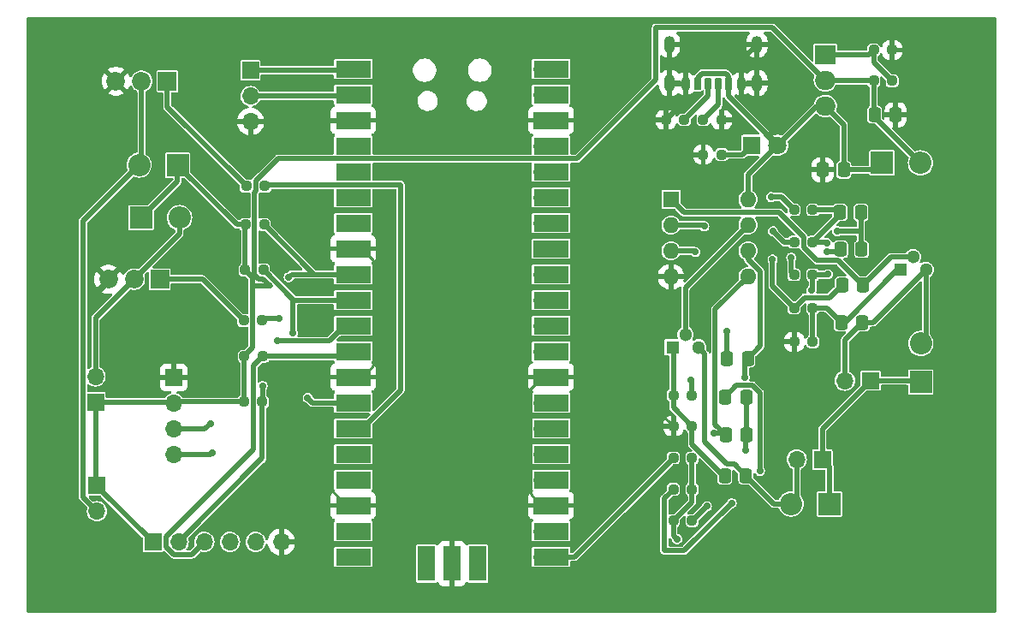
<source format=gtl>
%TF.GenerationSoftware,KiCad,Pcbnew,7.0.9*%
%TF.CreationDate,2024-06-04T21:04:57+02:00*%
%TF.ProjectId,Differential,44696666-6572-4656-9e74-69616c2e6b69,rev?*%
%TF.SameCoordinates,Original*%
%TF.FileFunction,Copper,L1,Top*%
%TF.FilePolarity,Positive*%
%FSLAX46Y46*%
G04 Gerber Fmt 4.6, Leading zero omitted, Abs format (unit mm)*
G04 Created by KiCad (PCBNEW 7.0.9) date 2024-06-04 21:04:57*
%MOMM*%
%LPD*%
G01*
G04 APERTURE LIST*
G04 Aperture macros list*
%AMRoundRect*
0 Rectangle with rounded corners*
0 $1 Rounding radius*
0 $2 $3 $4 $5 $6 $7 $8 $9 X,Y pos of 4 corners*
0 Add a 4 corners polygon primitive as box body*
4,1,4,$2,$3,$4,$5,$6,$7,$8,$9,$2,$3,0*
0 Add four circle primitives for the rounded corners*
1,1,$1+$1,$2,$3*
1,1,$1+$1,$4,$5*
1,1,$1+$1,$6,$7*
1,1,$1+$1,$8,$9*
0 Add four rect primitives between the rounded corners*
20,1,$1+$1,$2,$3,$4,$5,0*
20,1,$1+$1,$4,$5,$6,$7,0*
20,1,$1+$1,$6,$7,$8,$9,0*
20,1,$1+$1,$8,$9,$2,$3,0*%
G04 Aperture macros list end*
%TA.AperFunction,ComponentPad*%
%ADD10R,2.200000X2.200000*%
%TD*%
%TA.AperFunction,ComponentPad*%
%ADD11O,2.200000X2.200000*%
%TD*%
%TA.AperFunction,ComponentPad*%
%ADD12R,1.800000X1.800000*%
%TD*%
%TA.AperFunction,ComponentPad*%
%ADD13C,1.800000*%
%TD*%
%TA.AperFunction,SMDPad,CuDef*%
%ADD14RoundRect,0.237500X-0.250000X-0.237500X0.250000X-0.237500X0.250000X0.237500X-0.250000X0.237500X0*%
%TD*%
%TA.AperFunction,SMDPad,CuDef*%
%ADD15RoundRect,0.250000X-0.337500X-0.475000X0.337500X-0.475000X0.337500X0.475000X-0.337500X0.475000X0*%
%TD*%
%TA.AperFunction,ComponentPad*%
%ADD16R,1.850000X1.850000*%
%TD*%
%TA.AperFunction,ComponentPad*%
%ADD17C,1.850000*%
%TD*%
%TA.AperFunction,ComponentPad*%
%ADD18R,1.700000X1.700000*%
%TD*%
%TA.AperFunction,ComponentPad*%
%ADD19O,1.700000X1.700000*%
%TD*%
%TA.AperFunction,SMDPad,CuDef*%
%ADD20RoundRect,0.237500X0.250000X0.237500X-0.250000X0.237500X-0.250000X-0.237500X0.250000X-0.237500X0*%
%TD*%
%TA.AperFunction,ComponentPad*%
%ADD21R,1.300000X1.300000*%
%TD*%
%TA.AperFunction,ComponentPad*%
%ADD22C,1.300000*%
%TD*%
%TA.AperFunction,SMDPad,CuDef*%
%ADD23RoundRect,0.175000X0.175000X0.425000X-0.175000X0.425000X-0.175000X-0.425000X0.175000X-0.425000X0*%
%TD*%
%TA.AperFunction,SMDPad,CuDef*%
%ADD24RoundRect,0.190000X-0.190000X-0.410000X0.190000X-0.410000X0.190000X0.410000X-0.190000X0.410000X0*%
%TD*%
%TA.AperFunction,SMDPad,CuDef*%
%ADD25RoundRect,0.200000X-0.200000X-0.400000X0.200000X-0.400000X0.200000X0.400000X-0.200000X0.400000X0*%
%TD*%
%TA.AperFunction,SMDPad,CuDef*%
%ADD26RoundRect,0.175000X-0.175000X-0.425000X0.175000X-0.425000X0.175000X0.425000X-0.175000X0.425000X0*%
%TD*%
%TA.AperFunction,SMDPad,CuDef*%
%ADD27RoundRect,0.190000X0.190000X0.410000X-0.190000X0.410000X-0.190000X-0.410000X0.190000X-0.410000X0*%
%TD*%
%TA.AperFunction,SMDPad,CuDef*%
%ADD28RoundRect,0.200000X0.200000X0.400000X-0.200000X0.400000X-0.200000X-0.400000X0.200000X-0.400000X0*%
%TD*%
%TA.AperFunction,ComponentPad*%
%ADD29O,1.100000X1.700000*%
%TD*%
%TA.AperFunction,SMDPad,CuDef*%
%ADD30RoundRect,0.250000X0.337500X0.475000X-0.337500X0.475000X-0.337500X-0.475000X0.337500X-0.475000X0*%
%TD*%
%TA.AperFunction,SMDPad,CuDef*%
%ADD31R,1.700000X3.500000*%
%TD*%
%TA.AperFunction,SMDPad,CuDef*%
%ADD32R,3.500000X1.700000*%
%TD*%
%TA.AperFunction,ComponentPad*%
%ADD33R,2.000000X1.905000*%
%TD*%
%TA.AperFunction,ComponentPad*%
%ADD34O,2.000000X1.905000*%
%TD*%
%TA.AperFunction,ComponentPad*%
%ADD35O,1.600000X1.600000*%
%TD*%
%TA.AperFunction,ComponentPad*%
%ADD36R,1.600000X1.600000*%
%TD*%
%TA.AperFunction,ViaPad*%
%ADD37C,0.700000*%
%TD*%
%TA.AperFunction,Conductor*%
%ADD38C,0.500000*%
%TD*%
%TA.AperFunction,Conductor*%
%ADD39C,0.250000*%
%TD*%
G04 APERTURE END LIST*
D10*
%TO.P,D6,1,K*%
%TO.N,+3.3V*%
X229482183Y-139070000D03*
D11*
%TO.P,D6,2,A*%
%TO.N,Net-(D6-A)*%
X225672183Y-139070000D03*
%TD*%
%TO.P,D3,2,A*%
%TO.N,Net-(D3-A)*%
X161200000Y-105550000D03*
D10*
%TO.P,D3,1,K*%
%TO.N,+3.3V*%
X165010000Y-105550000D03*
%TD*%
D12*
%TO.P,D1,1,K*%
%TO.N,Net-(D1-K)*%
X221810000Y-103600000D03*
D13*
%TO.P,D1,2,A*%
%TO.N,+5V*%
X224350000Y-103600000D03*
%TD*%
D14*
%TO.P,R17,1*%
%TO.N,Baseline_Valve*%
X214047500Y-134520000D03*
%TO.P,R17,2*%
%TO.N,Net-(C7-Pad1)*%
X215872500Y-134520000D03*
%TD*%
D15*
%TO.P,C2,1*%
%TO.N,+3.3V*%
X233947500Y-100570000D03*
%TO.P,C2,2*%
%TO.N,GND*%
X236022500Y-100570000D03*
%TD*%
D14*
%TO.P,R15,1*%
%TO.N,Net-(U3A--)*%
X225985000Y-119670000D03*
%TO.P,R15,2*%
%TO.N,Net-(Q3-E)*%
X227810000Y-119670000D03*
%TD*%
D16*
%TO.P,Q2,1,G*%
%TO.N,Net-(Q2-G)*%
X163240000Y-116840000D03*
D17*
%TO.P,Q2,2,D*%
%TO.N,Net-(D4-A)*%
X160700000Y-116840000D03*
%TO.P,Q2,3,S*%
%TO.N,GND*%
X158160000Y-116840000D03*
%TD*%
D15*
%TO.P,C4,1*%
%TO.N,Net-(U3A-+)*%
X230572500Y-113870000D03*
%TO.P,C4,2*%
%TO.N,Net-(C3-Pad2)*%
X232647500Y-113870000D03*
%TD*%
D14*
%TO.P,R19,1*%
%TO.N,Net-(C7-Pad1)*%
X214047500Y-140720000D03*
%TO.P,R19,2*%
%TO.N,Net-(U3B-+)*%
X215872500Y-140720000D03*
%TD*%
%TO.P,R14,1*%
%TO.N,Net-(C3-Pad1)*%
X225985000Y-116400000D03*
%TO.P,R14,2*%
%TO.N,Net-(U3A-+)*%
X227810000Y-116400000D03*
%TD*%
D10*
%TO.P,D2,1,K*%
%TO.N,+5V*%
X234667818Y-105320000D03*
D11*
%TO.P,D2,2,A*%
%TO.N,+3.3V*%
X238477818Y-105320000D03*
%TD*%
D18*
%TO.P,J3,1,Pin_1*%
%TO.N,+3.3V*%
X156885000Y-128990000D03*
D19*
%TO.P,J3,2,Pin_2*%
%TO.N,Net-(D4-A)*%
X156885000Y-126450000D03*
%TD*%
D18*
%TO.P,J5,1,Pin_1*%
%TO.N,+3.3V*%
X162570000Y-142820000D03*
D19*
%TO.P,J5,2,Pin_2*%
%TO.N,/SDA0*%
X165110000Y-142820000D03*
%TO.P,J5,3,Pin_3*%
%TO.N,/SCL0*%
X167650000Y-142820000D03*
%TO.P,J5,4,Pin_4*%
%TO.N,unconnected-(J5-Pin_4-Pad4)*%
X170190000Y-142820000D03*
%TO.P,J5,5,Pin_5*%
%TO.N,unconnected-(J5-Pin_5-Pad5)*%
X172730000Y-142820000D03*
%TO.P,J5,6,Pin_6*%
%TO.N,GND*%
X175270000Y-142820000D03*
%TD*%
D20*
%TO.P,R1,1*%
%TO.N,Net-(J1-CC2)*%
X215117500Y-101070000D03*
%TO.P,R1,2*%
%TO.N,GND*%
X213292500Y-101070000D03*
%TD*%
D21*
%TO.P,Q3,1,E*%
%TO.N,Net-(Q3-E)*%
X236470000Y-115920000D03*
D22*
%TO.P,Q3,2,B*%
%TO.N,Net-(Q3-B)*%
X237740000Y-114650000D03*
%TO.P,Q3,3,C*%
%TO.N,Net-(D5-A)*%
X239010000Y-115920000D03*
%TD*%
D23*
%TO.P,J1,A5,CC1*%
%TO.N,Net-(J1-CC1)*%
X218475000Y-97500000D03*
D24*
%TO.P,J1,A9,VBUS*%
%TO.N,+5V*%
X216455000Y-97500000D03*
D25*
%TO.P,J1,A12,GND*%
%TO.N,GND*%
X215225000Y-97500000D03*
D26*
%TO.P,J1,B5,CC2*%
%TO.N,Net-(J1-CC2)*%
X217475000Y-97500000D03*
D27*
%TO.P,J1,B9,VBUS*%
%TO.N,+5V*%
X219495000Y-97500000D03*
D28*
%TO.P,J1,B12,GND*%
%TO.N,GND*%
X220725000Y-97500000D03*
D29*
%TO.P,J1,S1,SHIELD*%
X222295000Y-97420000D03*
X222295000Y-93620000D03*
X213655000Y-97420000D03*
X213655000Y-93620000D03*
%TD*%
D18*
%TO.P,J4,1,Pin_1*%
%TO.N,GND*%
X164635000Y-126570000D03*
D19*
%TO.P,J4,2,Pin_2*%
%TO.N,+3.3V*%
X164635000Y-129110000D03*
%TO.P,J4,3,Pin_3*%
%TO.N,/SDA1*%
X164635000Y-131650000D03*
%TO.P,J4,4,Pin_4*%
%TO.N,/SCL1*%
X164635000Y-134190000D03*
%TD*%
D14*
%TO.P,R4,1*%
%TO.N,Net-(U1-ADJ)*%
X233842500Y-94170000D03*
%TO.P,R4,2*%
%TO.N,GND*%
X235667500Y-94170000D03*
%TD*%
D30*
%TO.P,C5,1*%
%TO.N,Net-(Q3-B)*%
X232785000Y-117420000D03*
%TO.P,C5,2*%
%TO.N,Net-(U3A--)*%
X230710000Y-117420000D03*
%TD*%
D31*
%TO.P,U2,43,SWDIO*%
%TO.N,unconnected-(U2-SWDIO-Pad43)*%
X194700000Y-144970000D03*
D19*
X194700000Y-144070000D03*
D31*
%TO.P,U2,42,GND*%
%TO.N,GND*%
X192160000Y-144970000D03*
D18*
X192160000Y-144070000D03*
D31*
%TO.P,U2,41,SWCLK*%
%TO.N,unconnected-(U2-SWCLK-Pad41)*%
X189620000Y-144970000D03*
D19*
X189620000Y-144070000D03*
D32*
%TO.P,U2,40,VBUS*%
%TO.N,unconnected-(U2-VBUS-Pad40)*%
X201950000Y-96040000D03*
D19*
X201050000Y-96040000D03*
D32*
%TO.P,U2,39,VSYS*%
%TO.N,unconnected-(U2-VSYS-Pad39)*%
X201950000Y-98580000D03*
D19*
X201050000Y-98580000D03*
D32*
%TO.P,U2,38,GND*%
%TO.N,GND*%
X201950000Y-101120000D03*
D18*
X201050000Y-101120000D03*
D32*
%TO.P,U2,37,3V3_EN*%
%TO.N,unconnected-(U2-3V3_EN-Pad37)*%
X201950000Y-103660000D03*
D19*
X201050000Y-103660000D03*
D32*
%TO.P,U2,36,3V3*%
%TO.N,unconnected-(U2-3V3-Pad36)*%
X201950000Y-106200000D03*
D19*
X201050000Y-106200000D03*
D32*
%TO.P,U2,35,ADC_VREF*%
%TO.N,unconnected-(U2-ADC_VREF-Pad35)*%
X201950000Y-108740000D03*
D19*
X201050000Y-108740000D03*
D32*
%TO.P,U2,34,GPIO28_ADC2*%
%TO.N,unconnected-(U2-GPIO28_ADC2-Pad34)*%
X201950000Y-111280000D03*
D19*
X201050000Y-111280000D03*
D32*
%TO.P,U2,33,AGND*%
%TO.N,unconnected-(U2-AGND-Pad33)*%
X201950000Y-113820000D03*
D18*
X201050000Y-113820000D03*
D32*
%TO.P,U2,32,GPIO27_ADC1*%
%TO.N,unconnected-(U2-GPIO27_ADC1-Pad32)*%
X201950000Y-116360000D03*
D19*
X201050000Y-116360000D03*
D32*
%TO.P,U2,31,GPIO26_ADC0*%
%TO.N,unconnected-(U2-GPIO26_ADC0-Pad31)*%
X201950000Y-118900000D03*
D19*
X201050000Y-118900000D03*
D32*
%TO.P,U2,30,RUN*%
%TO.N,unconnected-(U2-RUN-Pad30)*%
X201950000Y-121440000D03*
D19*
X201050000Y-121440000D03*
D32*
%TO.P,U2,29,GPIO22*%
%TO.N,unconnected-(U2-GPIO22-Pad29)*%
X201950000Y-123980000D03*
D19*
X201050000Y-123980000D03*
D32*
%TO.P,U2,28,GND*%
%TO.N,GND*%
X201950000Y-126520000D03*
D18*
X201050000Y-126520000D03*
D32*
%TO.P,U2,27,GPIO21*%
%TO.N,unconnected-(U2-GPIO21-Pad27)*%
X201950000Y-129060000D03*
D19*
X201050000Y-129060000D03*
D32*
%TO.P,U2,26,GPIO20*%
%TO.N,unconnected-(U2-GPIO20-Pad26)*%
X201950000Y-131600000D03*
D19*
X201050000Y-131600000D03*
D32*
%TO.P,U2,25,GPIO19*%
%TO.N,unconnected-(U2-GPIO19-Pad25)*%
X201950000Y-134140000D03*
D19*
X201050000Y-134140000D03*
D32*
%TO.P,U2,24,GPIO18*%
%TO.N,unconnected-(U2-GPIO18-Pad24)*%
X201950000Y-136680000D03*
D19*
X201050000Y-136680000D03*
D32*
%TO.P,U2,23,GND*%
%TO.N,GND*%
X201950000Y-139220000D03*
D18*
X201050000Y-139220000D03*
D32*
%TO.P,U2,22,GPIO17*%
%TO.N,unconnected-(U2-GPIO17-Pad22)*%
X201950000Y-141760000D03*
D19*
X201050000Y-141760000D03*
D32*
%TO.P,U2,21,GPIO16*%
%TO.N,Baseline_Valve*%
X201950000Y-144300000D03*
D19*
X201050000Y-144300000D03*
D32*
%TO.P,U2,20,GPIO15*%
%TO.N,Cuff_Valve*%
X182370000Y-144300000D03*
D19*
X183270000Y-144300000D03*
D32*
%TO.P,U2,19,GPIO14*%
%TO.N,unconnected-(U2-GPIO14-Pad19)*%
X182370000Y-141760000D03*
D19*
X183270000Y-141760000D03*
D32*
%TO.P,U2,18,GND*%
%TO.N,GND*%
X182370000Y-139220000D03*
D18*
X183270000Y-139220000D03*
D32*
%TO.P,U2,17,GPIO13*%
%TO.N,unconnected-(U2-GPIO13-Pad17)*%
X182370000Y-136680000D03*
D19*
X183270000Y-136680000D03*
D32*
%TO.P,U2,16,GPIO12*%
%TO.N,unconnected-(U2-GPIO12-Pad16)*%
X182370000Y-134140000D03*
D19*
X183270000Y-134140000D03*
D32*
%TO.P,U2,15,GPIO11*%
%TO.N,/Middle_Valve*%
X182370000Y-131600000D03*
D19*
X183270000Y-131600000D03*
D32*
%TO.P,U2,14,GPIO10*%
%TO.N,/Pump*%
X182370000Y-129060000D03*
D19*
X183270000Y-129060000D03*
D32*
%TO.P,U2,13,GND*%
%TO.N,GND*%
X182370000Y-126520000D03*
D18*
X183270000Y-126520000D03*
D32*
%TO.P,U2,12,GPIO9*%
%TO.N,/SCL0*%
X182370000Y-123980000D03*
D19*
X183270000Y-123980000D03*
D32*
%TO.P,U2,11,GPIO8*%
%TO.N,/SDA0*%
X182370000Y-121440000D03*
D19*
X183270000Y-121440000D03*
D32*
%TO.P,U2,10,GPIO7*%
%TO.N,/SCL1*%
X182370000Y-118900000D03*
D19*
X183270000Y-118900000D03*
D32*
%TO.P,U2,9,GPIO6*%
%TO.N,/SDA1*%
X182370000Y-116360000D03*
D19*
X183270000Y-116360000D03*
D32*
%TO.P,U2,8,GND*%
%TO.N,GND*%
X182370000Y-113820000D03*
D18*
X183270000Y-113820000D03*
D32*
%TO.P,U2,7,GPIO5*%
%TO.N,unconnected-(U2-GPIO5-Pad7)*%
X182370000Y-111280000D03*
D19*
X183270000Y-111280000D03*
D32*
%TO.P,U2,6,GPIO4*%
%TO.N,unconnected-(U2-GPIO4-Pad6)*%
X182370000Y-108740000D03*
D19*
X183270000Y-108740000D03*
D32*
%TO.P,U2,5,GPIO3*%
%TO.N,unconnected-(U2-GPIO3-Pad5)*%
X182370000Y-106200000D03*
D19*
X183270000Y-106200000D03*
D32*
%TO.P,U2,4,GPIO2*%
%TO.N,unconnected-(U2-GPIO2-Pad4)*%
X182370000Y-103660000D03*
D19*
X183270000Y-103660000D03*
D32*
%TO.P,U2,3,GND*%
%TO.N,GND*%
X182370000Y-101120000D03*
D18*
X183270000Y-101120000D03*
D32*
%TO.P,U2,2,GPIO1*%
%TO.N,/RX*%
X182370000Y-98580000D03*
D19*
X183270000Y-98580000D03*
D32*
%TO.P,U2,1,GPIO0*%
%TO.N,/TX*%
X182370000Y-96040000D03*
D19*
X183270000Y-96040000D03*
%TD*%
D14*
%TO.P,R12,1*%
%TO.N,Cuff_Valve*%
X225985000Y-109970000D03*
%TO.P,R12,2*%
%TO.N,Net-(C3-Pad1)*%
X227810000Y-109970000D03*
%TD*%
%TO.P,R13,1*%
%TO.N,Net-(C3-Pad2)*%
X225985000Y-113170000D03*
%TO.P,R13,2*%
%TO.N,Net-(C3-Pad1)*%
X227810000Y-113170000D03*
%TD*%
D15*
%TO.P,C9,1*%
%TO.N,Net-(Q4-B)*%
X219322500Y-124670000D03*
%TO.P,C9,2*%
%TO.N,Net-(U3B--)*%
X221397500Y-124670000D03*
%TD*%
D30*
%TO.P,C10,1*%
%TO.N,Net-(D6-A)*%
X221197500Y-136270000D03*
%TO.P,C10,2*%
%TO.N,Net-(Q4-E)*%
X219122500Y-136270000D03*
%TD*%
D14*
%TO.P,R18,1*%
%TO.N,Net-(C7-Pad2)*%
X214047500Y-137620000D03*
%TO.P,R18,2*%
%TO.N,Net-(C7-Pad1)*%
X215872500Y-137620000D03*
%TD*%
D21*
%TO.P,Q4,1,E*%
%TO.N,Net-(Q4-E)*%
X213960000Y-123570000D03*
D22*
%TO.P,Q4,2,B*%
%TO.N,Net-(Q4-B)*%
X215230000Y-122300000D03*
%TO.P,Q4,3,C*%
%TO.N,Net-(D6-A)*%
X216500000Y-123570000D03*
%TD*%
D14*
%TO.P,R2,1*%
%TO.N,Net-(J1-CC1)*%
X216992500Y-101070000D03*
%TO.P,R2,2*%
%TO.N,GND*%
X218817500Y-101070000D03*
%TD*%
D20*
%TO.P,R20,1*%
%TO.N,Net-(U3B--)*%
X215872500Y-128320000D03*
%TO.P,R20,2*%
%TO.N,Net-(Q4-E)*%
X214047500Y-128320000D03*
%TD*%
D14*
%TO.P,R6,1*%
%TO.N,+3.3V*%
X171685000Y-115920000D03*
%TO.P,R6,2*%
%TO.N,/SCL1*%
X173510000Y-115920000D03*
%TD*%
%TO.P,R7,1*%
%TO.N,+3.3V*%
X171735000Y-111420000D03*
%TO.P,R7,2*%
%TO.N,/SDA1*%
X173560000Y-111420000D03*
%TD*%
%TO.P,R8,1*%
%TO.N,+3.3V*%
X171597500Y-124460000D03*
%TO.P,R8,2*%
%TO.N,/SCL0*%
X173422500Y-124460000D03*
%TD*%
%TO.P,R3,1*%
%TO.N,GND*%
X216992500Y-104520000D03*
%TO.P,R3,2*%
%TO.N,Net-(D1-K)*%
X218817500Y-104520000D03*
%TD*%
D18*
%TO.P,J7,1,Pin_1*%
%TO.N,+3.3V*%
X228785000Y-134670000D03*
D19*
%TO.P,J7,2,Pin_2*%
%TO.N,Net-(D6-A)*%
X226245000Y-134670000D03*
%TD*%
D14*
%TO.P,R9,1*%
%TO.N,+3.3V*%
X171547500Y-128970000D03*
%TO.P,R9,2*%
%TO.N,/SDA0*%
X173372500Y-128970000D03*
%TD*%
D15*
%TO.P,C3,1*%
%TO.N,Net-(C3-Pad1)*%
X230515000Y-110220000D03*
%TO.P,C3,2*%
%TO.N,Net-(C3-Pad2)*%
X232590000Y-110220000D03*
%TD*%
D33*
%TO.P,U1,1,ADJ*%
%TO.N,Net-(U1-ADJ)*%
X229060000Y-94630000D03*
D34*
%TO.P,U1,2,VO*%
%TO.N,+3.3V*%
X229060000Y-97170000D03*
%TO.P,U1,3,VI*%
%TO.N,+5V*%
X229060000Y-99710000D03*
%TD*%
D30*
%TO.P,C1,1*%
%TO.N,+5V*%
X230892500Y-106020000D03*
%TO.P,C1,2*%
%TO.N,GND*%
X228817500Y-106020000D03*
%TD*%
D18*
%TO.P,J6,1,Pin_1*%
%TO.N,+3.3V*%
X233535000Y-126870000D03*
D19*
%TO.P,J6,2,Pin_2*%
%TO.N,Net-(D5-A)*%
X230995000Y-126870000D03*
%TD*%
D16*
%TO.P,Q1,1,G*%
%TO.N,Net-(Q1-G)*%
X163990000Y-97260000D03*
D17*
%TO.P,Q1,2,D*%
%TO.N,Net-(D3-A)*%
X161450000Y-97260000D03*
%TO.P,Q1,3,S*%
%TO.N,GND*%
X158910000Y-97260000D03*
%TD*%
D18*
%TO.P,J2,1,Pin_1*%
%TO.N,+3.3V*%
X157035000Y-137250000D03*
D19*
%TO.P,J2,2,Pin_2*%
%TO.N,Net-(D3-A)*%
X157035000Y-139790000D03*
%TD*%
D14*
%TO.P,R10,1*%
%TO.N,Net-(Q1-G)*%
X171797500Y-107620000D03*
%TO.P,R10,2*%
%TO.N,/Middle_Valve*%
X173622500Y-107620000D03*
%TD*%
%TO.P,R11,1*%
%TO.N,Net-(Q2-G)*%
X171547500Y-120920000D03*
%TO.P,R11,2*%
%TO.N,/Pump*%
X173372500Y-120920000D03*
%TD*%
D10*
%TO.P,D5,1,K*%
%TO.N,+3.3V*%
X238510000Y-127007183D03*
D11*
%TO.P,D5,2,A*%
%TO.N,Net-(D5-A)*%
X238510000Y-123197183D03*
%TD*%
D10*
%TO.P,D4,1,K*%
%TO.N,+3.3V*%
X161390000Y-110750000D03*
D11*
%TO.P,D4,2,A*%
%TO.N,Net-(D4-A)*%
X165200000Y-110750000D03*
%TD*%
D35*
%TO.P,U3,8,V+*%
%TO.N,+5V*%
X221420000Y-108950000D03*
%TO.P,U3,7*%
%TO.N,Net-(Q4-B)*%
X221420000Y-111490000D03*
%TO.P,U3,6,-*%
%TO.N,Net-(U3B--)*%
X221420000Y-114030000D03*
%TO.P,U3,5,+*%
%TO.N,Net-(U3B-+)*%
X221420000Y-116570000D03*
%TO.P,U3,4,V-*%
%TO.N,GND*%
X213800000Y-116570000D03*
%TO.P,U3,3,+*%
%TO.N,Net-(U3A-+)*%
X213800000Y-114030000D03*
%TO.P,U3,2,-*%
%TO.N,Net-(U3A--)*%
X213800000Y-111490000D03*
D36*
%TO.P,U3,1*%
%TO.N,Net-(Q3-B)*%
X213800000Y-108950000D03*
%TD*%
D14*
%TO.P,R21,1*%
%TO.N,GND*%
X214047500Y-131370000D03*
%TO.P,R21,2*%
%TO.N,Net-(Q4-E)*%
X215872500Y-131370000D03*
%TD*%
D18*
%TO.P,J8,1,Pin_1*%
%TO.N,/TX*%
X172210000Y-96180000D03*
D19*
%TO.P,J8,2,Pin_2*%
%TO.N,/RX*%
X172210000Y-98720000D03*
%TO.P,J8,3,Pin_3*%
%TO.N,GND*%
X172210000Y-101260000D03*
%TD*%
D14*
%TO.P,R5,1*%
%TO.N,+3.3V*%
X233842500Y-97220000D03*
%TO.P,R5,2*%
%TO.N,Net-(U1-ADJ)*%
X235667500Y-97220000D03*
%TD*%
D30*
%TO.P,C6,1*%
%TO.N,Net-(D5-A)*%
X232735000Y-121120000D03*
%TO.P,C6,2*%
%TO.N,Net-(Q3-E)*%
X230660000Y-121120000D03*
%TD*%
D15*
%TO.P,C7,1*%
%TO.N,Net-(C7-Pad1)*%
X219160000Y-128470000D03*
%TO.P,C7,2*%
%TO.N,Net-(C7-Pad2)*%
X221235000Y-128470000D03*
%TD*%
D14*
%TO.P,R16,1*%
%TO.N,GND*%
X225985000Y-123020000D03*
%TO.P,R16,2*%
%TO.N,Net-(Q3-E)*%
X227810000Y-123020000D03*
%TD*%
D15*
%TO.P,C8,1*%
%TO.N,Net-(U3B-+)*%
X219210000Y-132270000D03*
%TO.P,C8,2*%
%TO.N,Net-(C7-Pad2)*%
X221285000Y-132270000D03*
%TD*%
D37*
%TO.N,GND*%
X157100000Y-119050000D03*
%TO.N,Net-(C3-Pad1)*%
X229250000Y-113300000D03*
X225700000Y-114700000D03*
%TO.N,Net-(C3-Pad2)*%
X223900000Y-112100000D03*
X230250000Y-112100000D03*
%TO.N,Net-(U3A-+)*%
X227700000Y-117900000D03*
X229250000Y-114149503D03*
X216200000Y-114150000D03*
X229300000Y-116350000D03*
%TO.N,Net-(U3A--)*%
X223850000Y-114900000D03*
X217100000Y-111600000D03*
%TO.N,Net-(C7-Pad1)*%
X222600000Y-135800000D03*
X214400000Y-142550000D03*
%TO.N,Net-(C7-Pad2)*%
X219800000Y-139000000D03*
X221200000Y-133750000D03*
%TO.N,Net-(U3B-+)*%
X217350000Y-139300000D03*
X218043727Y-132056273D03*
%TO.N,Net-(Q4-B)*%
X219350000Y-121950000D03*
%TO.N,Net-(U3B--)*%
X215800000Y-126800000D03*
X221100000Y-126550000D03*
%TO.N,/SDA1*%
X176000000Y-116650000D03*
X168250000Y-131100000D03*
%TO.N,/SCL1*%
X176400000Y-122150000D03*
X168400000Y-134050000D03*
%TO.N,/SDA0*%
X173400000Y-127400000D03*
X174850000Y-122950000D03*
%TO.N,/Pump*%
X177850000Y-128550000D03*
X175000000Y-120700000D03*
%TO.N,Cuff_Valve*%
X223700000Y-108700000D03*
%TD*%
D38*
%TO.N,Net-(D3-A)*%
X161450000Y-97260000D02*
X161450000Y-105300000D01*
X161450000Y-105300000D02*
X161200000Y-105550000D01*
%TO.N,+5V*%
X219495000Y-98695000D02*
X219495000Y-98150000D01*
X224350000Y-103600000D02*
X219495000Y-98745000D01*
X219495000Y-98150000D02*
X219495000Y-97500000D01*
X219495000Y-98745000D02*
X219495000Y-98150000D01*
X229060000Y-99710000D02*
X228240000Y-99710000D01*
X228240000Y-99710000D02*
X224350000Y-103600000D01*
X221420000Y-106520000D02*
X224370000Y-103570000D01*
X216455000Y-96900000D02*
X216855000Y-96500000D01*
X230892500Y-106020000D02*
X230892500Y-101542500D01*
X216455000Y-97500000D02*
X216455000Y-96900000D01*
X219495000Y-96795000D02*
X219495000Y-97500000D01*
X228230000Y-99710000D02*
X224370000Y-103570000D01*
X224370000Y-103570000D02*
X219495000Y-98695000D01*
X221420000Y-108950000D02*
X221420000Y-106520000D01*
X233967818Y-106020000D02*
X234667818Y-105320000D01*
X219200000Y-96500000D02*
X219495000Y-96795000D01*
X230892500Y-106020000D02*
X233967818Y-106020000D01*
X229060000Y-99710000D02*
X228230000Y-99710000D01*
X216855000Y-96500000D02*
X219200000Y-96500000D01*
X230892500Y-101542500D02*
X229060000Y-99710000D01*
%TO.N,GND*%
X220725000Y-97500000D02*
X220725000Y-95190000D01*
D39*
X157100000Y-118250000D02*
X157100000Y-119050000D01*
D38*
X220725000Y-95190000D02*
X222295000Y-93620000D01*
D39*
X181760000Y-139220000D02*
X183270000Y-139220000D01*
X172210000Y-101260000D02*
X183130000Y-101260000D01*
X180345000Y-132725000D02*
X179960000Y-132340000D01*
X183270000Y-113820000D02*
X184395000Y-114945000D01*
X183270000Y-113820000D02*
X181220000Y-113820000D01*
X201050000Y-126520000D02*
X209197500Y-126520000D01*
X194845000Y-132725000D02*
X180345000Y-132725000D01*
X201050000Y-126520000D02*
X194845000Y-132725000D01*
X179960000Y-137420000D02*
X181760000Y-139220000D01*
X199925000Y-127645000D02*
X199925000Y-138095000D01*
X183270000Y-113820000D02*
X181470000Y-113820000D01*
X201050000Y-126520000D02*
X199925000Y-127645000D01*
X179960000Y-132340000D02*
X177225000Y-129605000D01*
X209197500Y-126520000D02*
X214047500Y-131370000D01*
X177225000Y-129605000D02*
X177225000Y-128291116D01*
X183130000Y-101260000D02*
X183270000Y-101120000D01*
D38*
X215225000Y-99137500D02*
X213292500Y-101070000D01*
D39*
X158300000Y-117050000D02*
X157100000Y-118250000D01*
X183270000Y-113820000D02*
X181760000Y-113820000D01*
D38*
X222215000Y-97500000D02*
X222295000Y-97420000D01*
D39*
X158160000Y-116840000D02*
X158160000Y-116910000D01*
D38*
X215225000Y-97500000D02*
X213735000Y-97500000D01*
D39*
X179960000Y-132340000D02*
X179960000Y-137420000D01*
D38*
X215225000Y-97500000D02*
X215225000Y-99137500D01*
X213735000Y-97500000D02*
X213655000Y-97420000D01*
D39*
X199925000Y-138095000D02*
X201050000Y-139220000D01*
X158160000Y-116910000D02*
X158300000Y-117050000D01*
X178996116Y-126520000D02*
X183270000Y-126520000D01*
X184395000Y-125395000D02*
X183270000Y-126520000D01*
D38*
X220725000Y-97500000D02*
X222215000Y-97500000D01*
D39*
X184395000Y-114945000D02*
X184395000Y-125395000D01*
X177225000Y-128291116D02*
X178996116Y-126520000D01*
X183270000Y-113820000D02*
X180770000Y-113820000D01*
D38*
%TO.N,+3.3V*%
X171597500Y-128920000D02*
X171547500Y-128970000D01*
X172735000Y-107111858D02*
X174936858Y-104910000D01*
X157035000Y-137250000D02*
X157035000Y-137285000D01*
X229060000Y-97170000D02*
X233792500Y-97170000D01*
X164515000Y-128990000D02*
X164635000Y-129110000D01*
X171597500Y-124460000D02*
X171597500Y-128920000D01*
X223840000Y-91950000D02*
X229060000Y-97170000D01*
X228785000Y-131620000D02*
X233535000Y-126870000D01*
X229482183Y-135367183D02*
X228785000Y-134670000D01*
X164987183Y-107152817D02*
X161390000Y-110750000D01*
X174170762Y-117500000D02*
X173465762Y-116795000D01*
X204521497Y-104910000D02*
X212300000Y-97131497D01*
X174936858Y-104910000D02*
X204521497Y-104910000D01*
X212300000Y-97131497D02*
X212300000Y-91950000D01*
X233535000Y-126870000D02*
X238372817Y-126870000D01*
X164775000Y-128970000D02*
X164635000Y-129110000D01*
X233792500Y-97170000D02*
X233842500Y-97220000D01*
X171735000Y-111420000D02*
X170857183Y-111420000D01*
X172435000Y-117500000D02*
X172435000Y-123622500D01*
X171685000Y-111470000D02*
X171735000Y-111420000D01*
X156885000Y-128990000D02*
X156885000Y-137100000D01*
X172735000Y-108128142D02*
X172735000Y-107111858D01*
X157035000Y-137285000D02*
X162570000Y-142820000D01*
X171685000Y-115920000D02*
X171685000Y-111470000D01*
X156885000Y-137100000D02*
X157035000Y-137250000D01*
X172622500Y-116428142D02*
X172622500Y-108240642D01*
X233947500Y-100789682D02*
X233947500Y-100570000D01*
X233842500Y-97220000D02*
X233842500Y-100465000D01*
X212300000Y-91950000D02*
X223840000Y-91950000D01*
X173465762Y-116795000D02*
X172989358Y-116795000D01*
X238372817Y-126870000D02*
X238510000Y-127007183D01*
X171547500Y-128970000D02*
X164775000Y-128970000D01*
X172435000Y-117500000D02*
X174170762Y-117500000D01*
X164987183Y-105550000D02*
X164987183Y-107152817D01*
X170857183Y-111420000D02*
X164987183Y-105550000D01*
X228785000Y-134670000D02*
X228785000Y-131620000D01*
X233842500Y-100465000D02*
X233947500Y-100570000D01*
X172435000Y-123622500D02*
X171597500Y-124460000D01*
X229482183Y-139070000D02*
X229482183Y-135367183D01*
X238477818Y-105320000D02*
X233947500Y-100789682D01*
X172622500Y-108240642D02*
X172735000Y-108128142D01*
X171685000Y-115920000D02*
X172435000Y-116670000D01*
X156885000Y-128990000D02*
X164515000Y-128990000D01*
X172435000Y-116670000D02*
X172435000Y-117500000D01*
X172989358Y-116795000D02*
X172622500Y-116428142D01*
%TO.N,Net-(C3-Pad1)*%
X225700000Y-114700000D02*
X225700000Y-116115000D01*
X230515000Y-110465000D02*
X227810000Y-113170000D01*
X227810000Y-113170000D02*
X229120000Y-113170000D01*
X229120000Y-113170000D02*
X229250000Y-113300000D01*
X230265000Y-109970000D02*
X230515000Y-110220000D01*
X230515000Y-110220000D02*
X230515000Y-110465000D01*
X227810000Y-109970000D02*
X230265000Y-109970000D01*
X225700000Y-116115000D02*
X225985000Y-116400000D01*
%TO.N,Net-(C3-Pad2)*%
X232590000Y-112100000D02*
X232590000Y-113812500D01*
X230250000Y-112100000D02*
X232590000Y-112100000D01*
X232590000Y-110220000D02*
X232590000Y-112100000D01*
X232590000Y-113812500D02*
X232647500Y-113870000D01*
X225985000Y-113170000D02*
X224970000Y-113170000D01*
X224970000Y-113170000D02*
X223900000Y-112100000D01*
%TO.N,Net-(U3A-+)*%
X216080000Y-114030000D02*
X216200000Y-114150000D01*
X227810000Y-117790000D02*
X227810000Y-116400000D01*
X230292997Y-114149503D02*
X230572500Y-113870000D01*
X213800000Y-114030000D02*
X216080000Y-114030000D01*
X227810000Y-116400000D02*
X229250000Y-116400000D01*
X227700000Y-117900000D02*
X227810000Y-117790000D01*
X229250000Y-114149503D02*
X230292997Y-114149503D01*
X229250000Y-116400000D02*
X229300000Y-116350000D01*
%TO.N,Net-(Q3-B)*%
X228239358Y-114995000D02*
X230360000Y-114995000D01*
X226922500Y-113678142D02*
X228239358Y-114995000D01*
X213800000Y-108950000D02*
X215100000Y-110250000D01*
X230360000Y-114995000D02*
X232785000Y-117420000D01*
X226922500Y-112661858D02*
X226922500Y-113678142D01*
X224510642Y-110250000D02*
X226922500Y-112661858D01*
X232785000Y-117420000D02*
X235555000Y-114650000D01*
X235555000Y-114650000D02*
X237740000Y-114650000D01*
X215100000Y-110250000D02*
X224510642Y-110250000D01*
%TO.N,Net-(U3A--)*%
X227005000Y-118650000D02*
X225985000Y-119670000D01*
X223850000Y-114900000D02*
X223850000Y-117535000D01*
X216990000Y-111490000D02*
X217100000Y-111600000D01*
X213800000Y-111490000D02*
X216990000Y-111490000D01*
X223850000Y-117535000D02*
X225985000Y-119670000D01*
X230710000Y-117420000D02*
X229480000Y-118650000D01*
X229480000Y-118650000D02*
X227005000Y-118650000D01*
%TO.N,Net-(D5-A)*%
X233810000Y-121120000D02*
X239010000Y-115920000D01*
X232735000Y-121120000D02*
X233810000Y-121120000D01*
X230995000Y-126870000D02*
X230995000Y-122860000D01*
X239010000Y-115920000D02*
X239010000Y-122697183D01*
X239010000Y-122697183D02*
X238510000Y-123197183D01*
X230995000Y-122860000D02*
X232735000Y-121120000D01*
%TO.N,Net-(Q3-E)*%
X227810000Y-119670000D02*
X229210000Y-119670000D01*
X230996334Y-121120000D02*
X236196334Y-115920000D01*
X230660000Y-121120000D02*
X230996334Y-121120000D01*
X227810000Y-119670000D02*
X227810000Y-123020000D01*
X236196334Y-115920000D02*
X236470000Y-115920000D01*
X229210000Y-119670000D02*
X230660000Y-121120000D01*
%TO.N,Net-(C7-Pad1)*%
X215872500Y-134520000D02*
X215872500Y-137620000D01*
X222600000Y-128096334D02*
X222600000Y-135800000D01*
X221848666Y-127345000D02*
X222600000Y-128096334D01*
X220285000Y-127345000D02*
X221848666Y-127345000D01*
X215872500Y-138895000D02*
X214047500Y-140720000D01*
X215872500Y-137620000D02*
X215872500Y-138895000D01*
X214047500Y-142197500D02*
X214400000Y-142550000D01*
X214047500Y-140720000D02*
X214047500Y-142197500D01*
X219160000Y-128470000D02*
X220285000Y-127345000D01*
%TO.N,Net-(C7-Pad2)*%
X213160000Y-138507500D02*
X213160000Y-143700661D01*
X221285000Y-128520000D02*
X221235000Y-128470000D01*
X213160000Y-143700661D02*
X215099339Y-143700661D01*
X221200000Y-133750000D02*
X221200000Y-132355000D01*
X214047500Y-137620000D02*
X213160000Y-138507500D01*
X221200000Y-132355000D02*
X221285000Y-132270000D01*
X221285000Y-132270000D02*
X221285000Y-128520000D01*
X215099339Y-143700661D02*
X219800000Y-139000000D01*
%TO.N,Net-(U3B-+)*%
X215930000Y-140720000D02*
X217350000Y-139300000D01*
X218172500Y-119817500D02*
X218172500Y-131232500D01*
X215872500Y-140720000D02*
X215930000Y-140720000D01*
X221420000Y-116570000D02*
X218172500Y-119817500D01*
X218043727Y-132056273D02*
X218996273Y-132056273D01*
X218996273Y-132056273D02*
X219210000Y-132270000D01*
X218172500Y-131232500D02*
X219210000Y-132270000D01*
%TO.N,Net-(Q4-B)*%
X215230000Y-117680000D02*
X215230000Y-122300000D01*
X219322500Y-121977500D02*
X219350000Y-121950000D01*
X221420000Y-111490000D02*
X215230000Y-117680000D01*
X219322500Y-124670000D02*
X219322500Y-121977500D01*
%TO.N,Net-(U3B--)*%
X221420000Y-114872943D02*
X222620000Y-116072943D01*
X221420000Y-114030000D02*
X221420000Y-114872943D01*
X222620000Y-116072943D02*
X222620000Y-123447500D01*
X222620000Y-123447500D02*
X221397500Y-124670000D01*
X221100000Y-124967500D02*
X221397500Y-124670000D01*
X215872500Y-128320000D02*
X215872500Y-126872500D01*
X221100000Y-126550000D02*
X221100000Y-124967500D01*
X215872500Y-126872500D02*
X215800000Y-126800000D01*
%TO.N,Net-(D6-A)*%
X226245000Y-134670000D02*
X226245000Y-138497183D01*
X219345000Y-135145000D02*
X217149999Y-132949999D01*
X217149999Y-124219999D02*
X216500000Y-123570000D01*
X225672183Y-139070000D02*
X223997500Y-139070000D01*
X223997500Y-139070000D02*
X221197500Y-136270000D01*
X220072500Y-135145000D02*
X219345000Y-135145000D01*
X217149999Y-132949999D02*
X217149999Y-124219999D01*
X221197500Y-136270000D02*
X220072500Y-135145000D01*
X226245000Y-138497183D02*
X225672183Y-139070000D01*
%TO.N,Net-(Q4-E)*%
X214047500Y-123657500D02*
X213960000Y-123570000D01*
X214047500Y-128320000D02*
X214047500Y-123657500D01*
X214047500Y-128320000D02*
X214047500Y-129545000D01*
X215872500Y-131370000D02*
X215872500Y-133124358D01*
X219018142Y-136270000D02*
X219122500Y-136270000D01*
X215872500Y-133124358D02*
X219018142Y-136270000D01*
X214047500Y-129545000D02*
X215872500Y-131370000D01*
%TO.N,Net-(D1-K)*%
X220880000Y-104520000D02*
X221830000Y-103570000D01*
X218817500Y-104520000D02*
X220880000Y-104520000D01*
%TO.N,Net-(D3-A)*%
X157035000Y-139790000D02*
X155635000Y-138390000D01*
X155635000Y-111092183D02*
X161177183Y-105550000D01*
X155635000Y-138390000D02*
X155635000Y-111092183D01*
X161450000Y-105277183D02*
X161177183Y-105550000D01*
%TO.N,Net-(D4-A)*%
X156885000Y-120655000D02*
X160700000Y-116840000D01*
X165200000Y-110750000D02*
X165200000Y-112340000D01*
X156885000Y-126450000D02*
X156885000Y-120655000D01*
X165200000Y-112340000D02*
X160700000Y-116840000D01*
%TO.N,Net-(J1-CC1)*%
X218475000Y-99587500D02*
X218475000Y-97500000D01*
X216992500Y-101070000D02*
X218475000Y-99587500D01*
%TO.N,Net-(J1-CC2)*%
X217475000Y-98712500D02*
X217475000Y-97500000D01*
X215117500Y-101070000D02*
X217475000Y-98712500D01*
%TO.N,/SDA1*%
X173560000Y-111420000D02*
X178500000Y-116360000D01*
X176000000Y-116650000D02*
X176290000Y-116360000D01*
X176290000Y-116360000D02*
X183270000Y-116360000D01*
X178500000Y-116360000D02*
X183270000Y-116360000D01*
X164635000Y-131650000D02*
X167700000Y-131650000D01*
X167700000Y-131650000D02*
X168250000Y-131100000D01*
%TO.N,/SCL1*%
X164635000Y-134190000D02*
X168260000Y-134190000D01*
X176400000Y-118990000D02*
X176490000Y-118900000D01*
X176400000Y-122150000D02*
X176400000Y-118990000D01*
X176490000Y-118900000D02*
X183270000Y-118900000D01*
X173510000Y-115920000D02*
X176490000Y-118900000D01*
X168260000Y-134190000D02*
X168400000Y-134050000D01*
%TO.N,/SDA0*%
X173400000Y-128942500D02*
X173372500Y-128970000D01*
X180000000Y-122950000D02*
X174850000Y-122950000D01*
X183270000Y-121440000D02*
X181510000Y-121440000D01*
X181510000Y-121440000D02*
X180000000Y-122950000D01*
X165110000Y-142820000D02*
X173372500Y-134557500D01*
X173372500Y-134557500D02*
X173372500Y-128970000D01*
X173400000Y-127400000D02*
X173400000Y-128942500D01*
%TO.N,/SCL0*%
X173422500Y-124460000D02*
X182790000Y-124460000D01*
X164592233Y-144070000D02*
X163860000Y-143337767D01*
X172485000Y-133677233D02*
X172485000Y-125397500D01*
X163860000Y-143337767D02*
X163860000Y-142302233D01*
X182790000Y-124460000D02*
X183270000Y-123980000D01*
X167650000Y-142820000D02*
X166400000Y-144070000D01*
X163860000Y-142302233D02*
X172485000Y-133677233D01*
X172485000Y-125397500D02*
X173422500Y-124460000D01*
X166400000Y-144070000D02*
X164592233Y-144070000D01*
%TO.N,/TX*%
X172210000Y-96180000D02*
X183130000Y-96180000D01*
X183130000Y-96180000D02*
X183270000Y-96040000D01*
%TO.N,/RX*%
X172210000Y-98720000D02*
X183130000Y-98720000D01*
X183130000Y-98720000D02*
X183270000Y-98580000D01*
%TO.N,Net-(Q1-G)*%
X163990000Y-99812500D02*
X171797500Y-107620000D01*
X163990000Y-97260000D02*
X163990000Y-99812500D01*
%TO.N,Net-(Q2-G)*%
X167467500Y-116840000D02*
X171547500Y-120920000D01*
X163240000Y-116840000D02*
X167467500Y-116840000D01*
%TO.N,Net-(U1-ADJ)*%
X233382500Y-94630000D02*
X233842500Y-94170000D01*
X233842500Y-94170000D02*
X233842500Y-95395000D01*
X233842500Y-95395000D02*
X235667500Y-97220000D01*
X229060000Y-94630000D02*
X233382500Y-94630000D01*
%TO.N,/Middle_Valve*%
X187050000Y-115400000D02*
X187050000Y-127820000D01*
X187050000Y-107490000D02*
X187050000Y-115400000D01*
X173622500Y-107620000D02*
X173752500Y-107490000D01*
X187050000Y-127820000D02*
X183270000Y-131600000D01*
X173752500Y-107490000D02*
X187050000Y-107490000D01*
%TO.N,/Pump*%
X175000000Y-120700000D02*
X173592500Y-120700000D01*
X178360000Y-129060000D02*
X177850000Y-128550000D01*
X183270000Y-129060000D02*
X178360000Y-129060000D01*
X173592500Y-120700000D02*
X173372500Y-120920000D01*
%TO.N,Cuff_Valve*%
X225985000Y-109970000D02*
X224715000Y-108700000D01*
X224715000Y-108700000D02*
X223700000Y-108700000D01*
%TO.N,Baseline_Valve*%
X204267500Y-144300000D02*
X214047500Y-134520000D01*
X201050000Y-144300000D02*
X204267500Y-144300000D01*
%TD*%
%TA.AperFunction,Conductor*%
%TO.N,GND*%
G36*
X180412539Y-107910185D02*
G01*
X180458294Y-107962989D01*
X180469500Y-108014500D01*
X180469500Y-109604820D01*
X180469500Y-109604822D01*
X180469499Y-109604822D01*
X180478231Y-109648717D01*
X180478234Y-109648724D01*
X180511495Y-109698503D01*
X180511496Y-109698504D01*
X180561278Y-109731767D01*
X180561281Y-109731767D01*
X180561282Y-109731768D01*
X180605177Y-109740500D01*
X180605180Y-109740500D01*
X183217800Y-109740500D01*
X183223881Y-109740799D01*
X183233930Y-109741788D01*
X183270000Y-109745341D01*
X183306069Y-109741788D01*
X183316119Y-109740799D01*
X183322200Y-109740500D01*
X184134822Y-109740500D01*
X184178717Y-109731768D01*
X184178717Y-109731767D01*
X184178722Y-109731767D01*
X184228504Y-109698504D01*
X184261767Y-109648722D01*
X184264461Y-109635180D01*
X184270500Y-109604822D01*
X184270500Y-108792200D01*
X184270799Y-108786119D01*
X184275341Y-108739999D01*
X184270799Y-108693878D01*
X184270500Y-108687798D01*
X184270500Y-108014500D01*
X184290185Y-107947461D01*
X184342989Y-107901706D01*
X184394500Y-107890500D01*
X186525500Y-107890500D01*
X186592539Y-107910185D01*
X186638294Y-107962989D01*
X186649500Y-108014500D01*
X186649500Y-127602745D01*
X186629815Y-127669784D01*
X186613181Y-127690426D01*
X184482181Y-129821426D01*
X184420858Y-129854911D01*
X184351166Y-129849927D01*
X184295233Y-129808055D01*
X184270816Y-129742591D01*
X184270500Y-129733745D01*
X184270500Y-129112200D01*
X184270799Y-129106119D01*
X184275102Y-129062422D01*
X184275341Y-129060000D01*
X184275341Y-129059999D01*
X184270799Y-129013878D01*
X184270500Y-129007798D01*
X184270500Y-128195177D01*
X184261768Y-128151282D01*
X184261767Y-128151281D01*
X184261767Y-128151278D01*
X184228504Y-128101496D01*
X184201064Y-128083161D01*
X184156260Y-128029550D01*
X184147553Y-127960225D01*
X184177708Y-127897197D01*
X184226624Y-127863878D01*
X184362084Y-127813355D01*
X184362093Y-127813350D01*
X184477187Y-127727190D01*
X184477190Y-127727187D01*
X184563350Y-127612093D01*
X184563354Y-127612086D01*
X184613596Y-127477379D01*
X184613598Y-127477372D01*
X184619999Y-127417844D01*
X184620000Y-127417827D01*
X184620000Y-126770000D01*
X183715572Y-126770000D01*
X183738682Y-126734040D01*
X183780000Y-126593327D01*
X183780000Y-126446673D01*
X183738682Y-126305960D01*
X183715572Y-126270000D01*
X184620000Y-126270000D01*
X184620000Y-125622172D01*
X184619999Y-125622155D01*
X184613598Y-125562627D01*
X184613596Y-125562620D01*
X184563354Y-125427913D01*
X184563350Y-125427906D01*
X184477190Y-125312812D01*
X184477187Y-125312809D01*
X184362093Y-125226649D01*
X184362086Y-125226645D01*
X184226623Y-125176121D01*
X184170689Y-125134250D01*
X184146272Y-125068786D01*
X184161124Y-125000513D01*
X184201065Y-124956837D01*
X184228504Y-124938504D01*
X184261767Y-124888722D01*
X184270500Y-124844820D01*
X184270500Y-124032200D01*
X184270799Y-124026119D01*
X184275341Y-123979999D01*
X184270799Y-123933878D01*
X184270500Y-123927798D01*
X184270500Y-123115177D01*
X184261768Y-123071282D01*
X184261767Y-123071281D01*
X184261767Y-123071278D01*
X184228504Y-123021496D01*
X184211621Y-123010215D01*
X184178724Y-122988234D01*
X184178717Y-122988231D01*
X184134822Y-122979500D01*
X184134820Y-122979500D01*
X183322200Y-122979500D01*
X183316119Y-122979201D01*
X183270000Y-122974659D01*
X183223881Y-122979201D01*
X183217800Y-122979500D01*
X180836254Y-122979500D01*
X180769215Y-122959815D01*
X180723460Y-122907011D01*
X180713516Y-122837853D01*
X180742541Y-122774297D01*
X180748573Y-122767819D01*
X181039573Y-122476819D01*
X181100896Y-122443334D01*
X181127254Y-122440500D01*
X183217800Y-122440500D01*
X183223881Y-122440799D01*
X183233930Y-122441788D01*
X183270000Y-122445341D01*
X183306069Y-122441788D01*
X183316119Y-122440799D01*
X183322200Y-122440500D01*
X184134822Y-122440500D01*
X184178717Y-122431768D01*
X184178717Y-122431767D01*
X184178722Y-122431767D01*
X184228504Y-122398504D01*
X184261767Y-122348722D01*
X184267090Y-122321965D01*
X184270500Y-122304822D01*
X184270500Y-121492200D01*
X184270799Y-121486119D01*
X184275341Y-121439999D01*
X184270799Y-121393878D01*
X184270500Y-121387798D01*
X184270500Y-120575177D01*
X184261768Y-120531282D01*
X184261767Y-120531281D01*
X184261767Y-120531278D01*
X184228504Y-120481496D01*
X184212661Y-120470910D01*
X184178724Y-120448234D01*
X184178717Y-120448231D01*
X184134822Y-120439500D01*
X184134820Y-120439500D01*
X183322200Y-120439500D01*
X183316119Y-120439201D01*
X183270000Y-120434659D01*
X183223881Y-120439201D01*
X183217800Y-120439500D01*
X180605178Y-120439500D01*
X180561282Y-120448231D01*
X180561275Y-120448234D01*
X180511496Y-120481495D01*
X180511495Y-120481496D01*
X180478234Y-120531275D01*
X180478231Y-120531282D01*
X180469500Y-120575177D01*
X180469500Y-121862745D01*
X180449815Y-121929784D01*
X180433181Y-121950426D01*
X179870426Y-122513181D01*
X179809103Y-122546666D01*
X179782745Y-122549500D01*
X176960725Y-122549500D01*
X176893686Y-122529815D01*
X176847931Y-122477011D01*
X176837987Y-122407853D01*
X176847931Y-122373989D01*
X176879519Y-122304820D01*
X176885165Y-122292457D01*
X176905647Y-122150000D01*
X176885165Y-122007543D01*
X176825377Y-121876627D01*
X176825374Y-121876624D01*
X176820582Y-121869166D01*
X176823621Y-121867212D01*
X176801749Y-121819224D01*
X176800500Y-121801667D01*
X176800500Y-119424500D01*
X176820185Y-119357461D01*
X176872989Y-119311706D01*
X176924500Y-119300500D01*
X180345500Y-119300500D01*
X180412539Y-119320185D01*
X180458294Y-119372989D01*
X180469500Y-119424500D01*
X180469500Y-119764820D01*
X180469500Y-119764822D01*
X180469499Y-119764822D01*
X180478231Y-119808717D01*
X180478232Y-119808721D01*
X180478233Y-119808722D01*
X180511496Y-119858504D01*
X180561278Y-119891767D01*
X180561281Y-119891767D01*
X180561282Y-119891768D01*
X180605177Y-119900500D01*
X180605180Y-119900500D01*
X183217800Y-119900500D01*
X183223881Y-119900799D01*
X183233930Y-119901788D01*
X183270000Y-119905341D01*
X183306069Y-119901788D01*
X183316119Y-119900799D01*
X183322200Y-119900500D01*
X184134822Y-119900500D01*
X184178717Y-119891768D01*
X184178717Y-119891767D01*
X184178722Y-119891767D01*
X184228504Y-119858504D01*
X184261767Y-119808722D01*
X184270500Y-119764820D01*
X184270500Y-118952200D01*
X184270799Y-118946119D01*
X184275341Y-118899999D01*
X184270799Y-118853878D01*
X184270500Y-118847798D01*
X184270500Y-118035177D01*
X184261768Y-117991282D01*
X184261767Y-117991281D01*
X184261767Y-117991278D01*
X184228504Y-117941496D01*
X184206097Y-117926524D01*
X184178724Y-117908234D01*
X184178717Y-117908231D01*
X184134822Y-117899500D01*
X184134820Y-117899500D01*
X183322200Y-117899500D01*
X183316119Y-117899201D01*
X183270000Y-117894659D01*
X183223881Y-117899201D01*
X183217800Y-117899500D01*
X180605178Y-117899500D01*
X180561282Y-117908231D01*
X180561275Y-117908234D01*
X180511496Y-117941495D01*
X180511495Y-117941496D01*
X180478234Y-117991275D01*
X180478231Y-117991282D01*
X180469500Y-118035177D01*
X180469500Y-118375500D01*
X180449815Y-118442539D01*
X180397011Y-118488294D01*
X180345500Y-118499500D01*
X176707254Y-118499500D01*
X176640215Y-118479815D01*
X176619573Y-118463181D01*
X174184318Y-116027925D01*
X174150833Y-115966602D01*
X174147999Y-115940244D01*
X174147999Y-115651962D01*
X174133610Y-115561111D01*
X174133610Y-115561110D01*
X174133609Y-115561108D01*
X174133609Y-115561107D01*
X174077811Y-115451597D01*
X174077809Y-115451595D01*
X174077806Y-115451591D01*
X173990908Y-115364693D01*
X173990904Y-115364690D01*
X173990903Y-115364689D01*
X173881393Y-115308891D01*
X173881391Y-115308890D01*
X173881388Y-115308889D01*
X173790533Y-115294500D01*
X173229468Y-115294500D01*
X173177228Y-115302774D01*
X173166396Y-115304489D01*
X173097103Y-115295534D01*
X173043652Y-115250537D01*
X173023013Y-115183786D01*
X173023000Y-115182016D01*
X173023000Y-112147971D01*
X173042685Y-112080932D01*
X173095489Y-112035177D01*
X173164647Y-112025233D01*
X173185325Y-112030042D01*
X173188600Y-112031105D01*
X173188607Y-112031109D01*
X173279467Y-112045500D01*
X173567744Y-112045499D01*
X173634783Y-112065183D01*
X173655425Y-112081818D01*
X177321426Y-115747819D01*
X177354911Y-115809142D01*
X177349927Y-115878834D01*
X177308055Y-115934767D01*
X177242591Y-115959184D01*
X177233745Y-115959500D01*
X176226567Y-115959500D01*
X176205491Y-115966347D01*
X176186582Y-115970887D01*
X176164695Y-115974354D01*
X176144952Y-115984413D01*
X176126988Y-115991854D01*
X176105910Y-115998703D01*
X176105905Y-115998706D01*
X176087977Y-116011731D01*
X176071397Y-116021891D01*
X176051660Y-116031948D01*
X176051659Y-116031949D01*
X176051658Y-116031950D01*
X176029094Y-116054513D01*
X176029091Y-116054516D01*
X175984358Y-116099249D01*
X175959009Y-116124598D01*
X175906263Y-116155893D01*
X175789949Y-116190045D01*
X175668873Y-116267856D01*
X175668872Y-116267856D01*
X175668872Y-116267857D01*
X175665805Y-116271397D01*
X175574623Y-116376626D01*
X175574622Y-116376628D01*
X175514834Y-116507543D01*
X175494353Y-116650000D01*
X175514834Y-116792456D01*
X175562871Y-116897641D01*
X175574623Y-116923373D01*
X175668872Y-117032143D01*
X175789947Y-117109953D01*
X175789950Y-117109954D01*
X175789949Y-117109954D01*
X175928036Y-117150499D01*
X175928038Y-117150500D01*
X175928039Y-117150500D01*
X176071962Y-117150500D01*
X176071962Y-117150499D01*
X176210053Y-117109953D01*
X176331128Y-117032143D01*
X176425377Y-116923373D01*
X176465329Y-116835892D01*
X176466655Y-116832988D01*
X176512410Y-116780184D01*
X176579449Y-116760500D01*
X178436567Y-116760500D01*
X178468481Y-116760500D01*
X180345500Y-116760500D01*
X180412539Y-116780185D01*
X180458294Y-116832989D01*
X180469500Y-116884500D01*
X180469500Y-117224820D01*
X180469500Y-117224822D01*
X180469499Y-117224822D01*
X180478231Y-117268717D01*
X180478234Y-117268724D01*
X180510989Y-117317745D01*
X180511496Y-117318504D01*
X180561278Y-117351767D01*
X180561281Y-117351767D01*
X180561282Y-117351768D01*
X180605177Y-117360500D01*
X180605180Y-117360500D01*
X183217800Y-117360500D01*
X183223881Y-117360799D01*
X183233930Y-117361788D01*
X183270000Y-117365341D01*
X183306069Y-117361788D01*
X183316119Y-117360799D01*
X183322200Y-117360500D01*
X184134822Y-117360500D01*
X184178717Y-117351768D01*
X184178717Y-117351767D01*
X184178722Y-117351767D01*
X184228504Y-117318504D01*
X184261767Y-117268722D01*
X184268930Y-117232715D01*
X184270500Y-117224822D01*
X184270500Y-116412200D01*
X184270799Y-116406119D01*
X184275341Y-116359999D01*
X184270799Y-116313878D01*
X184270500Y-116307798D01*
X184270500Y-115495177D01*
X184261768Y-115451282D01*
X184261767Y-115451281D01*
X184261767Y-115451278D01*
X184228504Y-115401496D01*
X184201064Y-115383161D01*
X184156260Y-115329550D01*
X184147553Y-115260225D01*
X184177708Y-115197197D01*
X184226624Y-115163878D01*
X184362084Y-115113355D01*
X184362093Y-115113350D01*
X184477187Y-115027190D01*
X184477190Y-115027187D01*
X184563350Y-114912093D01*
X184563354Y-114912086D01*
X184613596Y-114777379D01*
X184613598Y-114777372D01*
X184619999Y-114717844D01*
X184620000Y-114717827D01*
X184620000Y-114070000D01*
X183715572Y-114070000D01*
X183738682Y-114034040D01*
X183780000Y-113893327D01*
X183780000Y-113746673D01*
X183738682Y-113605960D01*
X183715572Y-113570000D01*
X184620000Y-113570000D01*
X184620000Y-112922172D01*
X184619999Y-112922155D01*
X184613598Y-112862627D01*
X184613596Y-112862620D01*
X184563354Y-112727913D01*
X184563350Y-112727906D01*
X184477190Y-112612812D01*
X184477187Y-112612809D01*
X184362093Y-112526649D01*
X184362086Y-112526645D01*
X184226623Y-112476121D01*
X184170689Y-112434250D01*
X184146272Y-112368786D01*
X184161124Y-112300513D01*
X184201065Y-112256837D01*
X184228504Y-112238504D01*
X184261767Y-112188722D01*
X184266415Y-112165357D01*
X184270500Y-112144822D01*
X184270500Y-111332200D01*
X184270799Y-111326119D01*
X184275341Y-111279999D01*
X184270799Y-111233878D01*
X184270500Y-111227798D01*
X184270500Y-110415177D01*
X184261768Y-110371282D01*
X184261767Y-110371281D01*
X184261767Y-110371278D01*
X184228504Y-110321496D01*
X184228503Y-110321495D01*
X184178724Y-110288234D01*
X184178717Y-110288231D01*
X184134822Y-110279500D01*
X184134820Y-110279500D01*
X183322200Y-110279500D01*
X183316119Y-110279201D01*
X183270000Y-110274659D01*
X183223881Y-110279201D01*
X183217800Y-110279500D01*
X180605178Y-110279500D01*
X180561282Y-110288231D01*
X180561275Y-110288234D01*
X180511496Y-110321495D01*
X180511495Y-110321496D01*
X180478234Y-110371275D01*
X180478231Y-110371282D01*
X180469500Y-110415177D01*
X180469500Y-110415180D01*
X180469500Y-112144820D01*
X180469500Y-112144822D01*
X180469499Y-112144822D01*
X180478231Y-112188717D01*
X180478234Y-112188724D01*
X180511495Y-112238503D01*
X180511496Y-112238504D01*
X180538933Y-112256837D01*
X180583739Y-112310449D01*
X180592446Y-112379774D01*
X180562292Y-112442801D01*
X180513376Y-112476121D01*
X180377913Y-112526645D01*
X180377906Y-112526649D01*
X180262812Y-112612809D01*
X180262809Y-112612812D01*
X180176649Y-112727906D01*
X180176645Y-112727913D01*
X180126403Y-112862620D01*
X180126401Y-112862627D01*
X180120000Y-112922155D01*
X180120000Y-113570000D01*
X182824428Y-113570000D01*
X182801318Y-113605960D01*
X182760000Y-113746673D01*
X182760000Y-113893327D01*
X182801318Y-114034040D01*
X182824428Y-114070000D01*
X180120000Y-114070000D01*
X180120000Y-114717844D01*
X180126401Y-114777372D01*
X180126403Y-114777379D01*
X180176645Y-114912086D01*
X180176649Y-114912093D01*
X180262809Y-115027187D01*
X180262812Y-115027190D01*
X180377906Y-115113350D01*
X180377913Y-115113354D01*
X180513376Y-115163878D01*
X180569310Y-115205749D01*
X180593727Y-115271213D01*
X180578876Y-115339486D01*
X180538935Y-115383161D01*
X180511496Y-115401495D01*
X180511495Y-115401496D01*
X180478234Y-115451275D01*
X180478231Y-115451282D01*
X180469500Y-115495177D01*
X180469500Y-115835500D01*
X180449815Y-115902539D01*
X180397011Y-115948294D01*
X180345500Y-115959500D01*
X178717255Y-115959500D01*
X178650216Y-115939815D01*
X178629574Y-115923181D01*
X174234318Y-111527925D01*
X174200833Y-111466602D01*
X174197999Y-111440244D01*
X174197999Y-111151962D01*
X174183610Y-111061111D01*
X174183610Y-111061110D01*
X174183609Y-111061108D01*
X174183609Y-111061107D01*
X174127811Y-110951597D01*
X174127809Y-110951595D01*
X174127806Y-110951591D01*
X174040908Y-110864693D01*
X174040904Y-110864690D01*
X174040903Y-110864689D01*
X173931393Y-110808891D01*
X173931391Y-110808890D01*
X173931388Y-110808889D01*
X173840533Y-110794500D01*
X173279462Y-110794500D01*
X173279462Y-110794501D01*
X173188609Y-110808889D01*
X173185313Y-110809961D01*
X173181085Y-110810081D01*
X173178968Y-110810417D01*
X173178924Y-110810143D01*
X173115472Y-110811953D01*
X173055641Y-110775870D01*
X173024815Y-110713168D01*
X173023000Y-110692028D01*
X173023000Y-108457896D01*
X173042685Y-108390857D01*
X173059323Y-108370211D01*
X173059850Y-108369682D01*
X173063050Y-108366484D01*
X173073114Y-108346730D01*
X173083263Y-108330168D01*
X173096296Y-108312232D01*
X173096600Y-108311293D01*
X173097279Y-108310300D01*
X173100727Y-108303535D01*
X173101600Y-108303980D01*
X173136034Y-108253617D01*
X173200391Y-108226415D01*
X173241318Y-108230521D01*
X173241467Y-108229583D01*
X173291851Y-108237562D01*
X173341967Y-108245500D01*
X173903032Y-108245499D01*
X173903037Y-108245499D01*
X173903037Y-108245498D01*
X173948462Y-108238304D01*
X173993888Y-108231110D01*
X173993889Y-108231110D01*
X173993890Y-108231109D01*
X173993893Y-108231109D01*
X174103403Y-108175311D01*
X174190311Y-108088403D01*
X174246109Y-107978893D01*
X174246109Y-107978888D01*
X174246111Y-107978886D01*
X174246992Y-107976177D01*
X174248953Y-107973308D01*
X174250539Y-107970197D01*
X174250941Y-107970401D01*
X174286432Y-107918503D01*
X174350791Y-107891308D01*
X174364921Y-107890500D01*
X180345500Y-107890500D01*
X180412539Y-107910185D01*
G37*
%TD.AperFunction*%
%TA.AperFunction,Conductor*%
G36*
X162083834Y-116125072D02*
G01*
X162139767Y-116166944D01*
X162164184Y-116232408D01*
X162164500Y-116241254D01*
X162164500Y-117779820D01*
X162164500Y-117779822D01*
X162164499Y-117779822D01*
X162173231Y-117823717D01*
X162173234Y-117823724D01*
X162204929Y-117871159D01*
X162206496Y-117873504D01*
X162256278Y-117906767D01*
X162256281Y-117906767D01*
X162256282Y-117906768D01*
X162300177Y-117915500D01*
X162300180Y-117915500D01*
X164179822Y-117915500D01*
X164223717Y-117906768D01*
X164223717Y-117906767D01*
X164223722Y-117906767D01*
X164273504Y-117873504D01*
X164306767Y-117823722D01*
X164307205Y-117821519D01*
X164315500Y-117779822D01*
X164315500Y-117364500D01*
X164335185Y-117297461D01*
X164387989Y-117251706D01*
X164439500Y-117240500D01*
X167250245Y-117240500D01*
X167317284Y-117260185D01*
X167337926Y-117276819D01*
X170873181Y-120812073D01*
X170906666Y-120873396D01*
X170909500Y-120899754D01*
X170909500Y-121188037D01*
X170923889Y-121278888D01*
X170923889Y-121278889D01*
X170923890Y-121278892D01*
X170923891Y-121278893D01*
X170953033Y-121336088D01*
X170979690Y-121388404D01*
X170979693Y-121388408D01*
X171066591Y-121475306D01*
X171066595Y-121475309D01*
X171066597Y-121475311D01*
X171176107Y-121531109D01*
X171176109Y-121531109D01*
X171176111Y-121531110D01*
X171201791Y-121535177D01*
X171266967Y-121545500D01*
X171828032Y-121545499D01*
X171828035Y-121545499D01*
X171858022Y-121540749D01*
X171891102Y-121535510D01*
X171960395Y-121544464D01*
X172013847Y-121589460D01*
X172034487Y-121656212D01*
X172034500Y-121657983D01*
X172034500Y-123405244D01*
X172014815Y-123472283D01*
X171998181Y-123492925D01*
X171692924Y-123798181D01*
X171631601Y-123831666D01*
X171605243Y-123834500D01*
X171316962Y-123834500D01*
X171316962Y-123834501D01*
X171226111Y-123848889D01*
X171226110Y-123848889D01*
X171116595Y-123904690D01*
X171116591Y-123904693D01*
X171029693Y-123991591D01*
X171029690Y-123991595D01*
X170973889Y-124101111D01*
X170959500Y-124191966D01*
X170959500Y-124728037D01*
X170973889Y-124818888D01*
X170973889Y-124818889D01*
X170973890Y-124818892D01*
X170973891Y-124818893D01*
X171029689Y-124928403D01*
X171116597Y-125015311D01*
X171129294Y-125021780D01*
X171180090Y-125069753D01*
X171197000Y-125132265D01*
X171197000Y-128272258D01*
X171177315Y-128339297D01*
X171129295Y-128382742D01*
X171066597Y-128414689D01*
X171066596Y-128414690D01*
X171066595Y-128414690D01*
X171015786Y-128465500D01*
X170979689Y-128501597D01*
X170979588Y-128501794D01*
X170979401Y-128501992D01*
X170973953Y-128509492D01*
X170972983Y-128508787D01*
X170931616Y-128552590D01*
X170869104Y-128569500D01*
X165544361Y-128569500D01*
X165477322Y-128549815D01*
X165448508Y-128524165D01*
X165345883Y-128399116D01*
X165193539Y-128274090D01*
X165193532Y-128274086D01*
X165019731Y-128181187D01*
X165001190Y-128175562D01*
X164958655Y-128162660D01*
X164900218Y-128124363D01*
X164871762Y-128060551D01*
X164882322Y-127991484D01*
X164928546Y-127939090D01*
X164994652Y-127920000D01*
X165532828Y-127920000D01*
X165532844Y-127919999D01*
X165592372Y-127913598D01*
X165592379Y-127913596D01*
X165727086Y-127863354D01*
X165727093Y-127863350D01*
X165842187Y-127777190D01*
X165842190Y-127777187D01*
X165928350Y-127662093D01*
X165928354Y-127662086D01*
X165978596Y-127527379D01*
X165978598Y-127527372D01*
X165984999Y-127467844D01*
X165985000Y-127467827D01*
X165985000Y-126820000D01*
X165068686Y-126820000D01*
X165094493Y-126779844D01*
X165135000Y-126641889D01*
X165135000Y-126498111D01*
X165094493Y-126360156D01*
X165068686Y-126320000D01*
X165985000Y-126320000D01*
X165985000Y-125672172D01*
X165984999Y-125672155D01*
X165978598Y-125612627D01*
X165978596Y-125612620D01*
X165928354Y-125477913D01*
X165928350Y-125477906D01*
X165842190Y-125362812D01*
X165842187Y-125362809D01*
X165727093Y-125276649D01*
X165727086Y-125276645D01*
X165592379Y-125226403D01*
X165592372Y-125226401D01*
X165532844Y-125220000D01*
X164885000Y-125220000D01*
X164885000Y-126134498D01*
X164777315Y-126085320D01*
X164670763Y-126070000D01*
X164599237Y-126070000D01*
X164492685Y-126085320D01*
X164385000Y-126134498D01*
X164385000Y-125220000D01*
X163737155Y-125220000D01*
X163677627Y-125226401D01*
X163677620Y-125226403D01*
X163542913Y-125276645D01*
X163542906Y-125276649D01*
X163427812Y-125362809D01*
X163427809Y-125362812D01*
X163341649Y-125477906D01*
X163341645Y-125477913D01*
X163291403Y-125612620D01*
X163291401Y-125612627D01*
X163285000Y-125672155D01*
X163285000Y-126320000D01*
X164201314Y-126320000D01*
X164175507Y-126360156D01*
X164135000Y-126498111D01*
X164135000Y-126641889D01*
X164175507Y-126779844D01*
X164201314Y-126820000D01*
X163285000Y-126820000D01*
X163285000Y-127467844D01*
X163291401Y-127527372D01*
X163291403Y-127527379D01*
X163341645Y-127662086D01*
X163341649Y-127662093D01*
X163427809Y-127777187D01*
X163427812Y-127777190D01*
X163542906Y-127863350D01*
X163542913Y-127863354D01*
X163677620Y-127913596D01*
X163677627Y-127913598D01*
X163737155Y-127919999D01*
X163737172Y-127920000D01*
X164275348Y-127920000D01*
X164342387Y-127939685D01*
X164388142Y-127992489D01*
X164398086Y-128061647D01*
X164369061Y-128125203D01*
X164311344Y-128162660D01*
X164294213Y-128167857D01*
X164250268Y-128181187D01*
X164076467Y-128274086D01*
X164076460Y-128274090D01*
X163924116Y-128399116D01*
X163805078Y-128544165D01*
X163747332Y-128583499D01*
X163709225Y-128589500D01*
X158009500Y-128589500D01*
X157942461Y-128569815D01*
X157896706Y-128517011D01*
X157885500Y-128465500D01*
X157885500Y-128125177D01*
X157876768Y-128081282D01*
X157876767Y-128081281D01*
X157876767Y-128081278D01*
X157843504Y-128031496D01*
X157840592Y-128029550D01*
X157793724Y-127998234D01*
X157793717Y-127998231D01*
X157749822Y-127989500D01*
X157749820Y-127989500D01*
X156159500Y-127989500D01*
X156092461Y-127969815D01*
X156046706Y-127917011D01*
X156035500Y-127865500D01*
X156035500Y-127309299D01*
X156055185Y-127242260D01*
X156107989Y-127196505D01*
X156177147Y-127186561D01*
X156238165Y-127213446D01*
X156326460Y-127285909D01*
X156326467Y-127285913D01*
X156500266Y-127378811D01*
X156500269Y-127378811D01*
X156500273Y-127378814D01*
X156688868Y-127436024D01*
X156885000Y-127455341D01*
X157081132Y-127436024D01*
X157269727Y-127378814D01*
X157443538Y-127285910D01*
X157595883Y-127160883D01*
X157720910Y-127008538D01*
X157813814Y-126834727D01*
X157871024Y-126646132D01*
X157890341Y-126450000D01*
X157871024Y-126253868D01*
X157813814Y-126065273D01*
X157813811Y-126065269D01*
X157813811Y-126065266D01*
X157720913Y-125891467D01*
X157720909Y-125891460D01*
X157595883Y-125739116D01*
X157443539Y-125614090D01*
X157351045Y-125564650D01*
X157301202Y-125515687D01*
X157285500Y-125455293D01*
X157285500Y-120872254D01*
X157305185Y-120805215D01*
X157321814Y-120784578D01*
X160219779Y-117886612D01*
X160281100Y-117853129D01*
X160350792Y-117858113D01*
X160352252Y-117858669D01*
X160404407Y-117878874D01*
X160404410Y-117878874D01*
X160404414Y-117878876D01*
X160600340Y-117915500D01*
X160600342Y-117915500D01*
X160799658Y-117915500D01*
X160799660Y-117915500D01*
X160995586Y-117878876D01*
X161181446Y-117806873D01*
X161350910Y-117701945D01*
X161498209Y-117567664D01*
X161618326Y-117408604D01*
X161707171Y-117230180D01*
X161761717Y-117038469D01*
X161780108Y-116840000D01*
X161780107Y-116839994D01*
X161761717Y-116641531D01*
X161761716Y-116641528D01*
X161758072Y-116628722D01*
X161743440Y-116577295D01*
X161715905Y-116480516D01*
X161716492Y-116410649D01*
X161747488Y-116358903D01*
X161952820Y-116153572D01*
X162014142Y-116120088D01*
X162083834Y-116125072D01*
G37*
%TD.AperFunction*%
%TA.AperFunction,Conductor*%
G36*
X245942539Y-90920185D02*
G01*
X245988294Y-90972989D01*
X245999500Y-91024500D01*
X245999500Y-149676000D01*
X245979815Y-149743039D01*
X245927011Y-149788794D01*
X245875500Y-149800000D01*
X150224500Y-149800000D01*
X150157461Y-149780315D01*
X150111706Y-149727511D01*
X150100500Y-149676000D01*
X150100500Y-145164822D01*
X180469499Y-145164822D01*
X180478231Y-145208717D01*
X180478232Y-145208721D01*
X180478233Y-145208722D01*
X180511496Y-145258504D01*
X180561278Y-145291767D01*
X180561281Y-145291767D01*
X180561282Y-145291768D01*
X180605177Y-145300500D01*
X180605180Y-145300500D01*
X183217800Y-145300500D01*
X183223881Y-145300799D01*
X183233930Y-145301788D01*
X183270000Y-145305341D01*
X183306069Y-145301788D01*
X183316119Y-145300799D01*
X183322200Y-145300500D01*
X184134822Y-145300500D01*
X184178717Y-145291768D01*
X184178717Y-145291767D01*
X184178722Y-145291767D01*
X184228504Y-145258504D01*
X184261767Y-145208722D01*
X184270500Y-145164820D01*
X184270500Y-144352200D01*
X184270799Y-144346119D01*
X184275341Y-144299999D01*
X184270799Y-144253878D01*
X184270500Y-144247798D01*
X184270500Y-144069999D01*
X188614659Y-144069999D01*
X188619201Y-144116119D01*
X188619500Y-144122200D01*
X188619500Y-146734820D01*
X188619500Y-146734822D01*
X188619499Y-146734822D01*
X188628231Y-146778717D01*
X188628232Y-146778721D01*
X188628233Y-146778722D01*
X188661496Y-146828504D01*
X188711278Y-146861767D01*
X188711281Y-146861767D01*
X188711282Y-146861768D01*
X188755177Y-146870500D01*
X188755180Y-146870500D01*
X190484822Y-146870500D01*
X190528717Y-146861768D01*
X190528717Y-146861767D01*
X190528722Y-146861767D01*
X190578504Y-146828504D01*
X190596837Y-146801065D01*
X190650447Y-146756261D01*
X190719772Y-146747552D01*
X190782800Y-146777706D01*
X190816121Y-146826623D01*
X190866645Y-146962086D01*
X190866649Y-146962093D01*
X190952809Y-147077187D01*
X190952812Y-147077190D01*
X191067906Y-147163350D01*
X191067913Y-147163354D01*
X191202620Y-147213596D01*
X191202627Y-147213598D01*
X191262155Y-147219999D01*
X191262172Y-147220000D01*
X191910000Y-147220000D01*
X191910000Y-144516494D01*
X192014839Y-144564373D01*
X192123527Y-144580000D01*
X192196473Y-144580000D01*
X192305161Y-144564373D01*
X192410000Y-144516494D01*
X192410000Y-147220000D01*
X193057828Y-147220000D01*
X193057844Y-147219999D01*
X193117372Y-147213598D01*
X193117379Y-147213596D01*
X193252086Y-147163354D01*
X193252093Y-147163350D01*
X193367187Y-147077190D01*
X193367190Y-147077187D01*
X193453350Y-146962093D01*
X193453355Y-146962084D01*
X193503878Y-146826624D01*
X193545749Y-146770690D01*
X193611213Y-146746272D01*
X193679486Y-146761123D01*
X193723161Y-146801064D01*
X193741496Y-146828504D01*
X193791278Y-146861767D01*
X193791281Y-146861767D01*
X193791282Y-146861768D01*
X193835177Y-146870500D01*
X193835180Y-146870500D01*
X195564822Y-146870500D01*
X195608717Y-146861768D01*
X195608717Y-146861767D01*
X195608722Y-146861767D01*
X195658504Y-146828504D01*
X195691767Y-146778722D01*
X195696235Y-146756261D01*
X195700500Y-146734822D01*
X195700500Y-144299999D01*
X200044659Y-144299999D01*
X200049201Y-144346119D01*
X200049500Y-144352200D01*
X200049500Y-145164820D01*
X200049500Y-145164822D01*
X200049499Y-145164822D01*
X200058231Y-145208717D01*
X200058232Y-145208721D01*
X200058233Y-145208722D01*
X200091496Y-145258504D01*
X200141278Y-145291767D01*
X200141281Y-145291767D01*
X200141282Y-145291768D01*
X200185177Y-145300500D01*
X200185180Y-145300500D01*
X200997800Y-145300500D01*
X201003881Y-145300799D01*
X201013930Y-145301788D01*
X201050000Y-145305341D01*
X201086069Y-145301788D01*
X201096119Y-145300799D01*
X201102200Y-145300500D01*
X203714822Y-145300500D01*
X203758717Y-145291768D01*
X203758717Y-145291767D01*
X203758722Y-145291767D01*
X203808504Y-145258504D01*
X203841767Y-145208722D01*
X203850500Y-145164820D01*
X203850500Y-144824500D01*
X203870185Y-144757461D01*
X203922989Y-144711706D01*
X203974500Y-144700500D01*
X204330931Y-144700500D01*
X204330933Y-144700500D01*
X204352001Y-144693654D01*
X204370917Y-144689112D01*
X204392804Y-144685646D01*
X204412544Y-144675586D01*
X204430511Y-144668144D01*
X204451590Y-144661296D01*
X204469526Y-144648263D01*
X204486088Y-144638114D01*
X204505842Y-144628050D01*
X204521334Y-144612557D01*
X204521341Y-144612552D01*
X209220759Y-139913134D01*
X213952074Y-135181817D01*
X214013397Y-135148333D01*
X214039755Y-135145499D01*
X214328037Y-135145499D01*
X214328037Y-135145498D01*
X214373462Y-135138304D01*
X214418888Y-135131110D01*
X214418889Y-135131110D01*
X214418890Y-135131109D01*
X214418893Y-135131109D01*
X214528403Y-135075311D01*
X214615311Y-134988403D01*
X214671109Y-134878893D01*
X214685500Y-134788033D01*
X214685499Y-134251968D01*
X214685499Y-134251966D01*
X214685499Y-134251962D01*
X214671110Y-134161111D01*
X214671110Y-134161110D01*
X214671109Y-134161108D01*
X214671109Y-134161107D01*
X214615311Y-134051597D01*
X214615309Y-134051595D01*
X214615306Y-134051591D01*
X214528408Y-133964693D01*
X214528404Y-133964690D01*
X214528403Y-133964689D01*
X214418893Y-133908891D01*
X214418891Y-133908890D01*
X214418888Y-133908889D01*
X214328033Y-133894500D01*
X213766962Y-133894500D01*
X213766962Y-133894501D01*
X213676111Y-133908889D01*
X213676110Y-133908889D01*
X213566595Y-133964690D01*
X213566591Y-133964693D01*
X213479693Y-134051591D01*
X213479690Y-134051595D01*
X213423889Y-134161111D01*
X213409500Y-134251966D01*
X213409500Y-134540244D01*
X213389815Y-134607283D01*
X213373181Y-134627925D01*
X204137926Y-143863181D01*
X204076603Y-143896666D01*
X204050245Y-143899500D01*
X203974500Y-143899500D01*
X203907461Y-143879815D01*
X203861706Y-143827011D01*
X203850500Y-143775500D01*
X203850500Y-143435177D01*
X203841768Y-143391282D01*
X203841767Y-143391281D01*
X203841767Y-143391278D01*
X203808504Y-143341496D01*
X203776333Y-143320000D01*
X203758724Y-143308234D01*
X203758717Y-143308231D01*
X203714822Y-143299500D01*
X203714820Y-143299500D01*
X201102200Y-143299500D01*
X201096119Y-143299201D01*
X201050000Y-143294659D01*
X201003881Y-143299201D01*
X200997800Y-143299500D01*
X200185178Y-143299500D01*
X200141282Y-143308231D01*
X200141275Y-143308234D01*
X200091496Y-143341495D01*
X200091495Y-143341496D01*
X200058234Y-143391275D01*
X200058231Y-143391282D01*
X200049500Y-143435177D01*
X200049500Y-144247798D01*
X200049201Y-144253878D01*
X200044659Y-144299999D01*
X195700500Y-144299999D01*
X195700500Y-144122200D01*
X195700799Y-144116119D01*
X195705341Y-144069999D01*
X195700799Y-144023878D01*
X195700500Y-144017798D01*
X195700500Y-143205177D01*
X195691768Y-143161282D01*
X195691767Y-143161281D01*
X195691767Y-143161278D01*
X195658504Y-143111496D01*
X195658503Y-143111495D01*
X195608724Y-143078234D01*
X195608717Y-143078231D01*
X195564822Y-143069500D01*
X195564820Y-143069500D01*
X194752200Y-143069500D01*
X194746119Y-143069201D01*
X194700000Y-143064659D01*
X194653881Y-143069201D01*
X194647800Y-143069500D01*
X193835178Y-143069500D01*
X193791282Y-143078231D01*
X193791275Y-143078234D01*
X193741496Y-143111495D01*
X193741495Y-143111496D01*
X193723161Y-143138935D01*
X193669548Y-143183740D01*
X193600223Y-143192446D01*
X193537196Y-143162290D01*
X193503878Y-143113376D01*
X193453354Y-142977913D01*
X193453350Y-142977906D01*
X193367190Y-142862812D01*
X193367187Y-142862809D01*
X193252093Y-142776649D01*
X193252086Y-142776645D01*
X193117379Y-142726403D01*
X193117372Y-142726401D01*
X193057844Y-142720000D01*
X192410000Y-142720000D01*
X192410000Y-143623505D01*
X192305161Y-143575627D01*
X192196473Y-143560000D01*
X192123527Y-143560000D01*
X192014839Y-143575627D01*
X191910000Y-143623505D01*
X191910000Y-142720000D01*
X191262155Y-142720000D01*
X191202627Y-142726401D01*
X191202620Y-142726403D01*
X191067913Y-142776645D01*
X191067906Y-142776649D01*
X190952812Y-142862809D01*
X190952809Y-142862812D01*
X190866649Y-142977906D01*
X190866645Y-142977913D01*
X190816121Y-143113376D01*
X190774250Y-143169310D01*
X190708785Y-143193727D01*
X190640512Y-143178875D01*
X190596837Y-143138933D01*
X190578504Y-143111496D01*
X190578503Y-143111495D01*
X190528724Y-143078234D01*
X190528717Y-143078231D01*
X190484822Y-143069500D01*
X190484820Y-143069500D01*
X189672200Y-143069500D01*
X189666119Y-143069201D01*
X189620000Y-143064659D01*
X189573881Y-143069201D01*
X189567800Y-143069500D01*
X188755178Y-143069500D01*
X188711282Y-143078231D01*
X188711275Y-143078234D01*
X188661496Y-143111495D01*
X188661495Y-143111496D01*
X188628234Y-143161275D01*
X188628231Y-143161282D01*
X188619500Y-143205177D01*
X188619500Y-144017798D01*
X188619201Y-144023878D01*
X188614659Y-144069999D01*
X184270500Y-144069999D01*
X184270500Y-143435177D01*
X184261768Y-143391282D01*
X184261767Y-143391281D01*
X184261767Y-143391278D01*
X184228504Y-143341496D01*
X184196333Y-143320000D01*
X184178724Y-143308234D01*
X184178717Y-143308231D01*
X184134822Y-143299500D01*
X184134820Y-143299500D01*
X183322200Y-143299500D01*
X183316119Y-143299201D01*
X183270000Y-143294659D01*
X183223881Y-143299201D01*
X183217800Y-143299500D01*
X180605178Y-143299500D01*
X180561282Y-143308231D01*
X180561275Y-143308234D01*
X180511496Y-143341495D01*
X180511495Y-143341496D01*
X180478234Y-143391275D01*
X180478231Y-143391282D01*
X180469500Y-143435177D01*
X180469500Y-143435180D01*
X180469500Y-145164820D01*
X180469500Y-145164822D01*
X180469499Y-145164822D01*
X150100500Y-145164822D01*
X150100500Y-138453429D01*
X155234500Y-138453429D01*
X155234501Y-138453439D01*
X155241346Y-138474507D01*
X155245887Y-138493418D01*
X155249354Y-138515304D01*
X155249355Y-138515307D01*
X155259412Y-138535045D01*
X155266857Y-138553018D01*
X155273704Y-138574090D01*
X155286726Y-138592014D01*
X155296890Y-138608600D01*
X155306950Y-138628342D01*
X155327864Y-138649256D01*
X155327893Y-138649287D01*
X156048439Y-139369832D01*
X156081924Y-139431155D01*
X156079419Y-139493507D01*
X156048976Y-139593867D01*
X156029659Y-139790000D01*
X156048975Y-139986129D01*
X156062768Y-140031598D01*
X156100839Y-140157102D01*
X156106188Y-140174733D01*
X156199086Y-140348532D01*
X156199090Y-140348539D01*
X156324116Y-140500883D01*
X156476460Y-140625909D01*
X156476467Y-140625913D01*
X156650266Y-140718811D01*
X156650269Y-140718811D01*
X156650273Y-140718814D01*
X156838868Y-140776024D01*
X157035000Y-140795341D01*
X157231132Y-140776024D01*
X157419727Y-140718814D01*
X157443901Y-140705893D01*
X157551475Y-140648393D01*
X157593538Y-140625910D01*
X157745883Y-140500883D01*
X157870910Y-140348538D01*
X157958419Y-140184820D01*
X157963811Y-140174733D01*
X157963811Y-140174732D01*
X157963814Y-140174727D01*
X158021024Y-139986132D01*
X158040341Y-139790000D01*
X158021024Y-139593868D01*
X157963814Y-139405273D01*
X157963811Y-139405269D01*
X157963811Y-139405266D01*
X157870913Y-139231467D01*
X157870909Y-139231460D01*
X157745883Y-139079116D01*
X157593539Y-138954090D01*
X157593532Y-138954086D01*
X157419733Y-138861188D01*
X157419727Y-138861186D01*
X157231132Y-138803976D01*
X157231129Y-138803975D01*
X157035000Y-138784659D01*
X156838867Y-138803976D01*
X156738507Y-138834419D01*
X156668640Y-138835042D01*
X156614832Y-138803439D01*
X156273574Y-138462181D01*
X156240089Y-138400858D01*
X156245073Y-138331166D01*
X156286945Y-138275233D01*
X156352409Y-138250816D01*
X156361255Y-138250500D01*
X157382745Y-138250500D01*
X157449784Y-138270185D01*
X157470426Y-138286819D01*
X161533181Y-142349574D01*
X161566666Y-142410897D01*
X161569500Y-142437255D01*
X161569500Y-143684820D01*
X161569500Y-143684822D01*
X161569499Y-143684822D01*
X161578231Y-143728717D01*
X161578234Y-143728724D01*
X161609542Y-143775580D01*
X161611496Y-143778504D01*
X161661278Y-143811767D01*
X161661281Y-143811767D01*
X161661282Y-143811768D01*
X161705177Y-143820500D01*
X161705180Y-143820500D01*
X163434822Y-143820500D01*
X163478717Y-143811768D01*
X163478717Y-143811767D01*
X163478722Y-143811767D01*
X163528504Y-143778504D01*
X163528506Y-143778500D01*
X163537140Y-143769868D01*
X163538451Y-143771179D01*
X163580610Y-143735940D01*
X163649935Y-143727227D01*
X163712965Y-143757376D01*
X163717791Y-143761951D01*
X164333219Y-144377380D01*
X164333239Y-144377398D01*
X164353891Y-144398050D01*
X164372267Y-144407413D01*
X164373631Y-144408108D01*
X164390220Y-144418274D01*
X164408142Y-144431295D01*
X164408143Y-144431295D01*
X164408144Y-144431296D01*
X164429213Y-144438142D01*
X164447182Y-144445584D01*
X164466929Y-144455646D01*
X164488815Y-144459112D01*
X164507730Y-144463653D01*
X164528800Y-144470500D01*
X164528802Y-144470500D01*
X166463431Y-144470500D01*
X166463433Y-144470500D01*
X166484501Y-144463654D01*
X166503417Y-144459112D01*
X166525304Y-144455646D01*
X166545044Y-144445586D01*
X166563011Y-144438144D01*
X166584090Y-144431296D01*
X166602026Y-144418263D01*
X166618588Y-144408114D01*
X166638342Y-144398050D01*
X166653834Y-144382557D01*
X166653841Y-144382552D01*
X166788595Y-144247798D01*
X167229834Y-143806557D01*
X167291155Y-143773074D01*
X167353509Y-143775580D01*
X167453865Y-143806023D01*
X167453867Y-143806024D01*
X167473184Y-143807926D01*
X167650000Y-143825341D01*
X167846132Y-143806024D01*
X168034727Y-143748814D01*
X168070276Y-143729813D01*
X168142736Y-143691082D01*
X168208538Y-143655910D01*
X168360883Y-143530883D01*
X168485910Y-143378538D01*
X168557313Y-143244952D01*
X168578811Y-143204733D01*
X168578812Y-143204731D01*
X168578814Y-143204727D01*
X168636024Y-143016132D01*
X168655341Y-142820000D01*
X169184659Y-142820000D01*
X169203975Y-143016129D01*
X169209966Y-143035879D01*
X169255613Y-143186357D01*
X169261188Y-143204733D01*
X169354086Y-143378532D01*
X169354090Y-143378539D01*
X169479116Y-143530883D01*
X169631460Y-143655909D01*
X169631467Y-143655913D01*
X169805266Y-143748811D01*
X169805269Y-143748811D01*
X169805273Y-143748814D01*
X169993868Y-143806024D01*
X170190000Y-143825341D01*
X170386132Y-143806024D01*
X170574727Y-143748814D01*
X170610276Y-143729813D01*
X170682736Y-143691082D01*
X170748538Y-143655910D01*
X170900883Y-143530883D01*
X171025910Y-143378538D01*
X171097313Y-143244952D01*
X171118811Y-143204733D01*
X171118812Y-143204731D01*
X171118814Y-143204727D01*
X171176024Y-143016132D01*
X171195341Y-142820000D01*
X171724659Y-142820000D01*
X171743975Y-143016129D01*
X171749966Y-143035879D01*
X171795613Y-143186357D01*
X171801188Y-143204733D01*
X171894086Y-143378532D01*
X171894090Y-143378539D01*
X172019116Y-143530883D01*
X172171460Y-143655909D01*
X172171467Y-143655913D01*
X172345266Y-143748811D01*
X172345269Y-143748811D01*
X172345273Y-143748814D01*
X172533868Y-143806024D01*
X172730000Y-143825341D01*
X172926132Y-143806024D01*
X173114727Y-143748814D01*
X173150276Y-143729813D01*
X173222736Y-143691082D01*
X173288538Y-143655910D01*
X173440883Y-143530883D01*
X173565910Y-143378538D01*
X173637313Y-143244952D01*
X173658812Y-143204731D01*
X173658812Y-143204730D01*
X173658814Y-143204727D01*
X173700900Y-143065988D01*
X173739197Y-143007551D01*
X173803009Y-142979095D01*
X173872076Y-142989655D01*
X173924470Y-143035879D01*
X173939335Y-143069891D01*
X173996567Y-143283486D01*
X173996570Y-143283492D01*
X174096399Y-143497578D01*
X174231894Y-143691082D01*
X174398917Y-143858105D01*
X174592421Y-143993600D01*
X174806507Y-144093429D01*
X174806516Y-144093433D01*
X175020000Y-144150634D01*
X175020000Y-143255501D01*
X175127685Y-143304680D01*
X175234237Y-143320000D01*
X175305763Y-143320000D01*
X175412315Y-143304680D01*
X175520000Y-143255501D01*
X175520000Y-144150633D01*
X175733483Y-144093433D01*
X175733492Y-144093429D01*
X175947578Y-143993600D01*
X176141082Y-143858105D01*
X176308105Y-143691082D01*
X176443600Y-143497578D01*
X176543429Y-143283492D01*
X176543432Y-143283486D01*
X176600636Y-143070000D01*
X175703686Y-143070000D01*
X175729493Y-143029844D01*
X175770000Y-142891889D01*
X175770000Y-142748111D01*
X175729493Y-142610156D01*
X175703686Y-142570000D01*
X176600636Y-142570000D01*
X176600635Y-142569999D01*
X176543432Y-142356513D01*
X176543429Y-142356507D01*
X176443600Y-142142422D01*
X176443599Y-142142420D01*
X176308113Y-141948926D01*
X176308108Y-141948920D01*
X176141082Y-141781894D01*
X175947578Y-141646399D01*
X175733492Y-141546570D01*
X175733486Y-141546567D01*
X175520000Y-141489364D01*
X175520000Y-142384498D01*
X175412315Y-142335320D01*
X175305763Y-142320000D01*
X175234237Y-142320000D01*
X175127685Y-142335320D01*
X175020000Y-142384498D01*
X175020000Y-141489364D01*
X175019999Y-141489364D01*
X174806513Y-141546567D01*
X174806507Y-141546570D01*
X174592422Y-141646399D01*
X174592420Y-141646400D01*
X174398926Y-141781886D01*
X174398920Y-141781891D01*
X174231891Y-141948920D01*
X174231886Y-141948926D01*
X174096400Y-142142420D01*
X174096399Y-142142422D01*
X173996570Y-142356507D01*
X173996567Y-142356513D01*
X173939335Y-142570108D01*
X173902970Y-142629768D01*
X173840123Y-142660297D01*
X173770747Y-142652002D01*
X173716869Y-142607517D01*
X173700900Y-142574013D01*
X173658814Y-142435273D01*
X173658811Y-142435269D01*
X173658811Y-142435266D01*
X173565913Y-142261467D01*
X173565909Y-142261460D01*
X173440883Y-142109116D01*
X173288539Y-141984090D01*
X173288532Y-141984086D01*
X173114733Y-141891188D01*
X173114727Y-141891186D01*
X172988997Y-141853046D01*
X172926129Y-141833975D01*
X172730000Y-141814659D01*
X172533870Y-141833975D01*
X172345266Y-141891188D01*
X172171467Y-141984086D01*
X172171460Y-141984090D01*
X172019116Y-142109116D01*
X171894090Y-142261460D01*
X171894086Y-142261467D01*
X171801188Y-142435266D01*
X171743975Y-142623870D01*
X171724659Y-142820000D01*
X171195341Y-142820000D01*
X171176024Y-142623868D01*
X171118814Y-142435273D01*
X171118811Y-142435269D01*
X171118811Y-142435266D01*
X171025913Y-142261467D01*
X171025909Y-142261460D01*
X170900883Y-142109116D01*
X170748539Y-141984090D01*
X170748532Y-141984086D01*
X170574733Y-141891188D01*
X170574727Y-141891186D01*
X170448997Y-141853046D01*
X170386129Y-141833975D01*
X170190000Y-141814659D01*
X169993870Y-141833975D01*
X169805266Y-141891188D01*
X169631467Y-141984086D01*
X169631460Y-141984090D01*
X169479116Y-142109116D01*
X169354090Y-142261460D01*
X169354086Y-142261467D01*
X169261188Y-142435266D01*
X169203975Y-142623870D01*
X169184659Y-142820000D01*
X168655341Y-142820000D01*
X168636024Y-142623868D01*
X168578814Y-142435273D01*
X168578811Y-142435269D01*
X168578811Y-142435266D01*
X168485913Y-142261467D01*
X168485909Y-142261460D01*
X168360883Y-142109116D01*
X168208539Y-141984090D01*
X168208532Y-141984086D01*
X168034733Y-141891188D01*
X168034727Y-141891186D01*
X167908997Y-141853046D01*
X167846129Y-141833975D01*
X167650000Y-141814659D01*
X167453870Y-141833975D01*
X167265266Y-141891188D01*
X167091467Y-141984086D01*
X167091460Y-141984090D01*
X166939116Y-142109116D01*
X166814090Y-142261460D01*
X166814086Y-142261467D01*
X166721188Y-142435266D01*
X166663975Y-142623870D01*
X166644659Y-142820000D01*
X166663975Y-143016130D01*
X166694419Y-143116490D01*
X166695042Y-143186357D01*
X166663439Y-143240166D01*
X166270426Y-143633181D01*
X166209103Y-143666666D01*
X166182745Y-143669500D01*
X165969300Y-143669500D01*
X165902261Y-143649815D01*
X165856506Y-143597011D01*
X165846562Y-143527853D01*
X165873447Y-143466835D01*
X165945909Y-143378539D01*
X165945913Y-143378532D01*
X166038811Y-143204733D01*
X166038812Y-143204731D01*
X166038814Y-143204727D01*
X166096024Y-143016132D01*
X166115341Y-142820000D01*
X166096024Y-142623868D01*
X166065580Y-142523509D01*
X166064956Y-142453642D01*
X166096557Y-142399834D01*
X168378548Y-140117844D01*
X180120000Y-140117844D01*
X180126401Y-140177372D01*
X180126403Y-140177379D01*
X180176645Y-140312086D01*
X180176649Y-140312093D01*
X180262809Y-140427187D01*
X180262812Y-140427190D01*
X180377906Y-140513350D01*
X180377913Y-140513354D01*
X180513376Y-140563878D01*
X180569310Y-140605749D01*
X180593727Y-140671213D01*
X180578876Y-140739486D01*
X180538935Y-140783161D01*
X180511496Y-140801495D01*
X180511495Y-140801496D01*
X180478234Y-140851275D01*
X180478231Y-140851282D01*
X180469500Y-140895177D01*
X180469500Y-140895180D01*
X180469500Y-142624820D01*
X180469500Y-142624822D01*
X180469499Y-142624822D01*
X180478231Y-142668717D01*
X180478234Y-142668724D01*
X180511495Y-142718503D01*
X180511496Y-142718504D01*
X180561278Y-142751767D01*
X180561281Y-142751767D01*
X180561282Y-142751768D01*
X180605177Y-142760500D01*
X180605180Y-142760500D01*
X183217800Y-142760500D01*
X183223881Y-142760799D01*
X183233930Y-142761788D01*
X183270000Y-142765341D01*
X183306069Y-142761788D01*
X183316119Y-142760799D01*
X183322200Y-142760500D01*
X184134822Y-142760500D01*
X184178717Y-142751768D01*
X184178717Y-142751767D01*
X184178722Y-142751767D01*
X184228504Y-142718504D01*
X184261767Y-142668722D01*
X184270500Y-142624820D01*
X184270500Y-141812200D01*
X184270799Y-141806119D01*
X184275341Y-141759999D01*
X184270799Y-141713878D01*
X184270500Y-141707798D01*
X184270500Y-140895177D01*
X184261768Y-140851282D01*
X184261767Y-140851281D01*
X184261767Y-140851278D01*
X184228504Y-140801496D01*
X184201064Y-140783161D01*
X184156260Y-140729550D01*
X184147553Y-140660225D01*
X184177708Y-140597197D01*
X184226624Y-140563878D01*
X184362084Y-140513355D01*
X184362093Y-140513350D01*
X184477187Y-140427190D01*
X184477190Y-140427187D01*
X184563350Y-140312093D01*
X184563354Y-140312086D01*
X184613596Y-140177379D01*
X184613598Y-140177372D01*
X184619999Y-140117844D01*
X199700000Y-140117844D01*
X199706401Y-140177372D01*
X199706403Y-140177379D01*
X199756645Y-140312086D01*
X199756649Y-140312093D01*
X199842809Y-140427187D01*
X199842812Y-140427190D01*
X199957906Y-140513350D01*
X199957913Y-140513354D01*
X200093376Y-140563878D01*
X200149310Y-140605749D01*
X200173727Y-140671213D01*
X200158876Y-140739486D01*
X200118935Y-140783161D01*
X200091496Y-140801495D01*
X200091495Y-140801496D01*
X200058234Y-140851275D01*
X200058231Y-140851282D01*
X200049500Y-140895177D01*
X200049500Y-141707798D01*
X200049201Y-141713878D01*
X200044659Y-141759999D01*
X200049201Y-141806119D01*
X200049500Y-141812200D01*
X200049500Y-142624820D01*
X200049500Y-142624822D01*
X200049499Y-142624822D01*
X200058231Y-142668717D01*
X200058234Y-142668724D01*
X200091495Y-142718503D01*
X200091496Y-142718504D01*
X200141278Y-142751767D01*
X200141281Y-142751767D01*
X200141282Y-142751768D01*
X200185177Y-142760500D01*
X200185180Y-142760500D01*
X200997800Y-142760500D01*
X201003881Y-142760799D01*
X201013930Y-142761788D01*
X201050000Y-142765341D01*
X201086069Y-142761788D01*
X201096119Y-142760799D01*
X201102200Y-142760500D01*
X203714822Y-142760500D01*
X203758717Y-142751768D01*
X203758717Y-142751767D01*
X203758722Y-142751767D01*
X203808504Y-142718504D01*
X203841767Y-142668722D01*
X203850500Y-142624820D01*
X203850500Y-140895180D01*
X203850500Y-140895177D01*
X203841768Y-140851282D01*
X203841767Y-140851281D01*
X203841767Y-140851278D01*
X203808504Y-140801496D01*
X203781064Y-140783161D01*
X203736260Y-140729550D01*
X203727553Y-140660225D01*
X203757708Y-140597197D01*
X203806624Y-140563878D01*
X203942084Y-140513355D01*
X203942093Y-140513350D01*
X204057187Y-140427190D01*
X204057190Y-140427187D01*
X204143350Y-140312093D01*
X204143354Y-140312086D01*
X204193596Y-140177379D01*
X204193598Y-140177372D01*
X204199999Y-140117844D01*
X204200000Y-140117827D01*
X204200000Y-139470000D01*
X201495572Y-139470000D01*
X201518682Y-139434040D01*
X201560000Y-139293327D01*
X201560000Y-139146673D01*
X201518682Y-139005960D01*
X201495572Y-138970000D01*
X204200000Y-138970000D01*
X204200000Y-138322172D01*
X204199999Y-138322155D01*
X204193598Y-138262627D01*
X204193596Y-138262620D01*
X204143354Y-138127913D01*
X204143350Y-138127906D01*
X204057190Y-138012812D01*
X204057187Y-138012809D01*
X203942093Y-137926649D01*
X203942086Y-137926645D01*
X203806623Y-137876121D01*
X203750689Y-137834250D01*
X203726272Y-137768786D01*
X203741124Y-137700513D01*
X203781065Y-137656837D01*
X203808504Y-137638504D01*
X203841767Y-137588722D01*
X203850500Y-137544820D01*
X203850500Y-135815180D01*
X203850500Y-135815177D01*
X203841768Y-135771282D01*
X203841767Y-135771281D01*
X203841767Y-135771278D01*
X203808504Y-135721496D01*
X203808503Y-135721495D01*
X203758724Y-135688234D01*
X203758717Y-135688231D01*
X203714822Y-135679500D01*
X203714820Y-135679500D01*
X201102200Y-135679500D01*
X201096119Y-135679201D01*
X201050000Y-135674659D01*
X201003881Y-135679201D01*
X200997800Y-135679500D01*
X200185178Y-135679500D01*
X200141282Y-135688231D01*
X200141275Y-135688234D01*
X200091496Y-135721495D01*
X200091495Y-135721496D01*
X200058234Y-135771275D01*
X200058231Y-135771282D01*
X200049500Y-135815177D01*
X200049500Y-136627798D01*
X200049201Y-136633878D01*
X200044659Y-136679999D01*
X200049201Y-136726119D01*
X200049500Y-136732200D01*
X200049500Y-137544820D01*
X200049500Y-137544822D01*
X200049499Y-137544822D01*
X200058231Y-137588717D01*
X200058234Y-137588724D01*
X200091495Y-137638503D01*
X200091496Y-137638504D01*
X200118933Y-137656837D01*
X200163739Y-137710449D01*
X200172446Y-137779774D01*
X200142292Y-137842801D01*
X200093376Y-137876121D01*
X199957913Y-137926645D01*
X199957906Y-137926649D01*
X199842812Y-138012809D01*
X199842809Y-138012812D01*
X199756649Y-138127906D01*
X199756645Y-138127913D01*
X199706403Y-138262620D01*
X199706401Y-138262627D01*
X199700000Y-138322155D01*
X199700000Y-138970000D01*
X200604428Y-138970000D01*
X200581318Y-139005960D01*
X200540000Y-139146673D01*
X200540000Y-139293327D01*
X200581318Y-139434040D01*
X200604428Y-139470000D01*
X199700000Y-139470000D01*
X199700000Y-140117844D01*
X184619999Y-140117844D01*
X184620000Y-140117827D01*
X184620000Y-139470000D01*
X183715572Y-139470000D01*
X183738682Y-139434040D01*
X183780000Y-139293327D01*
X183780000Y-139146673D01*
X183738682Y-139005960D01*
X183715572Y-138970000D01*
X184620000Y-138970000D01*
X184620000Y-138322172D01*
X184619999Y-138322155D01*
X184613598Y-138262627D01*
X184613596Y-138262620D01*
X184563354Y-138127913D01*
X184563350Y-138127906D01*
X184477190Y-138012812D01*
X184477187Y-138012809D01*
X184362093Y-137926649D01*
X184362086Y-137926645D01*
X184226623Y-137876121D01*
X184170689Y-137834250D01*
X184146272Y-137768786D01*
X184161124Y-137700513D01*
X184201065Y-137656837D01*
X184228504Y-137638504D01*
X184261767Y-137588722D01*
X184270500Y-137544820D01*
X184270500Y-136732200D01*
X184270799Y-136726119D01*
X184275341Y-136679999D01*
X184270799Y-136633878D01*
X184270500Y-136627798D01*
X184270500Y-135815177D01*
X184261768Y-135771282D01*
X184261767Y-135771281D01*
X184261767Y-135771278D01*
X184228504Y-135721496D01*
X184228503Y-135721495D01*
X184178724Y-135688234D01*
X184178717Y-135688231D01*
X184134822Y-135679500D01*
X184134820Y-135679500D01*
X183322200Y-135679500D01*
X183316119Y-135679201D01*
X183270000Y-135674659D01*
X183223881Y-135679201D01*
X183217800Y-135679500D01*
X180605178Y-135679500D01*
X180561282Y-135688231D01*
X180561275Y-135688234D01*
X180511496Y-135721495D01*
X180511495Y-135721496D01*
X180478234Y-135771275D01*
X180478231Y-135771282D01*
X180469500Y-135815177D01*
X180469500Y-135815180D01*
X180469500Y-137544820D01*
X180469500Y-137544822D01*
X180469499Y-137544822D01*
X180478231Y-137588717D01*
X180478234Y-137588724D01*
X180511495Y-137638503D01*
X180511496Y-137638504D01*
X180538933Y-137656837D01*
X180583739Y-137710449D01*
X180592446Y-137779774D01*
X180562292Y-137842801D01*
X180513376Y-137876121D01*
X180377913Y-137926645D01*
X180377906Y-137926649D01*
X180262812Y-138012809D01*
X180262809Y-138012812D01*
X180176649Y-138127906D01*
X180176645Y-138127913D01*
X180126403Y-138262620D01*
X180126401Y-138262627D01*
X180120000Y-138322155D01*
X180120000Y-138970000D01*
X182824428Y-138970000D01*
X182801318Y-139005960D01*
X182760000Y-139146673D01*
X182760000Y-139293327D01*
X182801318Y-139434040D01*
X182824428Y-139470000D01*
X180120000Y-139470000D01*
X180120000Y-140117844D01*
X168378548Y-140117844D01*
X173491571Y-135004822D01*
X180469499Y-135004822D01*
X180478231Y-135048717D01*
X180478234Y-135048724D01*
X180495999Y-135075311D01*
X180511496Y-135098504D01*
X180561278Y-135131767D01*
X180561281Y-135131767D01*
X180561282Y-135131768D01*
X180605177Y-135140500D01*
X180605180Y-135140500D01*
X183217800Y-135140500D01*
X183223881Y-135140799D01*
X183233930Y-135141788D01*
X183270000Y-135145341D01*
X183306069Y-135141788D01*
X183316119Y-135140799D01*
X183322200Y-135140500D01*
X184134822Y-135140500D01*
X184178717Y-135131768D01*
X184178717Y-135131767D01*
X184178722Y-135131767D01*
X184228504Y-135098504D01*
X184261767Y-135048722D01*
X184270500Y-135004820D01*
X184270500Y-134192200D01*
X184270799Y-134186119D01*
X184275341Y-134139999D01*
X200044659Y-134139999D01*
X200049201Y-134186119D01*
X200049500Y-134192200D01*
X200049500Y-135004820D01*
X200049500Y-135004822D01*
X200049499Y-135004822D01*
X200058231Y-135048717D01*
X200058234Y-135048724D01*
X200075999Y-135075311D01*
X200091496Y-135098504D01*
X200141278Y-135131767D01*
X200141281Y-135131767D01*
X200141282Y-135131768D01*
X200185177Y-135140500D01*
X200185180Y-135140500D01*
X200997800Y-135140500D01*
X201003881Y-135140799D01*
X201013930Y-135141788D01*
X201050000Y-135145341D01*
X201086069Y-135141788D01*
X201096119Y-135140799D01*
X201102200Y-135140500D01*
X203714822Y-135140500D01*
X203758717Y-135131768D01*
X203758717Y-135131767D01*
X203758722Y-135131767D01*
X203808504Y-135098504D01*
X203841767Y-135048722D01*
X203850500Y-135004820D01*
X203850500Y-133275180D01*
X203850500Y-133275177D01*
X203841768Y-133231282D01*
X203841767Y-133231281D01*
X203841767Y-133231278D01*
X203808504Y-133181496D01*
X203808503Y-133181495D01*
X203758724Y-133148234D01*
X203758717Y-133148231D01*
X203714822Y-133139500D01*
X203714820Y-133139500D01*
X201102200Y-133139500D01*
X201096119Y-133139201D01*
X201050000Y-133134659D01*
X201003881Y-133139201D01*
X200997800Y-133139500D01*
X200185178Y-133139500D01*
X200141282Y-133148231D01*
X200141275Y-133148234D01*
X200091496Y-133181495D01*
X200091495Y-133181496D01*
X200058234Y-133231275D01*
X200058231Y-133231282D01*
X200049500Y-133275177D01*
X200049500Y-134087798D01*
X200049201Y-134093878D01*
X200044659Y-134139999D01*
X184275341Y-134139999D01*
X184270799Y-134093878D01*
X184270500Y-134087798D01*
X184270500Y-133275177D01*
X184261768Y-133231282D01*
X184261767Y-133231281D01*
X184261767Y-133231278D01*
X184228504Y-133181496D01*
X184228503Y-133181495D01*
X184178724Y-133148234D01*
X184178717Y-133148231D01*
X184134822Y-133139500D01*
X184134820Y-133139500D01*
X183322200Y-133139500D01*
X183316119Y-133139201D01*
X183270000Y-133134659D01*
X183223881Y-133139201D01*
X183217800Y-133139500D01*
X180605178Y-133139500D01*
X180561282Y-133148231D01*
X180561275Y-133148234D01*
X180511496Y-133181495D01*
X180511495Y-133181496D01*
X180478234Y-133231275D01*
X180478231Y-133231282D01*
X180469500Y-133275177D01*
X180469500Y-133275180D01*
X180469500Y-135004820D01*
X180469500Y-135004822D01*
X180469499Y-135004822D01*
X173491571Y-135004822D01*
X173677984Y-134818409D01*
X173677984Y-134818408D01*
X173685052Y-134811341D01*
X173685057Y-134811334D01*
X173700550Y-134795842D01*
X173710609Y-134776098D01*
X173720772Y-134759515D01*
X173733797Y-134741589D01*
X173740644Y-134720514D01*
X173748089Y-134702540D01*
X173758146Y-134682804D01*
X173761611Y-134660921D01*
X173766154Y-134642002D01*
X173772999Y-134620935D01*
X173773000Y-134620933D01*
X173773000Y-134494067D01*
X173773000Y-129642265D01*
X173792685Y-129575226D01*
X173840705Y-129531780D01*
X173853403Y-129525311D01*
X173940311Y-129438403D01*
X173996109Y-129328893D01*
X174010500Y-129238033D01*
X174010499Y-128701968D01*
X174010499Y-128701962D01*
X173996110Y-128611111D01*
X173996110Y-128611110D01*
X173996109Y-128611108D01*
X173996109Y-128611107D01*
X173940311Y-128501597D01*
X173940309Y-128501595D01*
X173940306Y-128501591D01*
X173853402Y-128414687D01*
X173851614Y-128413388D01*
X173849966Y-128411251D01*
X173846503Y-128407788D01*
X173846950Y-128407340D01*
X173808948Y-128358058D01*
X173800500Y-128313071D01*
X173800500Y-127748332D01*
X173820185Y-127681293D01*
X173820901Y-127680336D01*
X173825368Y-127673382D01*
X173825377Y-127673373D01*
X173885165Y-127542457D01*
X173905647Y-127400000D01*
X173885165Y-127257543D01*
X173825377Y-127126627D01*
X173731128Y-127017857D01*
X173610053Y-126940047D01*
X173610051Y-126940046D01*
X173610049Y-126940045D01*
X173610050Y-126940045D01*
X173471963Y-126899500D01*
X173471961Y-126899500D01*
X173328039Y-126899500D01*
X173328036Y-126899500D01*
X173189949Y-126940045D01*
X173076539Y-127012929D01*
X173009499Y-127032613D01*
X172942460Y-127012928D01*
X172896705Y-126960124D01*
X172885500Y-126908613D01*
X172885500Y-125614753D01*
X172905185Y-125547714D01*
X172921815Y-125527076D01*
X173327073Y-125121817D01*
X173388396Y-125088333D01*
X173414754Y-125085499D01*
X173703037Y-125085499D01*
X173703037Y-125085498D01*
X173748462Y-125078304D01*
X173793888Y-125071110D01*
X173793889Y-125071110D01*
X173793890Y-125071109D01*
X173793893Y-125071109D01*
X173903403Y-125015311D01*
X173990311Y-124928403D01*
X173990411Y-124928204D01*
X173990598Y-124928007D01*
X173996047Y-124920508D01*
X173997016Y-124921212D01*
X174038384Y-124877410D01*
X174100896Y-124860500D01*
X180393097Y-124860500D01*
X180460136Y-124880185D01*
X180496198Y-124915609D01*
X180511495Y-124938503D01*
X180511496Y-124938504D01*
X180538933Y-124956837D01*
X180583739Y-125010449D01*
X180592446Y-125079774D01*
X180562292Y-125142801D01*
X180513376Y-125176121D01*
X180377913Y-125226645D01*
X180377906Y-125226649D01*
X180262812Y-125312809D01*
X180262809Y-125312812D01*
X180176649Y-125427906D01*
X180176645Y-125427913D01*
X180126403Y-125562620D01*
X180126401Y-125562627D01*
X180120000Y-125622155D01*
X180120000Y-126270000D01*
X182824428Y-126270000D01*
X182801318Y-126305960D01*
X182760000Y-126446673D01*
X182760000Y-126593327D01*
X182801318Y-126734040D01*
X182824428Y-126770000D01*
X180120000Y-126770000D01*
X180120000Y-127417844D01*
X180126401Y-127477372D01*
X180126403Y-127477379D01*
X180176645Y-127612086D01*
X180176649Y-127612093D01*
X180262809Y-127727187D01*
X180262812Y-127727190D01*
X180377906Y-127813350D01*
X180377913Y-127813354D01*
X180513376Y-127863878D01*
X180569310Y-127905749D01*
X180593727Y-127971213D01*
X180578876Y-128039486D01*
X180538935Y-128083161D01*
X180511496Y-128101495D01*
X180511495Y-128101496D01*
X180478234Y-128151275D01*
X180478231Y-128151282D01*
X180469500Y-128195177D01*
X180469500Y-128535500D01*
X180449815Y-128602539D01*
X180397011Y-128648294D01*
X180345500Y-128659500D01*
X178577255Y-128659500D01*
X178510216Y-128639815D01*
X178489574Y-128623181D01*
X178374629Y-128508236D01*
X178341144Y-128446913D01*
X178339572Y-128438198D01*
X178337069Y-128420786D01*
X178335165Y-128407543D01*
X178335072Y-128407340D01*
X178303998Y-128339297D01*
X178275377Y-128276627D01*
X178181128Y-128167857D01*
X178060053Y-128090047D01*
X178060051Y-128090046D01*
X178060049Y-128090045D01*
X178060050Y-128090045D01*
X177921963Y-128049500D01*
X177921961Y-128049500D01*
X177778039Y-128049500D01*
X177778036Y-128049500D01*
X177639949Y-128090045D01*
X177518873Y-128167856D01*
X177424623Y-128276626D01*
X177424622Y-128276628D01*
X177364834Y-128407543D01*
X177344353Y-128550000D01*
X177364834Y-128692456D01*
X177408653Y-128788404D01*
X177424623Y-128823373D01*
X177518872Y-128932143D01*
X177639947Y-129009953D01*
X177639950Y-129009954D01*
X177639949Y-129009954D01*
X177756262Y-129044106D01*
X177809009Y-129075402D01*
X178100986Y-129367380D01*
X178101006Y-129367398D01*
X178121658Y-129388050D01*
X178141394Y-129398106D01*
X178157982Y-129408271D01*
X178175910Y-129421296D01*
X178196979Y-129428141D01*
X178214958Y-129435588D01*
X178234696Y-129445646D01*
X178256578Y-129449111D01*
X178275491Y-129453652D01*
X178296567Y-129460500D01*
X178328481Y-129460500D01*
X180345500Y-129460500D01*
X180412539Y-129480185D01*
X180458294Y-129532989D01*
X180469500Y-129584500D01*
X180469500Y-129924820D01*
X180469500Y-129924822D01*
X180469499Y-129924822D01*
X180478231Y-129968717D01*
X180478232Y-129968721D01*
X180478233Y-129968722D01*
X180511496Y-130018504D01*
X180561278Y-130051767D01*
X180561281Y-130051767D01*
X180561282Y-130051768D01*
X180605177Y-130060500D01*
X180605180Y-130060500D01*
X183217800Y-130060500D01*
X183223881Y-130060799D01*
X183233930Y-130061788D01*
X183270000Y-130065341D01*
X183306069Y-130061788D01*
X183316119Y-130060799D01*
X183322200Y-130060500D01*
X183943745Y-130060500D01*
X184010784Y-130080185D01*
X184056539Y-130132989D01*
X184066483Y-130202147D01*
X184037458Y-130265703D01*
X184031426Y-130272181D01*
X183740426Y-130563181D01*
X183679103Y-130596666D01*
X183652745Y-130599500D01*
X183322200Y-130599500D01*
X183316119Y-130599201D01*
X183270000Y-130594659D01*
X183223881Y-130599201D01*
X183217800Y-130599500D01*
X180605178Y-130599500D01*
X180561282Y-130608231D01*
X180561275Y-130608234D01*
X180511496Y-130641495D01*
X180511495Y-130641496D01*
X180478234Y-130691275D01*
X180478231Y-130691282D01*
X180469500Y-130735177D01*
X180469500Y-130735180D01*
X180469500Y-132464820D01*
X180469500Y-132464822D01*
X180469499Y-132464822D01*
X180478231Y-132508717D01*
X180478234Y-132508724D01*
X180510339Y-132556773D01*
X180511496Y-132558504D01*
X180561278Y-132591767D01*
X180561281Y-132591767D01*
X180561282Y-132591768D01*
X180605177Y-132600500D01*
X180605180Y-132600500D01*
X183217800Y-132600500D01*
X183223881Y-132600799D01*
X183233930Y-132601788D01*
X183270000Y-132605341D01*
X183306069Y-132601788D01*
X183316119Y-132600799D01*
X183322200Y-132600500D01*
X184134822Y-132600500D01*
X184178717Y-132591768D01*
X184178717Y-132591767D01*
X184178722Y-132591767D01*
X184228504Y-132558504D01*
X184261767Y-132508722D01*
X184263749Y-132498757D01*
X184270500Y-132464822D01*
X184270500Y-131652200D01*
X184270799Y-131646119D01*
X184275341Y-131599999D01*
X200044659Y-131599999D01*
X200049201Y-131646119D01*
X200049500Y-131652200D01*
X200049500Y-132464820D01*
X200049500Y-132464822D01*
X200049499Y-132464822D01*
X200058231Y-132508717D01*
X200058234Y-132508724D01*
X200090339Y-132556773D01*
X200091496Y-132558504D01*
X200141278Y-132591767D01*
X200141281Y-132591767D01*
X200141282Y-132591768D01*
X200185177Y-132600500D01*
X200185180Y-132600500D01*
X200997800Y-132600500D01*
X201003881Y-132600799D01*
X201013930Y-132601788D01*
X201050000Y-132605341D01*
X201086069Y-132601788D01*
X201096119Y-132600799D01*
X201102200Y-132600500D01*
X203714822Y-132600500D01*
X203758717Y-132591768D01*
X203758717Y-132591767D01*
X203758722Y-132591767D01*
X203808504Y-132558504D01*
X203841767Y-132508722D01*
X203843749Y-132498757D01*
X203850500Y-132464822D01*
X203850500Y-131620000D01*
X213060001Y-131620000D01*
X213060001Y-131656654D01*
X213070319Y-131757652D01*
X213124546Y-131921300D01*
X213124551Y-131921311D01*
X213215052Y-132068034D01*
X213215055Y-132068038D01*
X213336961Y-132189944D01*
X213336965Y-132189947D01*
X213483688Y-132280448D01*
X213483699Y-132280453D01*
X213647347Y-132334680D01*
X213748351Y-132344999D01*
X213797499Y-132344998D01*
X213797500Y-132344998D01*
X213797500Y-131620000D01*
X213060001Y-131620000D01*
X203850500Y-131620000D01*
X203850500Y-131120000D01*
X213060000Y-131120000D01*
X213797500Y-131120000D01*
X213797500Y-130395000D01*
X213797499Y-130394999D01*
X213748361Y-130395000D01*
X213748343Y-130395001D01*
X213647347Y-130405319D01*
X213483699Y-130459546D01*
X213483688Y-130459551D01*
X213336965Y-130550052D01*
X213336961Y-130550055D01*
X213215055Y-130671961D01*
X213215052Y-130671965D01*
X213124551Y-130818688D01*
X213124546Y-130818699D01*
X213070319Y-130982347D01*
X213060000Y-131083345D01*
X213060000Y-131120000D01*
X203850500Y-131120000D01*
X203850500Y-130735177D01*
X203841768Y-130691282D01*
X203841767Y-130691281D01*
X203841767Y-130691278D01*
X203808504Y-130641496D01*
X203808503Y-130641495D01*
X203758724Y-130608234D01*
X203758717Y-130608231D01*
X203714822Y-130599500D01*
X203714820Y-130599500D01*
X201102200Y-130599500D01*
X201096119Y-130599201D01*
X201050000Y-130594659D01*
X201003881Y-130599201D01*
X200997800Y-130599500D01*
X200185178Y-130599500D01*
X200141282Y-130608231D01*
X200141275Y-130608234D01*
X200091496Y-130641495D01*
X200091495Y-130641496D01*
X200058234Y-130691275D01*
X200058231Y-130691282D01*
X200049500Y-130735177D01*
X200049500Y-131547798D01*
X200049201Y-131553878D01*
X200044659Y-131599999D01*
X184275341Y-131599999D01*
X184270799Y-131553878D01*
X184270500Y-131547798D01*
X184270500Y-131217254D01*
X184290185Y-131150215D01*
X184306819Y-131129573D01*
X187355484Y-128080908D01*
X187357299Y-128079093D01*
X187378050Y-128058342D01*
X187388109Y-128038597D01*
X187398271Y-128022014D01*
X187411296Y-128004090D01*
X187418141Y-127983022D01*
X187425586Y-127965045D01*
X187435646Y-127945304D01*
X187439112Y-127923415D01*
X187443652Y-127904501D01*
X187450499Y-127883433D01*
X187450499Y-127854076D01*
X187450500Y-127854051D01*
X187450500Y-127417844D01*
X199700000Y-127417844D01*
X199706401Y-127477372D01*
X199706403Y-127477379D01*
X199756645Y-127612086D01*
X199756649Y-127612093D01*
X199842809Y-127727187D01*
X199842812Y-127727190D01*
X199957906Y-127813350D01*
X199957913Y-127813354D01*
X200093376Y-127863878D01*
X200149310Y-127905749D01*
X200173727Y-127971213D01*
X200158876Y-128039486D01*
X200118935Y-128083161D01*
X200091496Y-128101495D01*
X200091495Y-128101496D01*
X200058234Y-128151275D01*
X200058231Y-128151282D01*
X200049500Y-128195177D01*
X200049500Y-129007798D01*
X200049201Y-129013878D01*
X200044659Y-129059999D01*
X200044659Y-129060000D01*
X200044898Y-129062422D01*
X200049201Y-129106119D01*
X200049500Y-129112200D01*
X200049500Y-129924820D01*
X200049500Y-129924822D01*
X200049499Y-129924822D01*
X200058231Y-129968717D01*
X200058232Y-129968721D01*
X200058233Y-129968722D01*
X200091496Y-130018504D01*
X200141278Y-130051767D01*
X200141281Y-130051767D01*
X200141282Y-130051768D01*
X200185177Y-130060500D01*
X200185180Y-130060500D01*
X200997800Y-130060500D01*
X201003881Y-130060799D01*
X201013930Y-130061788D01*
X201050000Y-130065341D01*
X201086069Y-130061788D01*
X201096119Y-130060799D01*
X201102200Y-130060500D01*
X203714822Y-130060500D01*
X203758717Y-130051768D01*
X203758717Y-130051767D01*
X203758722Y-130051767D01*
X203808504Y-130018504D01*
X203841767Y-129968722D01*
X203850500Y-129924820D01*
X203850500Y-128195180D01*
X203850500Y-128195177D01*
X203841768Y-128151282D01*
X203841767Y-128151281D01*
X203841767Y-128151278D01*
X203808504Y-128101496D01*
X203781064Y-128083161D01*
X203736260Y-128029550D01*
X203727553Y-127960225D01*
X203757708Y-127897197D01*
X203806624Y-127863878D01*
X203942084Y-127813355D01*
X203942093Y-127813350D01*
X204057187Y-127727190D01*
X204057190Y-127727187D01*
X204143350Y-127612093D01*
X204143354Y-127612086D01*
X204193596Y-127477379D01*
X204193598Y-127477372D01*
X204199999Y-127417844D01*
X204200000Y-127417827D01*
X204200000Y-126770000D01*
X201495572Y-126770000D01*
X201518682Y-126734040D01*
X201560000Y-126593327D01*
X201560000Y-126446673D01*
X201518682Y-126305960D01*
X201495572Y-126270000D01*
X204200000Y-126270000D01*
X204200000Y-125622172D01*
X204199999Y-125622155D01*
X204193598Y-125562627D01*
X204193596Y-125562620D01*
X204143354Y-125427913D01*
X204143350Y-125427906D01*
X204057190Y-125312812D01*
X204057187Y-125312809D01*
X203942093Y-125226649D01*
X203942086Y-125226645D01*
X203806623Y-125176121D01*
X203750689Y-125134250D01*
X203726272Y-125068786D01*
X203741124Y-125000513D01*
X203781065Y-124956837D01*
X203808504Y-124938504D01*
X203841767Y-124888722D01*
X203850500Y-124844820D01*
X203850500Y-123115180D01*
X203850500Y-123115177D01*
X203841768Y-123071282D01*
X203841767Y-123071281D01*
X203841767Y-123071278D01*
X203808504Y-123021496D01*
X203791621Y-123010215D01*
X203758724Y-122988234D01*
X203758717Y-122988231D01*
X203714822Y-122979500D01*
X203714820Y-122979500D01*
X201102200Y-122979500D01*
X201096119Y-122979201D01*
X201050000Y-122974659D01*
X201003881Y-122979201D01*
X200997800Y-122979500D01*
X200185178Y-122979500D01*
X200141282Y-122988231D01*
X200141275Y-122988234D01*
X200091496Y-123021495D01*
X200091495Y-123021496D01*
X200058234Y-123071275D01*
X200058231Y-123071282D01*
X200049500Y-123115177D01*
X200049500Y-123927798D01*
X200049201Y-123933878D01*
X200044659Y-123979999D01*
X200049201Y-124026119D01*
X200049500Y-124032200D01*
X200049500Y-124844820D01*
X200049500Y-124844822D01*
X200049499Y-124844822D01*
X200058231Y-124888717D01*
X200058234Y-124888724D01*
X200091495Y-124938503D01*
X200091496Y-124938504D01*
X200118933Y-124956837D01*
X200163739Y-125010449D01*
X200172446Y-125079774D01*
X200142292Y-125142801D01*
X200093376Y-125176121D01*
X199957913Y-125226645D01*
X199957906Y-125226649D01*
X199842812Y-125312809D01*
X199842809Y-125312812D01*
X199756649Y-125427906D01*
X199756645Y-125427913D01*
X199706403Y-125562620D01*
X199706401Y-125562627D01*
X199700000Y-125622155D01*
X199700000Y-126270000D01*
X200604428Y-126270000D01*
X200581318Y-126305960D01*
X200540000Y-126446673D01*
X200540000Y-126593327D01*
X200581318Y-126734040D01*
X200604428Y-126770000D01*
X199700000Y-126770000D01*
X199700000Y-127417844D01*
X187450500Y-127417844D01*
X187450500Y-121439999D01*
X200044659Y-121439999D01*
X200049201Y-121486119D01*
X200049500Y-121492200D01*
X200049500Y-122304820D01*
X200049500Y-122304822D01*
X200049499Y-122304822D01*
X200058231Y-122348717D01*
X200058234Y-122348724D01*
X200086017Y-122390304D01*
X200091496Y-122398504D01*
X200141278Y-122431767D01*
X200141281Y-122431767D01*
X200141282Y-122431768D01*
X200185177Y-122440500D01*
X200185180Y-122440500D01*
X200997800Y-122440500D01*
X201003881Y-122440799D01*
X201013930Y-122441788D01*
X201050000Y-122445341D01*
X201086069Y-122441788D01*
X201096119Y-122440799D01*
X201102200Y-122440500D01*
X203714822Y-122440500D01*
X203758717Y-122431768D01*
X203758717Y-122431767D01*
X203758722Y-122431767D01*
X203808504Y-122398504D01*
X203841767Y-122348722D01*
X203847090Y-122321965D01*
X203850500Y-122304822D01*
X203850500Y-120575177D01*
X203841768Y-120531282D01*
X203841767Y-120531281D01*
X203841767Y-120531278D01*
X203808504Y-120481496D01*
X203792661Y-120470910D01*
X203758724Y-120448234D01*
X203758717Y-120448231D01*
X203714822Y-120439500D01*
X203714820Y-120439500D01*
X201102200Y-120439500D01*
X201096119Y-120439201D01*
X201050000Y-120434659D01*
X201003881Y-120439201D01*
X200997800Y-120439500D01*
X200185178Y-120439500D01*
X200141282Y-120448231D01*
X200141275Y-120448234D01*
X200091496Y-120481495D01*
X200091495Y-120481496D01*
X200058234Y-120531275D01*
X200058231Y-120531282D01*
X200049500Y-120575177D01*
X200049500Y-121387798D01*
X200049201Y-121393878D01*
X200044659Y-121439999D01*
X187450500Y-121439999D01*
X187450500Y-118899999D01*
X200044659Y-118899999D01*
X200049201Y-118946119D01*
X200049500Y-118952200D01*
X200049500Y-119764820D01*
X200049500Y-119764822D01*
X200049499Y-119764822D01*
X200058231Y-119808717D01*
X200058232Y-119808721D01*
X200058233Y-119808722D01*
X200091496Y-119858504D01*
X200141278Y-119891767D01*
X200141281Y-119891767D01*
X200141282Y-119891768D01*
X200185177Y-119900500D01*
X200185180Y-119900500D01*
X200997800Y-119900500D01*
X201003881Y-119900799D01*
X201013930Y-119901788D01*
X201050000Y-119905341D01*
X201086069Y-119901788D01*
X201096119Y-119900799D01*
X201102200Y-119900500D01*
X203714822Y-119900500D01*
X203758717Y-119891768D01*
X203758717Y-119891767D01*
X203758722Y-119891767D01*
X203808504Y-119858504D01*
X203841767Y-119808722D01*
X203850500Y-119764820D01*
X203850500Y-118035180D01*
X203850500Y-118035177D01*
X203841768Y-117991282D01*
X203841767Y-117991281D01*
X203841767Y-117991278D01*
X203808504Y-117941496D01*
X203786097Y-117926524D01*
X203758724Y-117908234D01*
X203758717Y-117908231D01*
X203714822Y-117899500D01*
X203714820Y-117899500D01*
X201102200Y-117899500D01*
X201096119Y-117899201D01*
X201050000Y-117894659D01*
X201003881Y-117899201D01*
X200997800Y-117899500D01*
X200185178Y-117899500D01*
X200141282Y-117908231D01*
X200141275Y-117908234D01*
X200091496Y-117941495D01*
X200091495Y-117941496D01*
X200058234Y-117991275D01*
X200058231Y-117991282D01*
X200049500Y-118035177D01*
X200049500Y-118847798D01*
X200049201Y-118853878D01*
X200044659Y-118899999D01*
X187450500Y-118899999D01*
X187450500Y-116359999D01*
X200044659Y-116359999D01*
X200049201Y-116406119D01*
X200049500Y-116412200D01*
X200049500Y-117224820D01*
X200049500Y-117224822D01*
X200049499Y-117224822D01*
X200058231Y-117268717D01*
X200058234Y-117268724D01*
X200090989Y-117317745D01*
X200091496Y-117318504D01*
X200141278Y-117351767D01*
X200141281Y-117351767D01*
X200141282Y-117351768D01*
X200185177Y-117360500D01*
X200185180Y-117360500D01*
X200997800Y-117360500D01*
X201003881Y-117360799D01*
X201013930Y-117361788D01*
X201050000Y-117365341D01*
X201086069Y-117361788D01*
X201096119Y-117360799D01*
X201102200Y-117360500D01*
X203714822Y-117360500D01*
X203758717Y-117351768D01*
X203758717Y-117351767D01*
X203758722Y-117351767D01*
X203808504Y-117318504D01*
X203841767Y-117268722D01*
X203848930Y-117232715D01*
X203850500Y-117224822D01*
X203850500Y-116319999D01*
X212521127Y-116319999D01*
X212521128Y-116320000D01*
X213484314Y-116320000D01*
X213472359Y-116331955D01*
X213414835Y-116444852D01*
X213395014Y-116570000D01*
X213414835Y-116695148D01*
X213472359Y-116808045D01*
X213484314Y-116820000D01*
X212521128Y-116820000D01*
X212573730Y-117016317D01*
X212573734Y-117016326D01*
X212669865Y-117222482D01*
X212800342Y-117408820D01*
X212961179Y-117569657D01*
X213147517Y-117700134D01*
X213353673Y-117796265D01*
X213353682Y-117796269D01*
X213549999Y-117848872D01*
X213550000Y-117848871D01*
X213550000Y-116885686D01*
X213561955Y-116897641D01*
X213674852Y-116955165D01*
X213768519Y-116970000D01*
X213831481Y-116970000D01*
X213925148Y-116955165D01*
X214038045Y-116897641D01*
X214050000Y-116885686D01*
X214050000Y-117848872D01*
X214246317Y-117796269D01*
X214246326Y-117796265D01*
X214452483Y-117700133D01*
X214452489Y-117700129D01*
X214634376Y-117572770D01*
X214700582Y-117550442D01*
X214768349Y-117567452D01*
X214816163Y-117618399D01*
X214829500Y-117674344D01*
X214829500Y-121537710D01*
X214809815Y-121604749D01*
X214771472Y-121642704D01*
X214727738Y-121670183D01*
X214600184Y-121797737D01*
X214504211Y-121950476D01*
X214444631Y-122120745D01*
X214444630Y-122120750D01*
X214424435Y-122299996D01*
X214424435Y-122300003D01*
X214444630Y-122479249D01*
X214444633Y-122479262D01*
X214488472Y-122604545D01*
X214492034Y-122674324D01*
X214457306Y-122734951D01*
X214395312Y-122767179D01*
X214371431Y-122769500D01*
X213295178Y-122769500D01*
X213251282Y-122778231D01*
X213251275Y-122778234D01*
X213201496Y-122811495D01*
X213201495Y-122811496D01*
X213168234Y-122861275D01*
X213168231Y-122861282D01*
X213159500Y-122905177D01*
X213159500Y-122905180D01*
X213159500Y-124234820D01*
X213159500Y-124234822D01*
X213159499Y-124234822D01*
X213168231Y-124278717D01*
X213168234Y-124278724D01*
X213201495Y-124328503D01*
X213201496Y-124328504D01*
X213251278Y-124361767D01*
X213251281Y-124361767D01*
X213251282Y-124361768D01*
X213295177Y-124370500D01*
X213295180Y-124370500D01*
X213523000Y-124370500D01*
X213590039Y-124390185D01*
X213635794Y-124442989D01*
X213647000Y-124494500D01*
X213647000Y-127647734D01*
X213627315Y-127714773D01*
X213579296Y-127758218D01*
X213566595Y-127764689D01*
X213479693Y-127851591D01*
X213479690Y-127851595D01*
X213423889Y-127961111D01*
X213409500Y-128051966D01*
X213409500Y-128588037D01*
X213423889Y-128678888D01*
X213423889Y-128678889D01*
X213423890Y-128678892D01*
X213423891Y-128678893D01*
X213479689Y-128788403D01*
X213566597Y-128875311D01*
X213579294Y-128881780D01*
X213630090Y-128929753D01*
X213647000Y-128992265D01*
X213647000Y-129608429D01*
X213647001Y-129608439D01*
X213653846Y-129629507D01*
X213658387Y-129648418D01*
X213661854Y-129670304D01*
X213661855Y-129670307D01*
X213671912Y-129690045D01*
X213679357Y-129708018D01*
X213686204Y-129729090D01*
X213699226Y-129747014D01*
X213709390Y-129763600D01*
X213719450Y-129783342D01*
X213740364Y-129804256D01*
X213740393Y-129804287D01*
X214261181Y-130325074D01*
X214294666Y-130386397D01*
X214297500Y-130412755D01*
X214297500Y-132344999D01*
X214346640Y-132344999D01*
X214346654Y-132344998D01*
X214447652Y-132334680D01*
X214611300Y-132280453D01*
X214611311Y-132280448D01*
X214758034Y-132189947D01*
X214758038Y-132189944D01*
X214879944Y-132068038D01*
X214879947Y-132068034D01*
X214970448Y-131921311D01*
X214970453Y-131921300D01*
X215025415Y-131755436D01*
X215065187Y-131697991D01*
X215129703Y-131671168D01*
X215198479Y-131683483D01*
X215249679Y-131731026D01*
X215253594Y-131738124D01*
X215304689Y-131838403D01*
X215391597Y-131925311D01*
X215404294Y-131931780D01*
X215455090Y-131979753D01*
X215472000Y-132042265D01*
X215472000Y-133187787D01*
X215472001Y-133187797D01*
X215478846Y-133208865D01*
X215483387Y-133227776D01*
X215486854Y-133249662D01*
X215486855Y-133249665D01*
X215496912Y-133269403D01*
X215504357Y-133287376D01*
X215511204Y-133308448D01*
X215524226Y-133326372D01*
X215534390Y-133342958D01*
X215544450Y-133362700D01*
X215565364Y-133383614D01*
X215565393Y-133383645D01*
X215864568Y-133682819D01*
X215898053Y-133744142D01*
X215893069Y-133813833D01*
X215851198Y-133869767D01*
X215785733Y-133894184D01*
X215776888Y-133894500D01*
X215591962Y-133894500D01*
X215591962Y-133894501D01*
X215501111Y-133908889D01*
X215501110Y-133908889D01*
X215391595Y-133964690D01*
X215391591Y-133964693D01*
X215304693Y-134051591D01*
X215304690Y-134051595D01*
X215248889Y-134161111D01*
X215234500Y-134251966D01*
X215234500Y-134788037D01*
X215248889Y-134878888D01*
X215248889Y-134878889D01*
X215248890Y-134878892D01*
X215248891Y-134878893D01*
X215304689Y-134988403D01*
X215391597Y-135075311D01*
X215404294Y-135081780D01*
X215455090Y-135129753D01*
X215472000Y-135192265D01*
X215472000Y-136947734D01*
X215452315Y-137014773D01*
X215404296Y-137058218D01*
X215391595Y-137064689D01*
X215304693Y-137151591D01*
X215304690Y-137151595D01*
X215248889Y-137261111D01*
X215234500Y-137351966D01*
X215234500Y-137888037D01*
X215248889Y-137978888D01*
X215248889Y-137978889D01*
X215248890Y-137978892D01*
X215248891Y-137978893D01*
X215304689Y-138088403D01*
X215391597Y-138175311D01*
X215404294Y-138181780D01*
X215455090Y-138229753D01*
X215472000Y-138292265D01*
X215472000Y-138677744D01*
X215452315Y-138744783D01*
X215435681Y-138765425D01*
X214142924Y-140058181D01*
X214081601Y-140091666D01*
X214055243Y-140094500D01*
X213766968Y-140094500D01*
X213714728Y-140102774D01*
X213703896Y-140104489D01*
X213634603Y-140095534D01*
X213581152Y-140050537D01*
X213560513Y-139983786D01*
X213560500Y-139982016D01*
X213560500Y-138724754D01*
X213580185Y-138657715D01*
X213596815Y-138637077D01*
X213952074Y-138281817D01*
X214013397Y-138248333D01*
X214039755Y-138245499D01*
X214328037Y-138245499D01*
X214328037Y-138245498D01*
X214373462Y-138238304D01*
X214418888Y-138231110D01*
X214418889Y-138231110D01*
X214418890Y-138231109D01*
X214418893Y-138231109D01*
X214528403Y-138175311D01*
X214615311Y-138088403D01*
X214671109Y-137978893D01*
X214685500Y-137888033D01*
X214685499Y-137351968D01*
X214685499Y-137351966D01*
X214685499Y-137351962D01*
X214671110Y-137261111D01*
X214671110Y-137261110D01*
X214671109Y-137261108D01*
X214671109Y-137261107D01*
X214615311Y-137151597D01*
X214615309Y-137151595D01*
X214615306Y-137151591D01*
X214528408Y-137064693D01*
X214528404Y-137064690D01*
X214528403Y-137064689D01*
X214418893Y-137008891D01*
X214418891Y-137008890D01*
X214418888Y-137008889D01*
X214328033Y-136994500D01*
X213766962Y-136994500D01*
X213766962Y-136994501D01*
X213676111Y-137008889D01*
X213676110Y-137008889D01*
X213566595Y-137064690D01*
X213566591Y-137064693D01*
X213479693Y-137151591D01*
X213479690Y-137151595D01*
X213423889Y-137261111D01*
X213409500Y-137351966D01*
X213409500Y-137640244D01*
X213389815Y-137707283D01*
X213373181Y-137727925D01*
X212854516Y-138246591D01*
X212854513Y-138246594D01*
X212831949Y-138269159D01*
X212831948Y-138269160D01*
X212821891Y-138288897D01*
X212811731Y-138305477D01*
X212798706Y-138323405D01*
X212798703Y-138323410D01*
X212791854Y-138344488D01*
X212784413Y-138362452D01*
X212774354Y-138382195D01*
X212770887Y-138404082D01*
X212766347Y-138422991D01*
X212759500Y-138444067D01*
X212759500Y-143659385D01*
X212757973Y-143678782D01*
X212754508Y-143700661D01*
X212759128Y-143729831D01*
X212759131Y-143729855D01*
X212774352Y-143825962D01*
X212774354Y-143825965D01*
X212831950Y-143939003D01*
X212831952Y-143939005D01*
X212831954Y-143939008D01*
X212921652Y-144028706D01*
X212921654Y-144028707D01*
X212921658Y-144028711D01*
X213034696Y-144086307D01*
X213034697Y-144086307D01*
X213034699Y-144086308D01*
X213159997Y-144106153D01*
X213160000Y-144106153D01*
X213181879Y-144102687D01*
X213201275Y-144101161D01*
X215162770Y-144101161D01*
X215162772Y-144101161D01*
X215183840Y-144094315D01*
X215202756Y-144089773D01*
X215224643Y-144086307D01*
X215244383Y-144076247D01*
X215262350Y-144068805D01*
X215283429Y-144061957D01*
X215301365Y-144048924D01*
X215317927Y-144038775D01*
X215337681Y-144028711D01*
X215353173Y-144013218D01*
X215353180Y-144013213D01*
X217584507Y-141781886D01*
X219840992Y-139525400D01*
X219893737Y-139494106D01*
X220010050Y-139459954D01*
X220010050Y-139459953D01*
X220010053Y-139459953D01*
X220131128Y-139382143D01*
X220225377Y-139273373D01*
X220285165Y-139142457D01*
X220305647Y-139000000D01*
X220285165Y-138857543D01*
X220225377Y-138726627D01*
X220131128Y-138617857D01*
X220010053Y-138540047D01*
X220010051Y-138540046D01*
X220010049Y-138540045D01*
X220010050Y-138540045D01*
X219871963Y-138499500D01*
X219871961Y-138499500D01*
X219728039Y-138499500D01*
X219728036Y-138499500D01*
X219589949Y-138540045D01*
X219468873Y-138617856D01*
X219374623Y-138726626D01*
X219374622Y-138726628D01*
X219314835Y-138857541D01*
X219314834Y-138857545D01*
X219310426Y-138888204D01*
X219281400Y-138951759D01*
X219275369Y-138958236D01*
X214969765Y-143263842D01*
X214908442Y-143297327D01*
X214882084Y-143300161D01*
X213684500Y-143300161D01*
X213617461Y-143280476D01*
X213571706Y-143227672D01*
X213560500Y-143176161D01*
X213560500Y-142576255D01*
X213580185Y-142509216D01*
X213632989Y-142463461D01*
X213702147Y-142453517D01*
X213765703Y-142482542D01*
X213772181Y-142488574D01*
X213875369Y-142591762D01*
X213908854Y-142653085D01*
X213910426Y-142661795D01*
X213914834Y-142692453D01*
X213914835Y-142692458D01*
X213974622Y-142823371D01*
X213974623Y-142823373D01*
X214068872Y-142932143D01*
X214189947Y-143009953D01*
X214189950Y-143009954D01*
X214189949Y-143009954D01*
X214328036Y-143050499D01*
X214328038Y-143050500D01*
X214328039Y-143050500D01*
X214471962Y-143050500D01*
X214471962Y-143050499D01*
X214610053Y-143009953D01*
X214731128Y-142932143D01*
X214825377Y-142823373D01*
X214885165Y-142692457D01*
X214905647Y-142550000D01*
X214885165Y-142407543D01*
X214825377Y-142276627D01*
X214731128Y-142167857D01*
X214610053Y-142090047D01*
X214610050Y-142090045D01*
X214537065Y-142068615D01*
X214478287Y-142030840D01*
X214449262Y-141967285D01*
X214448000Y-141949638D01*
X214448000Y-141392265D01*
X214467685Y-141325226D01*
X214515705Y-141281780D01*
X214528403Y-141275311D01*
X214615311Y-141188403D01*
X214671109Y-141078893D01*
X214685500Y-140988033D01*
X214685499Y-140699753D01*
X214705183Y-140632715D01*
X214721813Y-140612078D01*
X215030998Y-140302893D01*
X215092319Y-140269410D01*
X215162011Y-140274394D01*
X215217944Y-140316266D01*
X215242361Y-140381730D01*
X215241151Y-140409971D01*
X215234500Y-140451970D01*
X215234500Y-140988037D01*
X215248889Y-141078888D01*
X215248889Y-141078889D01*
X215304690Y-141188404D01*
X215304693Y-141188408D01*
X215391591Y-141275306D01*
X215391595Y-141275309D01*
X215391597Y-141275311D01*
X215501107Y-141331109D01*
X215501109Y-141331109D01*
X215501111Y-141331110D01*
X215528670Y-141335474D01*
X215591967Y-141345500D01*
X216153032Y-141345499D01*
X216153037Y-141345499D01*
X216153037Y-141345498D01*
X216198462Y-141338304D01*
X216243888Y-141331110D01*
X216243889Y-141331110D01*
X216243890Y-141331109D01*
X216243893Y-141331109D01*
X216353403Y-141275311D01*
X216440311Y-141188403D01*
X216496109Y-141078893D01*
X216510500Y-140988033D01*
X216510499Y-140757254D01*
X216530183Y-140690215D01*
X216546813Y-140669578D01*
X217390991Y-139825400D01*
X217443731Y-139794107D01*
X217560053Y-139759953D01*
X217681128Y-139682143D01*
X217775377Y-139573373D01*
X217835165Y-139442457D01*
X217855647Y-139300000D01*
X217835165Y-139157543D01*
X217775377Y-139026627D01*
X217681128Y-138917857D01*
X217560053Y-138840047D01*
X217560051Y-138840046D01*
X217560049Y-138840045D01*
X217560050Y-138840045D01*
X217421963Y-138799500D01*
X217421961Y-138799500D01*
X217278039Y-138799500D01*
X217278036Y-138799500D01*
X217139949Y-138840045D01*
X217018873Y-138917856D01*
X216924623Y-139026626D01*
X216924622Y-139026628D01*
X216864835Y-139157541D01*
X216864834Y-139157545D01*
X216860426Y-139188205D01*
X216831400Y-139251760D01*
X216825369Y-139258237D01*
X216025424Y-140058181D01*
X215964101Y-140091666D01*
X215937743Y-140094500D01*
X215591968Y-140094500D01*
X215553550Y-140100585D01*
X215549972Y-140101151D01*
X215480679Y-140092196D01*
X215427228Y-140047199D01*
X215406589Y-139980447D01*
X215425315Y-139913134D01*
X215442893Y-139890999D01*
X216177984Y-139155909D01*
X216177984Y-139155908D01*
X216185052Y-139148841D01*
X216185057Y-139148834D01*
X216200550Y-139133342D01*
X216210609Y-139113598D01*
X216220769Y-139097018D01*
X216233796Y-139079089D01*
X216240642Y-139058017D01*
X216248088Y-139040043D01*
X216258146Y-139020304D01*
X216261612Y-138998416D01*
X216266151Y-138979510D01*
X216273000Y-138958433D01*
X216273000Y-138831567D01*
X216273000Y-138292265D01*
X216292685Y-138225226D01*
X216340705Y-138181780D01*
X216353403Y-138175311D01*
X216440311Y-138088403D01*
X216496109Y-137978893D01*
X216510500Y-137888033D01*
X216510499Y-137351968D01*
X216510499Y-137351966D01*
X216510499Y-137351962D01*
X216496110Y-137261111D01*
X216496110Y-137261110D01*
X216496109Y-137261108D01*
X216496109Y-137261107D01*
X216440311Y-137151597D01*
X216440309Y-137151595D01*
X216440306Y-137151591D01*
X216353404Y-137064689D01*
X216340704Y-137058218D01*
X216289909Y-137010244D01*
X216273000Y-136947734D01*
X216273000Y-135192265D01*
X216292685Y-135125226D01*
X216340705Y-135081780D01*
X216353403Y-135075311D01*
X216440311Y-134988403D01*
X216496109Y-134878893D01*
X216510500Y-134788033D01*
X216510499Y-134628110D01*
X216530183Y-134561073D01*
X216582987Y-134515318D01*
X216652145Y-134505374D01*
X216715701Y-134534399D01*
X216722180Y-134540431D01*
X218348181Y-136166432D01*
X218381666Y-136227755D01*
X218384500Y-136254113D01*
X218384500Y-136776517D01*
X218395292Y-136844657D01*
X218399354Y-136870304D01*
X218456950Y-136983342D01*
X218456952Y-136983344D01*
X218456954Y-136983347D01*
X218546652Y-137073045D01*
X218546654Y-137073046D01*
X218546658Y-137073050D01*
X218659694Y-137130645D01*
X218659698Y-137130647D01*
X218753475Y-137145499D01*
X218753481Y-137145500D01*
X219491518Y-137145499D01*
X219585304Y-137130646D01*
X219698342Y-137073050D01*
X219788050Y-136983342D01*
X219845646Y-136870304D01*
X219845646Y-136870302D01*
X219845647Y-136870301D01*
X219860499Y-136776524D01*
X219860500Y-136776519D01*
X219860499Y-135798752D01*
X219880183Y-135731714D01*
X219932987Y-135685959D01*
X220002146Y-135676015D01*
X220065702Y-135705040D01*
X220072169Y-135711062D01*
X220303564Y-135942456D01*
X220423181Y-136062073D01*
X220456666Y-136123396D01*
X220459500Y-136149754D01*
X220459500Y-136776517D01*
X220470292Y-136844657D01*
X220474354Y-136870304D01*
X220531950Y-136983342D01*
X220531952Y-136983344D01*
X220531954Y-136983347D01*
X220621652Y-137073045D01*
X220621654Y-137073046D01*
X220621658Y-137073050D01*
X220734694Y-137130645D01*
X220734698Y-137130647D01*
X220828475Y-137145499D01*
X220828481Y-137145500D01*
X221455244Y-137145499D01*
X221522283Y-137165183D01*
X221542925Y-137181818D01*
X223738486Y-139377380D01*
X223738506Y-139377398D01*
X223759158Y-139398050D01*
X223773334Y-139405273D01*
X223778894Y-139408106D01*
X223795482Y-139418271D01*
X223813410Y-139431296D01*
X223834479Y-139438141D01*
X223852458Y-139445588D01*
X223872196Y-139455646D01*
X223894078Y-139459111D01*
X223912991Y-139463652D01*
X223934067Y-139470500D01*
X223965981Y-139470500D01*
X224400168Y-139470500D01*
X224467207Y-139490185D01*
X224512550Y-139542095D01*
X224585080Y-139697638D01*
X224585081Y-139697639D01*
X224710585Y-139876877D01*
X224865306Y-140031598D01*
X225044544Y-140157102D01*
X225242853Y-140249575D01*
X225454206Y-140306207D01*
X225637109Y-140322208D01*
X225672181Y-140325277D01*
X225672183Y-140325277D01*
X225672185Y-140325277D01*
X225700437Y-140322805D01*
X225890160Y-140306207D01*
X226101513Y-140249575D01*
X226299822Y-140157102D01*
X226479060Y-140031598D01*
X226633781Y-139876877D01*
X226759285Y-139697639D01*
X226851758Y-139499330D01*
X226908390Y-139287977D01*
X226925097Y-139097011D01*
X226927460Y-139070002D01*
X226927460Y-139069997D01*
X226921198Y-138998422D01*
X226908390Y-138852023D01*
X226854502Y-138650909D01*
X226851760Y-138640677D01*
X226851759Y-138640676D01*
X226851758Y-138640670D01*
X226759285Y-138442362D01*
X226697246Y-138353761D01*
X226667925Y-138311885D01*
X226645598Y-138245679D01*
X226645500Y-138240762D01*
X226645500Y-135664705D01*
X226665185Y-135597666D01*
X226711045Y-135555348D01*
X226749447Y-135534822D01*
X227784499Y-135534822D01*
X227793231Y-135578717D01*
X227793234Y-135578724D01*
X227805891Y-135597666D01*
X227826496Y-135628504D01*
X227876278Y-135661767D01*
X227876281Y-135661767D01*
X227876282Y-135661768D01*
X227920177Y-135670500D01*
X227920180Y-135670500D01*
X228957683Y-135670500D01*
X229024722Y-135690185D01*
X229070477Y-135742989D01*
X229081683Y-135794500D01*
X229081683Y-137695500D01*
X229061998Y-137762539D01*
X229009194Y-137808294D01*
X228957683Y-137819500D01*
X228367361Y-137819500D01*
X228323465Y-137828231D01*
X228323458Y-137828234D01*
X228273679Y-137861495D01*
X228273678Y-137861496D01*
X228240417Y-137911275D01*
X228240414Y-137911282D01*
X228231683Y-137955177D01*
X228231683Y-137955180D01*
X228231683Y-140184820D01*
X228231683Y-140184822D01*
X228231682Y-140184822D01*
X228240414Y-140228717D01*
X228240417Y-140228724D01*
X228273678Y-140278503D01*
X228273679Y-140278504D01*
X228323461Y-140311767D01*
X228323464Y-140311767D01*
X228323465Y-140311768D01*
X228367360Y-140320500D01*
X228367363Y-140320500D01*
X230597005Y-140320500D01*
X230640900Y-140311768D01*
X230640900Y-140311767D01*
X230640905Y-140311767D01*
X230690687Y-140278504D01*
X230723950Y-140228722D01*
X230732683Y-140184820D01*
X230732683Y-137955180D01*
X230732683Y-137955177D01*
X230723951Y-137911282D01*
X230723950Y-137911281D01*
X230723950Y-137911278D01*
X230690687Y-137861496D01*
X230662708Y-137842801D01*
X230640907Y-137828234D01*
X230640900Y-137828231D01*
X230597005Y-137819500D01*
X230597003Y-137819500D01*
X230006683Y-137819500D01*
X229939644Y-137799815D01*
X229893889Y-137747011D01*
X229882683Y-137695500D01*
X229882683Y-135303752D01*
X229882683Y-135303750D01*
X229875836Y-135282680D01*
X229871294Y-135263760D01*
X229867829Y-135241879D01*
X229857767Y-135222132D01*
X229850323Y-135204159D01*
X229846458Y-135192265D01*
X229843479Y-135183094D01*
X229830457Y-135165170D01*
X229820291Y-135148581D01*
X229816326Y-135140799D01*
X229810233Y-135128841D01*
X229810232Y-135128840D01*
X229810231Y-135128838D01*
X229809180Y-135127391D01*
X229808446Y-135125335D01*
X229805802Y-135120145D01*
X229806472Y-135119803D01*
X229785702Y-135061584D01*
X229785500Y-135054508D01*
X229785500Y-133805177D01*
X229776768Y-133761282D01*
X229776767Y-133761281D01*
X229776767Y-133761278D01*
X229743504Y-133711496D01*
X229743503Y-133711495D01*
X229693724Y-133678234D01*
X229693717Y-133678231D01*
X229649822Y-133669500D01*
X229649820Y-133669500D01*
X229309500Y-133669500D01*
X229242461Y-133649815D01*
X229196706Y-133597011D01*
X229185500Y-133545500D01*
X229185500Y-131837254D01*
X229205185Y-131770215D01*
X229221819Y-131749573D01*
X233064573Y-127906819D01*
X233125896Y-127873334D01*
X233152254Y-127870500D01*
X234399822Y-127870500D01*
X234443717Y-127861768D01*
X234443717Y-127861767D01*
X234443722Y-127861767D01*
X234493504Y-127828504D01*
X234526767Y-127778722D01*
X234527072Y-127777187D01*
X234535500Y-127734822D01*
X234535500Y-127394500D01*
X234555185Y-127327461D01*
X234607989Y-127281706D01*
X234659500Y-127270500D01*
X237135500Y-127270500D01*
X237202539Y-127290185D01*
X237248294Y-127342989D01*
X237259500Y-127394500D01*
X237259500Y-128122003D01*
X237259500Y-128122005D01*
X237259499Y-128122005D01*
X237268231Y-128165900D01*
X237268234Y-128165907D01*
X237301495Y-128215686D01*
X237301496Y-128215687D01*
X237351278Y-128248950D01*
X237351281Y-128248950D01*
X237351282Y-128248951D01*
X237395177Y-128257683D01*
X237395180Y-128257683D01*
X239624822Y-128257683D01*
X239668717Y-128248951D01*
X239668717Y-128248950D01*
X239668722Y-128248950D01*
X239718504Y-128215687D01*
X239751767Y-128165905D01*
X239754677Y-128151275D01*
X239760500Y-128122005D01*
X239760500Y-125892360D01*
X239751768Y-125848465D01*
X239751767Y-125848464D01*
X239751767Y-125848461D01*
X239718504Y-125798679D01*
X239718503Y-125798678D01*
X239668724Y-125765417D01*
X239668717Y-125765414D01*
X239624822Y-125756683D01*
X239624820Y-125756683D01*
X237395180Y-125756683D01*
X237395178Y-125756683D01*
X237351282Y-125765414D01*
X237351275Y-125765417D01*
X237301496Y-125798678D01*
X237301495Y-125798679D01*
X237268234Y-125848458D01*
X237268231Y-125848465D01*
X237259500Y-125892360D01*
X237259500Y-126345500D01*
X237239815Y-126412539D01*
X237187011Y-126458294D01*
X237135500Y-126469500D01*
X234659500Y-126469500D01*
X234592461Y-126449815D01*
X234546706Y-126397011D01*
X234535500Y-126345500D01*
X234535500Y-126005177D01*
X234526768Y-125961282D01*
X234526767Y-125961281D01*
X234526767Y-125961278D01*
X234493504Y-125911496D01*
X234493503Y-125911495D01*
X234443724Y-125878234D01*
X234443717Y-125878231D01*
X234399822Y-125869500D01*
X234399820Y-125869500D01*
X232670180Y-125869500D01*
X232670178Y-125869500D01*
X232626282Y-125878231D01*
X232626275Y-125878234D01*
X232576496Y-125911495D01*
X232576495Y-125911496D01*
X232543234Y-125961275D01*
X232543231Y-125961282D01*
X232534500Y-126005177D01*
X232534500Y-127252745D01*
X232514815Y-127319784D01*
X232498181Y-127340426D01*
X228479513Y-131359094D01*
X228456949Y-131381659D01*
X228456948Y-131381660D01*
X228446891Y-131401397D01*
X228436731Y-131417977D01*
X228423706Y-131435905D01*
X228423703Y-131435910D01*
X228416854Y-131456988D01*
X228409413Y-131474952D01*
X228399354Y-131494695D01*
X228395887Y-131516582D01*
X228391347Y-131535491D01*
X228384500Y-131556567D01*
X228384500Y-133545500D01*
X228364815Y-133612539D01*
X228312011Y-133658294D01*
X228260500Y-133669500D01*
X227920178Y-133669500D01*
X227876282Y-133678231D01*
X227876275Y-133678234D01*
X227826496Y-133711495D01*
X227826495Y-133711496D01*
X227793234Y-133761275D01*
X227793231Y-133761282D01*
X227784500Y-133805177D01*
X227784500Y-133805180D01*
X227784500Y-135534820D01*
X227784500Y-135534822D01*
X227784499Y-135534822D01*
X226749447Y-135534822D01*
X226803538Y-135505910D01*
X226955883Y-135380883D01*
X227080910Y-135228538D01*
X227136073Y-135125335D01*
X227173811Y-135054733D01*
X227173811Y-135054732D01*
X227173814Y-135054727D01*
X227231024Y-134866132D01*
X227250341Y-134670000D01*
X227231024Y-134473868D01*
X227173814Y-134285273D01*
X227173811Y-134285269D01*
X227173811Y-134285266D01*
X227080913Y-134111467D01*
X227080909Y-134111460D01*
X226955883Y-133959116D01*
X226803539Y-133834090D01*
X226803532Y-133834086D01*
X226629733Y-133741188D01*
X226629727Y-133741186D01*
X226441132Y-133683976D01*
X226441129Y-133683975D01*
X226245000Y-133664659D01*
X226048870Y-133683975D01*
X225860266Y-133741188D01*
X225686467Y-133834086D01*
X225686460Y-133834090D01*
X225534116Y-133959116D01*
X225409090Y-134111460D01*
X225409086Y-134111467D01*
X225316188Y-134285266D01*
X225258975Y-134473870D01*
X225239659Y-134670000D01*
X225258975Y-134866129D01*
X225262846Y-134878889D01*
X225314364Y-135048722D01*
X225316188Y-135054733D01*
X225409086Y-135228532D01*
X225409090Y-135228539D01*
X225534116Y-135380883D01*
X225686460Y-135505909D01*
X225686463Y-135505911D01*
X225711262Y-135519166D01*
X225778953Y-135555347D01*
X225828797Y-135604308D01*
X225844500Y-135664705D01*
X225844500Y-137694476D01*
X225824815Y-137761515D01*
X225772011Y-137807270D01*
X225709694Y-137818004D01*
X225672187Y-137814723D01*
X225672181Y-137814723D01*
X225526865Y-137827436D01*
X225454206Y-137833793D01*
X225454203Y-137833793D01*
X225242860Y-137890422D01*
X225242851Y-137890426D01*
X225044544Y-137982898D01*
X225044540Y-137982900D01*
X224865304Y-138108402D01*
X224710585Y-138263121D01*
X224585083Y-138442357D01*
X224585081Y-138442361D01*
X224512550Y-138597905D01*
X224466378Y-138650344D01*
X224400168Y-138669500D01*
X224214755Y-138669500D01*
X224147716Y-138649815D01*
X224127074Y-138633181D01*
X221971818Y-136477925D01*
X221938333Y-136416602D01*
X221935499Y-136390244D01*
X221935499Y-136119783D01*
X221955184Y-136052744D01*
X222007988Y-136006989D01*
X222077146Y-135997045D01*
X222140702Y-136026070D01*
X222172292Y-136068270D01*
X222174623Y-136073373D01*
X222268872Y-136182143D01*
X222389947Y-136259953D01*
X222389950Y-136259954D01*
X222389949Y-136259954D01*
X222528036Y-136300499D01*
X222528038Y-136300500D01*
X222528039Y-136300500D01*
X222671962Y-136300500D01*
X222671962Y-136300499D01*
X222810053Y-136259953D01*
X222931128Y-136182143D01*
X223025377Y-136073373D01*
X223085165Y-135942457D01*
X223105647Y-135800000D01*
X223085165Y-135657543D01*
X223025377Y-135526627D01*
X223025374Y-135526624D01*
X223020582Y-135519166D01*
X223023621Y-135517212D01*
X223001749Y-135469224D01*
X223000500Y-135451667D01*
X223000500Y-128032903D01*
X223000500Y-128032901D01*
X222993653Y-128011831D01*
X222989111Y-127992911D01*
X222985646Y-127971030D01*
X222975584Y-127951283D01*
X222968140Y-127933310D01*
X222963815Y-127920000D01*
X222961296Y-127912245D01*
X222955663Y-127904492D01*
X222948274Y-127894321D01*
X222938108Y-127877732D01*
X222934423Y-127870500D01*
X222928050Y-127857992D01*
X222907398Y-127837340D01*
X222907380Y-127837320D01*
X222107953Y-127037893D01*
X222107922Y-127037864D01*
X222087008Y-127016950D01*
X222087007Y-127016949D01*
X222067266Y-127006890D01*
X222050680Y-126996726D01*
X222032756Y-126983704D01*
X222032757Y-126983704D01*
X222011684Y-126976857D01*
X221993711Y-126969412D01*
X221973973Y-126959355D01*
X221973970Y-126959354D01*
X221952084Y-126955887D01*
X221933173Y-126951346D01*
X221912105Y-126944501D01*
X221912100Y-126944500D01*
X221912099Y-126944500D01*
X221912095Y-126944500D01*
X221663008Y-126944500D01*
X221595969Y-126924815D01*
X221550214Y-126872011D01*
X221540270Y-126802853D01*
X221550214Y-126768988D01*
X221585165Y-126692456D01*
X221587837Y-126673870D01*
X221605647Y-126550000D01*
X221585165Y-126407543D01*
X221525377Y-126276627D01*
X221525374Y-126276624D01*
X221520582Y-126269166D01*
X221523621Y-126267212D01*
X221501749Y-126219224D01*
X221500500Y-126201667D01*
X221500500Y-125669499D01*
X221520185Y-125602460D01*
X221572989Y-125556705D01*
X221624500Y-125545499D01*
X221766517Y-125545499D01*
X221766518Y-125545499D01*
X221860304Y-125530646D01*
X221973342Y-125473050D01*
X222063050Y-125383342D01*
X222120646Y-125270304D01*
X222120646Y-125270302D01*
X222120647Y-125270301D01*
X222131282Y-125203147D01*
X222135500Y-125176519D01*
X222135499Y-124549753D01*
X222155183Y-124482715D01*
X222171813Y-124462078D01*
X222925484Y-123708409D01*
X222925484Y-123708408D01*
X222932552Y-123701341D01*
X222932557Y-123701334D01*
X222948050Y-123685842D01*
X222958114Y-123666088D01*
X222968263Y-123649526D01*
X222981296Y-123631590D01*
X222988144Y-123610511D01*
X222995586Y-123592544D01*
X223005646Y-123572804D01*
X223009112Y-123550917D01*
X223013655Y-123531998D01*
X223020500Y-123510933D01*
X223020500Y-123384067D01*
X223020500Y-123270000D01*
X224997501Y-123270000D01*
X224997501Y-123306654D01*
X225007819Y-123407652D01*
X225062046Y-123571300D01*
X225062051Y-123571311D01*
X225152552Y-123718034D01*
X225152555Y-123718038D01*
X225274461Y-123839944D01*
X225274465Y-123839947D01*
X225421188Y-123930448D01*
X225421199Y-123930453D01*
X225584847Y-123984680D01*
X225685851Y-123994999D01*
X225734999Y-123994998D01*
X225735000Y-123994998D01*
X225735000Y-123270000D01*
X224997501Y-123270000D01*
X223020500Y-123270000D01*
X223020500Y-122770000D01*
X224997500Y-122770000D01*
X225735000Y-122770000D01*
X225735000Y-122045000D01*
X225734999Y-122044999D01*
X225685861Y-122045000D01*
X225685843Y-122045001D01*
X225584847Y-122055319D01*
X225421199Y-122109546D01*
X225421188Y-122109551D01*
X225274465Y-122200052D01*
X225274461Y-122200055D01*
X225152555Y-122321961D01*
X225152552Y-122321965D01*
X225062051Y-122468688D01*
X225062046Y-122468699D01*
X225007819Y-122632347D01*
X224997500Y-122733345D01*
X224997500Y-122770000D01*
X223020500Y-122770000D01*
X223020500Y-116041424D01*
X223020500Y-116039102D01*
X223020499Y-116039072D01*
X223020499Y-116009511D01*
X223020499Y-116009510D01*
X223013653Y-115988444D01*
X223009111Y-115969523D01*
X223005646Y-115947639D01*
X223001878Y-115940244D01*
X222995586Y-115927895D01*
X222988140Y-115909917D01*
X222981297Y-115888856D01*
X222981296Y-115888855D01*
X222981296Y-115888853D01*
X222968269Y-115870924D01*
X222958104Y-115854335D01*
X222956159Y-115850518D01*
X222948050Y-115834601D01*
X222858342Y-115744893D01*
X222450497Y-115337048D01*
X222040204Y-114926754D01*
X222006719Y-114865431D01*
X222011703Y-114795739D01*
X222049222Y-114743219D01*
X222095356Y-114705358D01*
X222140788Y-114650000D01*
X222214136Y-114560625D01*
X222302396Y-114395501D01*
X222356747Y-114216331D01*
X222375099Y-114030000D01*
X222358392Y-113860374D01*
X222356747Y-113843668D01*
X222356746Y-113843666D01*
X222344545Y-113803446D01*
X222302396Y-113664499D01*
X222288960Y-113639361D01*
X222214137Y-113499376D01*
X222214135Y-113499373D01*
X222095357Y-113354642D01*
X221950626Y-113235864D01*
X221950623Y-113235862D01*
X221785502Y-113147604D01*
X221606333Y-113093253D01*
X221606331Y-113093252D01*
X221420000Y-113074901D01*
X221233668Y-113093252D01*
X221233666Y-113093253D01*
X221054497Y-113147604D01*
X220889376Y-113235862D01*
X220889373Y-113235864D01*
X220744642Y-113354642D01*
X220625864Y-113499373D01*
X220625862Y-113499376D01*
X220537604Y-113664497D01*
X220483253Y-113843666D01*
X220483252Y-113843668D01*
X220464901Y-114030000D01*
X220483252Y-114216331D01*
X220483253Y-114216333D01*
X220537604Y-114395502D01*
X220625862Y-114560623D01*
X220625864Y-114560626D01*
X220744642Y-114705357D01*
X220819532Y-114766817D01*
X220889375Y-114824136D01*
X220958668Y-114861173D01*
X221008513Y-114910135D01*
X221018148Y-114932215D01*
X221026346Y-114957447D01*
X221030887Y-114976361D01*
X221034354Y-114998247D01*
X221034355Y-114998250D01*
X221044412Y-115017988D01*
X221051857Y-115035961D01*
X221058704Y-115057033D01*
X221071726Y-115074957D01*
X221081890Y-115091543D01*
X221091950Y-115111285D01*
X221112864Y-115132199D01*
X221112893Y-115132230D01*
X221394436Y-115413773D01*
X221427921Y-115475096D01*
X221422937Y-115544788D01*
X221381065Y-115600721D01*
X221318910Y-115624857D01*
X221233667Y-115633253D01*
X221233666Y-115633253D01*
X221054497Y-115687604D01*
X220889376Y-115775862D01*
X220889373Y-115775864D01*
X220744642Y-115894642D01*
X220625864Y-116039373D01*
X220625862Y-116039376D01*
X220537604Y-116204497D01*
X220483253Y-116383666D01*
X220483252Y-116383668D01*
X220465375Y-116565183D01*
X220464901Y-116570000D01*
X220466065Y-116581818D01*
X220483252Y-116756331D01*
X220504508Y-116826402D01*
X220505131Y-116896269D01*
X220473528Y-116950077D01*
X217867016Y-119556591D01*
X217867013Y-119556594D01*
X217844449Y-119579159D01*
X217844448Y-119579160D01*
X217834391Y-119598897D01*
X217824231Y-119615477D01*
X217811206Y-119633405D01*
X217811203Y-119633410D01*
X217804354Y-119654488D01*
X217796913Y-119672452D01*
X217786854Y-119692195D01*
X217783387Y-119714082D01*
X217778847Y-119732991D01*
X217772000Y-119754067D01*
X217772000Y-124042069D01*
X217752315Y-124109108D01*
X217699511Y-124154863D01*
X217630353Y-124164807D01*
X217566797Y-124135782D01*
X217537516Y-124098366D01*
X217525586Y-124074953D01*
X217518139Y-124056973D01*
X217511296Y-124035912D01*
X217511295Y-124035911D01*
X217511295Y-124035909D01*
X217498268Y-124017980D01*
X217488103Y-124001391D01*
X217486838Y-123998909D01*
X217478049Y-123981657D01*
X217388341Y-123891949D01*
X217323571Y-123827179D01*
X217290086Y-123765856D01*
X217288032Y-123725615D01*
X217305565Y-123570003D01*
X217305565Y-123569996D01*
X217285369Y-123390750D01*
X217285368Y-123390745D01*
X217259887Y-123317925D01*
X217225789Y-123220478D01*
X217129816Y-123067738D01*
X217002262Y-122940184D01*
X216849523Y-122844211D01*
X216679254Y-122784631D01*
X216679249Y-122784630D01*
X216500004Y-122764435D01*
X216499996Y-122764435D01*
X216320750Y-122784630D01*
X216320745Y-122784631D01*
X216150476Y-122844211D01*
X216086647Y-122884318D01*
X216019410Y-122903318D01*
X215952575Y-122882950D01*
X215907361Y-122829682D01*
X215898124Y-122760426D01*
X215915681Y-122713353D01*
X215948510Y-122661107D01*
X215955788Y-122649524D01*
X215961023Y-122634563D01*
X216015368Y-122479255D01*
X216015621Y-122477011D01*
X216035565Y-122300003D01*
X216035565Y-122299996D01*
X216015369Y-122120750D01*
X216015368Y-122120745D01*
X216011637Y-122110083D01*
X215955789Y-121950478D01*
X215955756Y-121950426D01*
X215900663Y-121862745D01*
X215859816Y-121797738D01*
X215732262Y-121670184D01*
X215732261Y-121670183D01*
X215703490Y-121652105D01*
X215688527Y-121642703D01*
X215642237Y-121590370D01*
X215630500Y-121537710D01*
X215630500Y-117897254D01*
X215650185Y-117830215D01*
X215666814Y-117809578D01*
X221039923Y-112436468D01*
X221101244Y-112402985D01*
X221163598Y-112405491D01*
X221233666Y-112426746D01*
X221233668Y-112426747D01*
X221250374Y-112428392D01*
X221420000Y-112445099D01*
X221606331Y-112426747D01*
X221785501Y-112372396D01*
X221950625Y-112284136D01*
X222095357Y-112165357D01*
X222214136Y-112020625D01*
X222302396Y-111855501D01*
X222356747Y-111676331D01*
X222375099Y-111490000D01*
X222356747Y-111303669D01*
X222302396Y-111124499D01*
X222286895Y-111095499D01*
X222214137Y-110959376D01*
X222214135Y-110959373D01*
X222126972Y-110853165D01*
X222099659Y-110788855D01*
X222111450Y-110719987D01*
X222158602Y-110668427D01*
X222222825Y-110650500D01*
X224293387Y-110650500D01*
X224360426Y-110670185D01*
X224381068Y-110686819D01*
X226027068Y-112332819D01*
X226060553Y-112394142D01*
X226055569Y-112463834D01*
X226013697Y-112519767D01*
X225948233Y-112544184D01*
X225939388Y-112544500D01*
X225704462Y-112544500D01*
X225704462Y-112544501D01*
X225613611Y-112558889D01*
X225613610Y-112558889D01*
X225504095Y-112614690D01*
X225421775Y-112697011D01*
X225417189Y-112701597D01*
X225417088Y-112701794D01*
X225416901Y-112701992D01*
X225411453Y-112709492D01*
X225410483Y-112708787D01*
X225369116Y-112752590D01*
X225306604Y-112769500D01*
X225187255Y-112769500D01*
X225120216Y-112749815D01*
X225099574Y-112733181D01*
X224424629Y-112058236D01*
X224391144Y-111996913D01*
X224389572Y-111988198D01*
X224389144Y-111985219D01*
X224385165Y-111957543D01*
X224384482Y-111956048D01*
X224353500Y-111888207D01*
X224325377Y-111826627D01*
X224231128Y-111717857D01*
X224110053Y-111640047D01*
X224110051Y-111640046D01*
X224110049Y-111640045D01*
X224110050Y-111640045D01*
X223971963Y-111599500D01*
X223971961Y-111599500D01*
X223828039Y-111599500D01*
X223828036Y-111599500D01*
X223689949Y-111640045D01*
X223568873Y-111717856D01*
X223568872Y-111717856D01*
X223568872Y-111717857D01*
X223560620Y-111727380D01*
X223474623Y-111826626D01*
X223474622Y-111826628D01*
X223414834Y-111957543D01*
X223394353Y-112100000D01*
X223414834Y-112242456D01*
X223445886Y-112310449D01*
X223474623Y-112373373D01*
X223568872Y-112482143D01*
X223689947Y-112559953D01*
X223689950Y-112559954D01*
X223689949Y-112559954D01*
X223806262Y-112594106D01*
X223859009Y-112625402D01*
X224711225Y-113477619D01*
X224711247Y-113477639D01*
X224731658Y-113498050D01*
X224751389Y-113508103D01*
X224767976Y-113518266D01*
X224785911Y-113531297D01*
X224806985Y-113538144D01*
X224824953Y-113545586D01*
X224844696Y-113555646D01*
X224866582Y-113559112D01*
X224885489Y-113563651D01*
X224906567Y-113570500D01*
X224938481Y-113570500D01*
X225306604Y-113570500D01*
X225373643Y-113590185D01*
X225410651Y-113631090D01*
X225411453Y-113630508D01*
X225416869Y-113637963D01*
X225417088Y-113638204D01*
X225417189Y-113638403D01*
X225504097Y-113725311D01*
X225613607Y-113781109D01*
X225613609Y-113781109D01*
X225613611Y-113781110D01*
X225641170Y-113785474D01*
X225704467Y-113795500D01*
X226265532Y-113795499D01*
X226265537Y-113795499D01*
X226265537Y-113795498D01*
X226310962Y-113788304D01*
X226356388Y-113781110D01*
X226356389Y-113781109D01*
X226356393Y-113781109D01*
X226380137Y-113769010D01*
X226448804Y-113756114D01*
X226513545Y-113782389D01*
X226553802Y-113839495D01*
X226554361Y-113841173D01*
X226561204Y-113862233D01*
X226574226Y-113880156D01*
X226584390Y-113896742D01*
X226594450Y-113916484D01*
X226615364Y-113937398D01*
X226615393Y-113937429D01*
X227588101Y-114910135D01*
X227911308Y-115233342D01*
X228001016Y-115323050D01*
X228020753Y-115333106D01*
X228037339Y-115343269D01*
X228055268Y-115356296D01*
X228055270Y-115356296D01*
X228055271Y-115356297D01*
X228076332Y-115363140D01*
X228094311Y-115370586D01*
X228114054Y-115380646D01*
X228135943Y-115384112D01*
X228154859Y-115388653D01*
X228175925Y-115395499D01*
X228205282Y-115395499D01*
X228205306Y-115395500D01*
X228207839Y-115395500D01*
X230142745Y-115395500D01*
X230209784Y-115415185D01*
X230230426Y-115431819D01*
X231131426Y-116332819D01*
X231164911Y-116394142D01*
X231159927Y-116463834D01*
X231118055Y-116519767D01*
X231052591Y-116544184D01*
X231043745Y-116544500D01*
X230340982Y-116544500D01*
X230260019Y-116557323D01*
X230247196Y-116559354D01*
X230134158Y-116616950D01*
X230134157Y-116616951D01*
X230134152Y-116616954D01*
X230044454Y-116706652D01*
X230044451Y-116706657D01*
X230044450Y-116706658D01*
X230037397Y-116720500D01*
X229986852Y-116819698D01*
X229972000Y-116913475D01*
X229972000Y-117540244D01*
X229952315Y-117607283D01*
X229935681Y-117627925D01*
X229350426Y-118213181D01*
X229289103Y-118246666D01*
X229262745Y-118249500D01*
X228283559Y-118249500D01*
X228216520Y-118229815D01*
X228170765Y-118177011D01*
X228160821Y-118107853D01*
X228170765Y-118073988D01*
X228185165Y-118042456D01*
X228185943Y-118037049D01*
X228205647Y-117900000D01*
X228205647Y-117899999D01*
X228205647Y-117891132D01*
X228207932Y-117891132D01*
X228210321Y-117863287D01*
X228208972Y-117863074D01*
X228210499Y-117853431D01*
X228210499Y-117824076D01*
X228210500Y-117824051D01*
X228210500Y-117072265D01*
X228230185Y-117005226D01*
X228278205Y-116961780D01*
X228290903Y-116955311D01*
X228377811Y-116868403D01*
X228377911Y-116868204D01*
X228378098Y-116868007D01*
X228383547Y-116860508D01*
X228384516Y-116861212D01*
X228425884Y-116817410D01*
X228488396Y-116800500D01*
X229042273Y-116800500D01*
X229081004Y-116808926D01*
X229081437Y-116807455D01*
X229228036Y-116850499D01*
X229228038Y-116850500D01*
X229228039Y-116850500D01*
X229371962Y-116850500D01*
X229371962Y-116850499D01*
X229479121Y-116819035D01*
X229510050Y-116809954D01*
X229510050Y-116809953D01*
X229510053Y-116809953D01*
X229631128Y-116732143D01*
X229725377Y-116623373D01*
X229785165Y-116492457D01*
X229805647Y-116350000D01*
X229785165Y-116207543D01*
X229725377Y-116076627D01*
X229631128Y-115967857D01*
X229510053Y-115890047D01*
X229510051Y-115890046D01*
X229510049Y-115890045D01*
X229510050Y-115890045D01*
X229371963Y-115849500D01*
X229371961Y-115849500D01*
X229228039Y-115849500D01*
X229228036Y-115849500D01*
X229089949Y-115890045D01*
X228968876Y-115967854D01*
X228968874Y-115967855D01*
X228968872Y-115967857D01*
X228968870Y-115967858D01*
X228967312Y-115969210D01*
X228965427Y-115970070D01*
X228961411Y-115972652D01*
X228961039Y-115972074D01*
X228903757Y-115998237D01*
X228886105Y-115999500D01*
X228488396Y-115999500D01*
X228421357Y-115979815D01*
X228384348Y-115938909D01*
X228383547Y-115939492D01*
X228378130Y-115932036D01*
X228377911Y-115931795D01*
X228377811Y-115931597D01*
X228290903Y-115844689D01*
X228181393Y-115788891D01*
X228181391Y-115788890D01*
X228181388Y-115788889D01*
X228090533Y-115774500D01*
X227529462Y-115774500D01*
X227529462Y-115774501D01*
X227438611Y-115788889D01*
X227438610Y-115788889D01*
X227329095Y-115844690D01*
X227329091Y-115844693D01*
X227242193Y-115931591D01*
X227242190Y-115931595D01*
X227242189Y-115931597D01*
X227187274Y-116039375D01*
X227186389Y-116041111D01*
X227172000Y-116131966D01*
X227172000Y-116668037D01*
X227186389Y-116758888D01*
X227186389Y-116758889D01*
X227186390Y-116758892D01*
X227186391Y-116758893D01*
X227242189Y-116868403D01*
X227329097Y-116955311D01*
X227341794Y-116961780D01*
X227392590Y-117009753D01*
X227409500Y-117072265D01*
X227409500Y-117426023D01*
X227389815Y-117493062D01*
X227374371Y-117510887D01*
X227374680Y-117511155D01*
X227368873Y-117517856D01*
X227368872Y-117517857D01*
X227343053Y-117547654D01*
X227274623Y-117626626D01*
X227274622Y-117626628D01*
X227214834Y-117757543D01*
X227194353Y-117900000D01*
X227214834Y-118042456D01*
X227229235Y-118073988D01*
X227239179Y-118143147D01*
X227210154Y-118206702D01*
X227151376Y-118244477D01*
X227116441Y-118249500D01*
X227068433Y-118249500D01*
X226941567Y-118249500D01*
X226941564Y-118249500D01*
X226941562Y-118249501D01*
X226920490Y-118256347D01*
X226901582Y-118260886D01*
X226879698Y-118264353D01*
X226879694Y-118264354D01*
X226859951Y-118274413D01*
X226841987Y-118281854D01*
X226820911Y-118288703D01*
X226802985Y-118301727D01*
X226786400Y-118311890D01*
X226766659Y-118321948D01*
X226766659Y-118321949D01*
X226744094Y-118344513D01*
X226744091Y-118344516D01*
X226080425Y-119008181D01*
X226019102Y-119041666D01*
X225992744Y-119044500D01*
X225977255Y-119044500D01*
X225910216Y-119024815D01*
X225889574Y-119008181D01*
X224286819Y-117405426D01*
X224253334Y-117344103D01*
X224250500Y-117317745D01*
X224250500Y-115248332D01*
X224270185Y-115181293D01*
X224270901Y-115180336D01*
X224275368Y-115173382D01*
X224275377Y-115173373D01*
X224335165Y-115042457D01*
X224355647Y-114900000D01*
X224335165Y-114757543D01*
X224308886Y-114700000D01*
X225194353Y-114700000D01*
X225214834Y-114842456D01*
X225241114Y-114900000D01*
X225274623Y-114973373D01*
X225274627Y-114973378D01*
X225279418Y-114980833D01*
X225276364Y-114982795D01*
X225298235Y-115030663D01*
X225299500Y-115048332D01*
X225299500Y-116178429D01*
X225299501Y-116178439D01*
X225306346Y-116199507D01*
X225310887Y-116218418D01*
X225314354Y-116240304D01*
X225314355Y-116240307D01*
X225324412Y-116260045D01*
X225331858Y-116278020D01*
X225340931Y-116305943D01*
X225347000Y-116344262D01*
X225347000Y-116668037D01*
X225361389Y-116758888D01*
X225361389Y-116758889D01*
X225361390Y-116758892D01*
X225361391Y-116758893D01*
X225417089Y-116868207D01*
X225417190Y-116868404D01*
X225417193Y-116868408D01*
X225504091Y-116955306D01*
X225504095Y-116955309D01*
X225504097Y-116955311D01*
X225613607Y-117011109D01*
X225613609Y-117011109D01*
X225613611Y-117011110D01*
X225641170Y-117015474D01*
X225704467Y-117025500D01*
X226265532Y-117025499D01*
X226265537Y-117025499D01*
X226265537Y-117025498D01*
X226323509Y-117016317D01*
X226356388Y-117011110D01*
X226356389Y-117011110D01*
X226356390Y-117011109D01*
X226356393Y-117011109D01*
X226465903Y-116955311D01*
X226552811Y-116868403D01*
X226608609Y-116758893D01*
X226608938Y-116756819D01*
X226618705Y-116695148D01*
X226623000Y-116668033D01*
X226622999Y-116131968D01*
X226622999Y-116131966D01*
X226622999Y-116131962D01*
X226608610Y-116041111D01*
X226608610Y-116041110D01*
X226608609Y-116041108D01*
X226608609Y-116041107D01*
X226552811Y-115931597D01*
X226552809Y-115931595D01*
X226552806Y-115931591D01*
X226465908Y-115844693D01*
X226465904Y-115844690D01*
X226465903Y-115844689D01*
X226356393Y-115788891D01*
X226356391Y-115788890D01*
X226356388Y-115788889D01*
X226265533Y-115774500D01*
X226224500Y-115774500D01*
X226157461Y-115754815D01*
X226111706Y-115702011D01*
X226100500Y-115650500D01*
X226100500Y-115048332D01*
X226120185Y-114981293D01*
X226120901Y-114980336D01*
X226125368Y-114973382D01*
X226125377Y-114973373D01*
X226185165Y-114842457D01*
X226205647Y-114700000D01*
X226185165Y-114557543D01*
X226125377Y-114426627D01*
X226031128Y-114317857D01*
X225910053Y-114240047D01*
X225910051Y-114240046D01*
X225910049Y-114240045D01*
X225910050Y-114240045D01*
X225771963Y-114199500D01*
X225771961Y-114199500D01*
X225628039Y-114199500D01*
X225628036Y-114199500D01*
X225489949Y-114240045D01*
X225368873Y-114317856D01*
X225368872Y-114317856D01*
X225368872Y-114317857D01*
X225358350Y-114330000D01*
X225274623Y-114426626D01*
X225274622Y-114426628D01*
X225214834Y-114557543D01*
X225194353Y-114700000D01*
X224308886Y-114700000D01*
X224275377Y-114626627D01*
X224181128Y-114517857D01*
X224060053Y-114440047D01*
X224060051Y-114440046D01*
X224060049Y-114440045D01*
X224060050Y-114440045D01*
X223921963Y-114399500D01*
X223921961Y-114399500D01*
X223778039Y-114399500D01*
X223778036Y-114399500D01*
X223639949Y-114440045D01*
X223518873Y-114517856D01*
X223424623Y-114626626D01*
X223424622Y-114626628D01*
X223364834Y-114757543D01*
X223344353Y-114900000D01*
X223364834Y-115042456D01*
X223396268Y-115111285D01*
X223424623Y-115173373D01*
X223424627Y-115173378D01*
X223429418Y-115180833D01*
X223426364Y-115182795D01*
X223448235Y-115230663D01*
X223449500Y-115248332D01*
X223449500Y-117598429D01*
X223449501Y-117598439D01*
X223456346Y-117619507D01*
X223460887Y-117638418D01*
X223464354Y-117660304D01*
X223464355Y-117660307D01*
X223474412Y-117680045D01*
X223481857Y-117698018D01*
X223488704Y-117719090D01*
X223501726Y-117737014D01*
X223511890Y-117753600D01*
X223519638Y-117768805D01*
X223521950Y-117773342D01*
X223542864Y-117794256D01*
X223542893Y-117794287D01*
X225310681Y-119562074D01*
X225344166Y-119623397D01*
X225347000Y-119649755D01*
X225347000Y-119938037D01*
X225361389Y-120028888D01*
X225361389Y-120028889D01*
X225361390Y-120028892D01*
X225361391Y-120028893D01*
X225417089Y-120138207D01*
X225417190Y-120138404D01*
X225417192Y-120138407D01*
X225504091Y-120225306D01*
X225504095Y-120225309D01*
X225504097Y-120225311D01*
X225613607Y-120281109D01*
X225613609Y-120281109D01*
X225613611Y-120281110D01*
X225641170Y-120285474D01*
X225704467Y-120295500D01*
X226265532Y-120295499D01*
X226265537Y-120295499D01*
X226265537Y-120295498D01*
X226310962Y-120288304D01*
X226356388Y-120281110D01*
X226356389Y-120281110D01*
X226356390Y-120281109D01*
X226356393Y-120281109D01*
X226465903Y-120225311D01*
X226509199Y-120182015D01*
X226552808Y-120138407D01*
X226552808Y-120138405D01*
X226552811Y-120138403D01*
X226608609Y-120028893D01*
X226623000Y-119938033D01*
X226622999Y-119649753D01*
X226642683Y-119582715D01*
X226659313Y-119562078D01*
X226968499Y-119252893D01*
X227029819Y-119219410D01*
X227099511Y-119224394D01*
X227155444Y-119266266D01*
X227179861Y-119331730D01*
X227178651Y-119359971D01*
X227172000Y-119401970D01*
X227172000Y-119938037D01*
X227186389Y-120028888D01*
X227186389Y-120028889D01*
X227186390Y-120028892D01*
X227186391Y-120028893D01*
X227242189Y-120138403D01*
X227329097Y-120225311D01*
X227341794Y-120231780D01*
X227392590Y-120279753D01*
X227409500Y-120342265D01*
X227409500Y-122347734D01*
X227389815Y-122414773D01*
X227341796Y-122458218D01*
X227329095Y-122464689D01*
X227242193Y-122551591D01*
X227242191Y-122551595D01*
X227242189Y-122551597D01*
X227191106Y-122651854D01*
X227143131Y-122702650D01*
X227075310Y-122719445D01*
X227009175Y-122696908D01*
X226965724Y-122642192D01*
X226962915Y-122634563D01*
X226907953Y-122468699D01*
X226907948Y-122468688D01*
X226817447Y-122321965D01*
X226817444Y-122321961D01*
X226695538Y-122200055D01*
X226695534Y-122200052D01*
X226548811Y-122109551D01*
X226548800Y-122109546D01*
X226385152Y-122055319D01*
X226284154Y-122045000D01*
X226235000Y-122045000D01*
X226235000Y-123994999D01*
X226284140Y-123994999D01*
X226284154Y-123994998D01*
X226385152Y-123984680D01*
X226548800Y-123930453D01*
X226548811Y-123930448D01*
X226695534Y-123839947D01*
X226695538Y-123839944D01*
X226817444Y-123718038D01*
X226817447Y-123718034D01*
X226907948Y-123571311D01*
X226907953Y-123571300D01*
X226962915Y-123405436D01*
X227002687Y-123347991D01*
X227067203Y-123321168D01*
X227135979Y-123333483D01*
X227187179Y-123381026D01*
X227191094Y-123388124D01*
X227242189Y-123488403D01*
X227242190Y-123488404D01*
X227242193Y-123488408D01*
X227329091Y-123575306D01*
X227329095Y-123575309D01*
X227329097Y-123575311D01*
X227438607Y-123631109D01*
X227438609Y-123631109D01*
X227438611Y-123631110D01*
X227466170Y-123635474D01*
X227529467Y-123645500D01*
X228090532Y-123645499D01*
X228090537Y-123645499D01*
X228090537Y-123645498D01*
X228135962Y-123638304D01*
X228181388Y-123631110D01*
X228181389Y-123631110D01*
X228181390Y-123631109D01*
X228181393Y-123631109D01*
X228290903Y-123575311D01*
X228377811Y-123488403D01*
X228433609Y-123378893D01*
X228448000Y-123288033D01*
X228447999Y-122751968D01*
X228447999Y-122751967D01*
X228447999Y-122751962D01*
X228433610Y-122661111D01*
X228433610Y-122661110D01*
X228433609Y-122661108D01*
X228433609Y-122661107D01*
X228377811Y-122551597D01*
X228377809Y-122551595D01*
X228377806Y-122551591D01*
X228290904Y-122464689D01*
X228278204Y-122458218D01*
X228227409Y-122410244D01*
X228210500Y-122347734D01*
X228210500Y-120342265D01*
X228230185Y-120275226D01*
X228278205Y-120231780D01*
X228290903Y-120225311D01*
X228377811Y-120138403D01*
X228377911Y-120138204D01*
X228378098Y-120138007D01*
X228383547Y-120130508D01*
X228384516Y-120131212D01*
X228425884Y-120087410D01*
X228488396Y-120070500D01*
X228992745Y-120070500D01*
X229059784Y-120090185D01*
X229080426Y-120106819D01*
X229885681Y-120912074D01*
X229919166Y-120973397D01*
X229922000Y-120999755D01*
X229922000Y-121626517D01*
X229929937Y-121676627D01*
X229936854Y-121720304D01*
X229994450Y-121833342D01*
X229994452Y-121833344D01*
X229994454Y-121833347D01*
X230084152Y-121923045D01*
X230084154Y-121923046D01*
X230084158Y-121923050D01*
X230197194Y-121980645D01*
X230197198Y-121980647D01*
X230290975Y-121995499D01*
X230290981Y-121995500D01*
X230993745Y-121995499D01*
X231060784Y-122015183D01*
X231106539Y-122067987D01*
X231116483Y-122137146D01*
X231087458Y-122200702D01*
X231081426Y-122207180D01*
X230689516Y-122599091D01*
X230689513Y-122599094D01*
X230666949Y-122621659D01*
X230666948Y-122621660D01*
X230656891Y-122641397D01*
X230646731Y-122657977D01*
X230633706Y-122675905D01*
X230633703Y-122675910D01*
X230626854Y-122696988D01*
X230619413Y-122714952D01*
X230609354Y-122734695D01*
X230605887Y-122756582D01*
X230601347Y-122775491D01*
X230594500Y-122796567D01*
X230594500Y-125875293D01*
X230574815Y-125942332D01*
X230528955Y-125984650D01*
X230436460Y-126034090D01*
X230284116Y-126159116D01*
X230159090Y-126311460D01*
X230159086Y-126311467D01*
X230066188Y-126485266D01*
X230008975Y-126673870D01*
X229989659Y-126870000D01*
X230008975Y-127066129D01*
X230027327Y-127126626D01*
X230053663Y-127213446D01*
X230066188Y-127254733D01*
X230159086Y-127428532D01*
X230159090Y-127428539D01*
X230284116Y-127580883D01*
X230436460Y-127705909D01*
X230436467Y-127705913D01*
X230610266Y-127798811D01*
X230610269Y-127798811D01*
X230610273Y-127798814D01*
X230798868Y-127856024D01*
X230995000Y-127875341D01*
X231191132Y-127856024D01*
X231379727Y-127798814D01*
X231417317Y-127778722D01*
X231479470Y-127745500D01*
X231553538Y-127705910D01*
X231705883Y-127580883D01*
X231830910Y-127428538D01*
X231907147Y-127285909D01*
X231923811Y-127254733D01*
X231923811Y-127254732D01*
X231923814Y-127254727D01*
X231981024Y-127066132D01*
X232000341Y-126870000D01*
X231981024Y-126673868D01*
X231923814Y-126485273D01*
X231923811Y-126485269D01*
X231923811Y-126485266D01*
X231830913Y-126311467D01*
X231830909Y-126311460D01*
X231705883Y-126159116D01*
X231553539Y-126034090D01*
X231461045Y-125984650D01*
X231411202Y-125935687D01*
X231395500Y-125875293D01*
X231395500Y-123077254D01*
X231415185Y-123010215D01*
X231431814Y-122989577D01*
X232389574Y-122031817D01*
X232450897Y-121998333D01*
X232477255Y-121995499D01*
X233104017Y-121995499D01*
X233104018Y-121995499D01*
X233197804Y-121980646D01*
X233310842Y-121923050D01*
X233400550Y-121833342D01*
X233458146Y-121720304D01*
X233458146Y-121720302D01*
X233458147Y-121720301D01*
X233473225Y-121625102D01*
X233503154Y-121561968D01*
X233562465Y-121525036D01*
X233595698Y-121520500D01*
X233873431Y-121520500D01*
X233873433Y-121520500D01*
X233894501Y-121513654D01*
X233913417Y-121509112D01*
X233935304Y-121505646D01*
X233955044Y-121495586D01*
X233973011Y-121488144D01*
X233994090Y-121481296D01*
X234012026Y-121468263D01*
X234028588Y-121458114D01*
X234048342Y-121448050D01*
X234063834Y-121432557D01*
X234063841Y-121432552D01*
X238397819Y-117098574D01*
X238459142Y-117065089D01*
X238528834Y-117070073D01*
X238584767Y-117111945D01*
X238609184Y-117177409D01*
X238609500Y-117186255D01*
X238609500Y-121819575D01*
X238589815Y-121886614D01*
X238537011Y-121932369D01*
X238496308Y-121943103D01*
X238292023Y-121960976D01*
X238292020Y-121960976D01*
X238080677Y-122017605D01*
X238080668Y-122017609D01*
X237882361Y-122110081D01*
X237882357Y-122110083D01*
X237703121Y-122235585D01*
X237548402Y-122390304D01*
X237422900Y-122569540D01*
X237422898Y-122569544D01*
X237330426Y-122767851D01*
X237330422Y-122767860D01*
X237277149Y-122966681D01*
X237273793Y-122979206D01*
X237264505Y-123085368D01*
X237254723Y-123197180D01*
X237254723Y-123197185D01*
X237259824Y-123255486D01*
X237273337Y-123409953D01*
X237273793Y-123415158D01*
X237273793Y-123415162D01*
X237330422Y-123626505D01*
X237330424Y-123626509D01*
X237330425Y-123626513D01*
X237367954Y-123706994D01*
X237422897Y-123824821D01*
X237439750Y-123848889D01*
X237548402Y-124004060D01*
X237703123Y-124158781D01*
X237882361Y-124284285D01*
X238080670Y-124376758D01*
X238292023Y-124433390D01*
X238474926Y-124449391D01*
X238509998Y-124452460D01*
X238510000Y-124452460D01*
X238510002Y-124452460D01*
X238538254Y-124449988D01*
X238727977Y-124433390D01*
X238939330Y-124376758D01*
X239137639Y-124284285D01*
X239316877Y-124158781D01*
X239471598Y-124004060D01*
X239597102Y-123824822D01*
X239689575Y-123626513D01*
X239746207Y-123415160D01*
X239765277Y-123197183D01*
X239746207Y-122979206D01*
X239741011Y-122959815D01*
X239689577Y-122767860D01*
X239689576Y-122767859D01*
X239689575Y-122767853D01*
X239597102Y-122569545D01*
X239597100Y-122569542D01*
X239597099Y-122569540D01*
X239471597Y-122390304D01*
X239446819Y-122365526D01*
X239413334Y-122304203D01*
X239410500Y-122277845D01*
X239410500Y-116682289D01*
X239430185Y-116615250D01*
X239468529Y-116577295D01*
X239512262Y-116549816D01*
X239639816Y-116422262D01*
X239735789Y-116269522D01*
X239795368Y-116099255D01*
X239795369Y-116099249D01*
X239815565Y-115920003D01*
X239815565Y-115919996D01*
X239795369Y-115740750D01*
X239795368Y-115740745D01*
X239770554Y-115669831D01*
X239735789Y-115570478D01*
X239729903Y-115561111D01*
X239660893Y-115451282D01*
X239639816Y-115417738D01*
X239512262Y-115290184D01*
X239496194Y-115280088D01*
X239359523Y-115194211D01*
X239189254Y-115134631D01*
X239189249Y-115134630D01*
X239010004Y-115114435D01*
X239009996Y-115114435D01*
X238830750Y-115134630D01*
X238830745Y-115134631D01*
X238660476Y-115194211D01*
X238596647Y-115234318D01*
X238529410Y-115253318D01*
X238462575Y-115232950D01*
X238417361Y-115179682D01*
X238408124Y-115110426D01*
X238425681Y-115063353D01*
X238454186Y-115017988D01*
X238465788Y-114999524D01*
X238471642Y-114982795D01*
X238525368Y-114829255D01*
X238526101Y-114822750D01*
X238545565Y-114650003D01*
X238545565Y-114649996D01*
X238525369Y-114470750D01*
X238525368Y-114470745D01*
X238499039Y-114395501D01*
X238465789Y-114300478D01*
X238460748Y-114292456D01*
X238402340Y-114199500D01*
X238369816Y-114147738D01*
X238242262Y-114020184D01*
X238221353Y-114007046D01*
X238089523Y-113924211D01*
X237919254Y-113864631D01*
X237919249Y-113864630D01*
X237740004Y-113844435D01*
X237739996Y-113844435D01*
X237560750Y-113864630D01*
X237560745Y-113864631D01*
X237390476Y-113924211D01*
X237237737Y-114020184D01*
X237110182Y-114147739D01*
X237082703Y-114191473D01*
X237030369Y-114237763D01*
X236977710Y-114249500D01*
X235618433Y-114249500D01*
X235491567Y-114249500D01*
X235473625Y-114255328D01*
X235470491Y-114256347D01*
X235451587Y-114260885D01*
X235429696Y-114264353D01*
X235409956Y-114274411D01*
X235391987Y-114281854D01*
X235370912Y-114288702D01*
X235370911Y-114288702D01*
X235352981Y-114301729D01*
X235336397Y-114311891D01*
X235316660Y-114321947D01*
X235316660Y-114321948D01*
X235294094Y-114344513D01*
X235294091Y-114344516D01*
X233130425Y-116508181D01*
X233069102Y-116541666D01*
X233042744Y-116544500D01*
X232527255Y-116544500D01*
X232460216Y-116524815D01*
X232439574Y-116508181D01*
X230885158Y-114953765D01*
X230851673Y-114892442D01*
X230856657Y-114822750D01*
X230898529Y-114766817D01*
X230953441Y-114743610D01*
X231035304Y-114730646D01*
X231148342Y-114673050D01*
X231238050Y-114583342D01*
X231295646Y-114470304D01*
X231295646Y-114470302D01*
X231295647Y-114470301D01*
X231310499Y-114376524D01*
X231310500Y-114376519D01*
X231310499Y-113363482D01*
X231295646Y-113269696D01*
X231238050Y-113156658D01*
X231238046Y-113156654D01*
X231238045Y-113156652D01*
X231148347Y-113066954D01*
X231148344Y-113066952D01*
X231148342Y-113066950D01*
X231069202Y-113026626D01*
X231035301Y-113009352D01*
X230941524Y-112994500D01*
X230203482Y-112994500D01*
X230124907Y-113006945D01*
X230109696Y-113009354D01*
X229996658Y-113066950D01*
X229996657Y-113066951D01*
X229996656Y-113066951D01*
X229915028Y-113148579D01*
X229853704Y-113182063D01*
X229784013Y-113177079D01*
X229728079Y-113135207D01*
X229714553Y-113112409D01*
X229693794Y-113066954D01*
X229675377Y-113026627D01*
X229581128Y-112917857D01*
X229460053Y-112840047D01*
X229460051Y-112840046D01*
X229460049Y-112840045D01*
X229460050Y-112840045D01*
X229321963Y-112799500D01*
X229321961Y-112799500D01*
X229304799Y-112799500D01*
X229248503Y-112785984D01*
X229245305Y-112784354D01*
X229223418Y-112780887D01*
X229204507Y-112776346D01*
X229183439Y-112769501D01*
X229183434Y-112769500D01*
X229183433Y-112769500D01*
X229183429Y-112769500D01*
X229076255Y-112769500D01*
X229009216Y-112749815D01*
X228963461Y-112697011D01*
X228953517Y-112627853D01*
X228982542Y-112564297D01*
X228988574Y-112557819D01*
X229245880Y-112300513D01*
X229532673Y-112013719D01*
X229593995Y-111980235D01*
X229663686Y-111985219D01*
X229719620Y-112027090D01*
X229744037Y-112092555D01*
X229744286Y-112099536D01*
X229764834Y-112242456D01*
X229795886Y-112310449D01*
X229824623Y-112373373D01*
X229918872Y-112482143D01*
X230039947Y-112559953D01*
X230039950Y-112559954D01*
X230039949Y-112559954D01*
X230147107Y-112591417D01*
X230155319Y-112593829D01*
X230178036Y-112600499D01*
X230178038Y-112600500D01*
X230178039Y-112600500D01*
X230321962Y-112600500D01*
X230321962Y-112600499D01*
X230460050Y-112559954D01*
X230460051Y-112559954D01*
X230461706Y-112558891D01*
X230484097Y-112544501D01*
X230521936Y-112520184D01*
X230588974Y-112500500D01*
X232065500Y-112500500D01*
X232132539Y-112520185D01*
X232178294Y-112572989D01*
X232189500Y-112624500D01*
X232189500Y-112930919D01*
X232169815Y-112997958D01*
X232121796Y-113041403D01*
X232071659Y-113066949D01*
X232071652Y-113066954D01*
X231981954Y-113156652D01*
X231981951Y-113156657D01*
X231981950Y-113156658D01*
X231962751Y-113194337D01*
X231924352Y-113269698D01*
X231909500Y-113363475D01*
X231909500Y-114376517D01*
X231917437Y-114426627D01*
X231924354Y-114470304D01*
X231981950Y-114583342D01*
X231981952Y-114583344D01*
X231981954Y-114583347D01*
X232071652Y-114673045D01*
X232071654Y-114673046D01*
X232071658Y-114673050D01*
X232159571Y-114717844D01*
X232184698Y-114730647D01*
X232278475Y-114745499D01*
X232278481Y-114745500D01*
X233016518Y-114745499D01*
X233110304Y-114730646D01*
X233223342Y-114673050D01*
X233313050Y-114583342D01*
X233370646Y-114470304D01*
X233370646Y-114470302D01*
X233370647Y-114470301D01*
X233385499Y-114376524D01*
X233385500Y-114376519D01*
X233385499Y-113363482D01*
X233370646Y-113269696D01*
X233313050Y-113156658D01*
X233313046Y-113156654D01*
X233313045Y-113156652D01*
X233223347Y-113066954D01*
X233223344Y-113066952D01*
X233223342Y-113066950D01*
X233110304Y-113009354D01*
X233110302Y-113009353D01*
X233110301Y-113009353D01*
X233095099Y-113006945D01*
X233031965Y-112977014D01*
X232995035Y-112917702D01*
X232990500Y-112884472D01*
X232990500Y-112141275D01*
X232992027Y-112121876D01*
X232995492Y-112100000D01*
X232995492Y-112099999D01*
X232992027Y-112078123D01*
X232990500Y-112058724D01*
X232990500Y-111188378D01*
X233010185Y-111121339D01*
X233058202Y-111077895D01*
X233165842Y-111023050D01*
X233255550Y-110933342D01*
X233313146Y-110820304D01*
X233313146Y-110820302D01*
X233313147Y-110820301D01*
X233327999Y-110726524D01*
X233328000Y-110726519D01*
X233327999Y-109713482D01*
X233313146Y-109619696D01*
X233255550Y-109506658D01*
X233255546Y-109506654D01*
X233255545Y-109506652D01*
X233165847Y-109416954D01*
X233165844Y-109416952D01*
X233165842Y-109416950D01*
X233074534Y-109370426D01*
X233052801Y-109359352D01*
X232959024Y-109344500D01*
X232220982Y-109344500D01*
X232140019Y-109357323D01*
X232127196Y-109359354D01*
X232014158Y-109416950D01*
X232014157Y-109416951D01*
X232014152Y-109416954D01*
X231924454Y-109506652D01*
X231924451Y-109506657D01*
X231924450Y-109506658D01*
X231923006Y-109509492D01*
X231866852Y-109619698D01*
X231852000Y-109713475D01*
X231852000Y-110726517D01*
X231855720Y-110750002D01*
X231866854Y-110820304D01*
X231924450Y-110933342D01*
X231924452Y-110933344D01*
X231924454Y-110933347D01*
X232014152Y-111023045D01*
X232014156Y-111023048D01*
X232014158Y-111023050D01*
X232121797Y-111077895D01*
X232172591Y-111125867D01*
X232189500Y-111188378D01*
X232189500Y-111575500D01*
X232169815Y-111642539D01*
X232117011Y-111688294D01*
X232065500Y-111699500D01*
X230588974Y-111699500D01*
X230521936Y-111679816D01*
X230460050Y-111640045D01*
X230321963Y-111599500D01*
X230321961Y-111599500D01*
X230246254Y-111599500D01*
X230179215Y-111579815D01*
X230133460Y-111527011D01*
X230123516Y-111457853D01*
X230152541Y-111394297D01*
X230158573Y-111387819D01*
X230414574Y-111131818D01*
X230475897Y-111098333D01*
X230502255Y-111095499D01*
X230884017Y-111095499D01*
X230884018Y-111095499D01*
X230977804Y-111080646D01*
X231090842Y-111023050D01*
X231180550Y-110933342D01*
X231238146Y-110820304D01*
X231238146Y-110820302D01*
X231238147Y-110820301D01*
X231252999Y-110726524D01*
X231253000Y-110726519D01*
X231252999Y-109713482D01*
X231238146Y-109619696D01*
X231180550Y-109506658D01*
X231180546Y-109506654D01*
X231180545Y-109506652D01*
X231090847Y-109416954D01*
X231090844Y-109416952D01*
X231090842Y-109416950D01*
X230999534Y-109370426D01*
X230977801Y-109359352D01*
X230884024Y-109344500D01*
X230145982Y-109344500D01*
X230065019Y-109357323D01*
X230052196Y-109359354D01*
X229939158Y-109416950D01*
X229939157Y-109416951D01*
X229939152Y-109416954D01*
X229849450Y-109506657D01*
X229843714Y-109514552D01*
X229841440Y-109512899D01*
X229803954Y-109552591D01*
X229741443Y-109569500D01*
X228488396Y-109569500D01*
X228421357Y-109549815D01*
X228384348Y-109508909D01*
X228383547Y-109509492D01*
X228378130Y-109502036D01*
X228377911Y-109501795D01*
X228377811Y-109501597D01*
X228290903Y-109414689D01*
X228181393Y-109358891D01*
X228181391Y-109358890D01*
X228181388Y-109358889D01*
X228090533Y-109344500D01*
X227529462Y-109344500D01*
X227529462Y-109344501D01*
X227438611Y-109358889D01*
X227438610Y-109358889D01*
X227329095Y-109414690D01*
X227329091Y-109414693D01*
X227242193Y-109501591D01*
X227242190Y-109501595D01*
X227186389Y-109611111D01*
X227172000Y-109701966D01*
X227172000Y-110238037D01*
X227186389Y-110328888D01*
X227186389Y-110328889D01*
X227186390Y-110328892D01*
X227186391Y-110328893D01*
X227242188Y-110438402D01*
X227242190Y-110438404D01*
X227242193Y-110438408D01*
X227329091Y-110525306D01*
X227329095Y-110525309D01*
X227329097Y-110525311D01*
X227438607Y-110581109D01*
X227438609Y-110581109D01*
X227438611Y-110581110D01*
X227464714Y-110585244D01*
X227529467Y-110595500D01*
X228090532Y-110595499D01*
X228090537Y-110595499D01*
X228090537Y-110595498D01*
X228155284Y-110585244D01*
X228181388Y-110581110D01*
X228181389Y-110581110D01*
X228181390Y-110581109D01*
X228181393Y-110581109D01*
X228290903Y-110525311D01*
X228377811Y-110438403D01*
X228377911Y-110438204D01*
X228378098Y-110438007D01*
X228383547Y-110430508D01*
X228384516Y-110431212D01*
X228425884Y-110387410D01*
X228488396Y-110370500D01*
X229653001Y-110370500D01*
X229720040Y-110390185D01*
X229765795Y-110442989D01*
X229777000Y-110494498D01*
X229777000Y-110553252D01*
X229777000Y-110585244D01*
X229757315Y-110652284D01*
X229740681Y-110672924D01*
X227905424Y-112508181D01*
X227844101Y-112541666D01*
X227817743Y-112544500D01*
X227529462Y-112544500D01*
X227529462Y-112544501D01*
X227428968Y-112560417D01*
X227428689Y-112558657D01*
X227370506Y-112560318D01*
X227310675Y-112524236D01*
X227288536Y-112486307D01*
X227288227Y-112486465D01*
X227285466Y-112481047D01*
X227284101Y-112478708D01*
X227283796Y-112477769D01*
X227283796Y-112477768D01*
X227270769Y-112459839D01*
X227260604Y-112443250D01*
X227260375Y-112442801D01*
X227250550Y-112423516D01*
X227160842Y-112333808D01*
X226782010Y-111954976D01*
X225634216Y-110807180D01*
X225600731Y-110745857D01*
X225605715Y-110676165D01*
X225647587Y-110620232D01*
X225713051Y-110595815D01*
X225721869Y-110595499D01*
X226265532Y-110595499D01*
X226265537Y-110595499D01*
X226265537Y-110595498D01*
X226330284Y-110585244D01*
X226356388Y-110581110D01*
X226356389Y-110581110D01*
X226356390Y-110581109D01*
X226356393Y-110581109D01*
X226465903Y-110525311D01*
X226552811Y-110438403D01*
X226608609Y-110328893D01*
X226609912Y-110320670D01*
X226615049Y-110288231D01*
X226623000Y-110238033D01*
X226622999Y-109701968D01*
X226622999Y-109701966D01*
X226622999Y-109701962D01*
X226608610Y-109611111D01*
X226608610Y-109611110D01*
X226608609Y-109611108D01*
X226608609Y-109611107D01*
X226552811Y-109501597D01*
X226552809Y-109501595D01*
X226552806Y-109501591D01*
X226465908Y-109414693D01*
X226465904Y-109414690D01*
X226465903Y-109414689D01*
X226356393Y-109358891D01*
X226356391Y-109358890D01*
X226356388Y-109358889D01*
X226265533Y-109344500D01*
X225977254Y-109344500D01*
X225910215Y-109324815D01*
X225889573Y-109308181D01*
X224974287Y-108392893D01*
X224974256Y-108392864D01*
X224953342Y-108371950D01*
X224953341Y-108371949D01*
X224933600Y-108361890D01*
X224917014Y-108351726D01*
X224899090Y-108338704D01*
X224899091Y-108338704D01*
X224878018Y-108331857D01*
X224860045Y-108324412D01*
X224840307Y-108314355D01*
X224840304Y-108314354D01*
X224818418Y-108310887D01*
X224799507Y-108306346D01*
X224778439Y-108299501D01*
X224778434Y-108299500D01*
X224778433Y-108299500D01*
X224778429Y-108299500D01*
X224038974Y-108299500D01*
X223971936Y-108279816D01*
X223910050Y-108240045D01*
X223771963Y-108199500D01*
X223771961Y-108199500D01*
X223628039Y-108199500D01*
X223628036Y-108199500D01*
X223489949Y-108240045D01*
X223368873Y-108317856D01*
X223274623Y-108426626D01*
X223274622Y-108426628D01*
X223214834Y-108557543D01*
X223194353Y-108700000D01*
X223214834Y-108842456D01*
X223263949Y-108950000D01*
X223274623Y-108973373D01*
X223368872Y-109082143D01*
X223489947Y-109159953D01*
X223489950Y-109159954D01*
X223489949Y-109159954D01*
X223628036Y-109200499D01*
X223628038Y-109200500D01*
X223628039Y-109200500D01*
X223771962Y-109200500D01*
X223771962Y-109200499D01*
X223910050Y-109159954D01*
X223910051Y-109159954D01*
X223971936Y-109120184D01*
X224038974Y-109100500D01*
X224497745Y-109100500D01*
X224564784Y-109120185D01*
X224585426Y-109136819D01*
X225310681Y-109862073D01*
X225344166Y-109923396D01*
X225347000Y-109949754D01*
X225347000Y-110220603D01*
X225327315Y-110287642D01*
X225274511Y-110333397D01*
X225205353Y-110343341D01*
X225141797Y-110314316D01*
X225135319Y-110308284D01*
X224769929Y-109942893D01*
X224769898Y-109942864D01*
X224748984Y-109921950D01*
X224748983Y-109921949D01*
X224729242Y-109911890D01*
X224712656Y-109901726D01*
X224694732Y-109888704D01*
X224694733Y-109888704D01*
X224673660Y-109881857D01*
X224655687Y-109874412D01*
X224635949Y-109864355D01*
X224635946Y-109864354D01*
X224614060Y-109860887D01*
X224595149Y-109856346D01*
X224574081Y-109849501D01*
X224574076Y-109849500D01*
X224574075Y-109849500D01*
X224574071Y-109849500D01*
X222168795Y-109849500D01*
X222101756Y-109829815D01*
X222056001Y-109777011D01*
X222046057Y-109707853D01*
X222075082Y-109644297D01*
X222090132Y-109629645D01*
X222095357Y-109625357D01*
X222214136Y-109480625D01*
X222302396Y-109315501D01*
X222356747Y-109136331D01*
X222375099Y-108950000D01*
X222356747Y-108763669D01*
X222302396Y-108584499D01*
X222218013Y-108426628D01*
X222214137Y-108419376D01*
X222214135Y-108419373D01*
X222095357Y-108274642D01*
X221950626Y-108155864D01*
X221950623Y-108155862D01*
X221886048Y-108121347D01*
X221836203Y-108072385D01*
X221820500Y-108011988D01*
X221820500Y-106737254D01*
X221840185Y-106670215D01*
X221856814Y-106649578D01*
X222236392Y-106270000D01*
X227730001Y-106270000D01*
X227730001Y-106544986D01*
X227740494Y-106647697D01*
X227795641Y-106814119D01*
X227795643Y-106814123D01*
X227887684Y-106963345D01*
X228011654Y-107087315D01*
X228160875Y-107179356D01*
X228160880Y-107179358D01*
X228327302Y-107234505D01*
X228327309Y-107234506D01*
X228430019Y-107244999D01*
X228567499Y-107244999D01*
X228567500Y-107244998D01*
X228567500Y-106270000D01*
X229067500Y-106270000D01*
X229067500Y-107244999D01*
X229204972Y-107244999D01*
X229204986Y-107244998D01*
X229307697Y-107234505D01*
X229474119Y-107179358D01*
X229474124Y-107179356D01*
X229623345Y-107087315D01*
X229747315Y-106963345D01*
X229839357Y-106814123D01*
X229839358Y-106814119D01*
X229894505Y-106647697D01*
X229894506Y-106647690D01*
X229904999Y-106544986D01*
X229905000Y-106544973D01*
X229905000Y-106270000D01*
X229067500Y-106270000D01*
X228567500Y-106270000D01*
X227730001Y-106270000D01*
X222236392Y-106270000D01*
X222736392Y-105770000D01*
X227730000Y-105770000D01*
X228567500Y-105770000D01*
X228567500Y-104795000D01*
X229067500Y-104795000D01*
X229067500Y-105770000D01*
X229904999Y-105770000D01*
X229904999Y-105495028D01*
X229904998Y-105495013D01*
X229894505Y-105392302D01*
X229839357Y-105225877D01*
X229839356Y-105225875D01*
X229747315Y-105076654D01*
X229623345Y-104952684D01*
X229474124Y-104860643D01*
X229474119Y-104860641D01*
X229307697Y-104805494D01*
X229307690Y-104805493D01*
X229204986Y-104795000D01*
X229067500Y-104795000D01*
X228567500Y-104795000D01*
X228430027Y-104795000D01*
X228430012Y-104795001D01*
X228327302Y-104805494D01*
X228160880Y-104860641D01*
X228160875Y-104860643D01*
X228011654Y-104952684D01*
X227887684Y-105076654D01*
X227795643Y-105225875D01*
X227795643Y-105225877D01*
X227740494Y-105392302D01*
X227740493Y-105392309D01*
X227730000Y-105495013D01*
X227730000Y-105770000D01*
X222736392Y-105770000D01*
X223882072Y-104624319D01*
X223943393Y-104590836D01*
X224005743Y-104593340D01*
X224144066Y-104635300D01*
X224144065Y-104635300D01*
X224162529Y-104637118D01*
X224350000Y-104655583D01*
X224555934Y-104635300D01*
X224753954Y-104575232D01*
X224936450Y-104477685D01*
X225096410Y-104346410D01*
X225227685Y-104186450D01*
X225325232Y-104003954D01*
X225385300Y-103805934D01*
X225405583Y-103600000D01*
X225385300Y-103394066D01*
X225345668Y-103263418D01*
X225345045Y-103193553D01*
X225376646Y-103139745D01*
X228041216Y-100475175D01*
X228102537Y-100441692D01*
X228172229Y-100446676D01*
X228214464Y-100473114D01*
X228258066Y-100514689D01*
X228327572Y-100580963D01*
X228491868Y-100686549D01*
X228504777Y-100694845D01*
X228700336Y-100773135D01*
X228749378Y-100782587D01*
X228907175Y-100813000D01*
X228907176Y-100813000D01*
X229160034Y-100813000D01*
X229160041Y-100813000D01*
X229317194Y-100797994D01*
X229450994Y-100758706D01*
X229520863Y-100758706D01*
X229573610Y-100790002D01*
X230455681Y-101672073D01*
X230489166Y-101733396D01*
X230492000Y-101759754D01*
X230492000Y-105051621D01*
X230472315Y-105118660D01*
X230424295Y-105162105D01*
X230316661Y-105216947D01*
X230316652Y-105216954D01*
X230226954Y-105306652D01*
X230226951Y-105306657D01*
X230226950Y-105306658D01*
X230214026Y-105332023D01*
X230169352Y-105419698D01*
X230154500Y-105513475D01*
X230154500Y-106526517D01*
X230161466Y-106570500D01*
X230169354Y-106620304D01*
X230226950Y-106733342D01*
X230226952Y-106733344D01*
X230226954Y-106733347D01*
X230316652Y-106823045D01*
X230316654Y-106823046D01*
X230316658Y-106823050D01*
X230415703Y-106873516D01*
X230429698Y-106880647D01*
X230523475Y-106895499D01*
X230523481Y-106895500D01*
X231261518Y-106895499D01*
X231355304Y-106880646D01*
X231468342Y-106823050D01*
X231558050Y-106733342D01*
X231615646Y-106620304D01*
X231615646Y-106620302D01*
X231615647Y-106620301D01*
X231630725Y-106525102D01*
X231660654Y-106461968D01*
X231719965Y-106425036D01*
X231753198Y-106420500D01*
X233320869Y-106420500D01*
X233387908Y-106440185D01*
X233423971Y-106475609D01*
X233426050Y-106478721D01*
X233426051Y-106478722D01*
X233459314Y-106528504D01*
X233509096Y-106561767D01*
X233509099Y-106561767D01*
X233509100Y-106561768D01*
X233552995Y-106570500D01*
X233552998Y-106570500D01*
X235782640Y-106570500D01*
X235826535Y-106561768D01*
X235826535Y-106561767D01*
X235826540Y-106561767D01*
X235876322Y-106528504D01*
X235909585Y-106478722D01*
X235918318Y-106434820D01*
X235918318Y-104205180D01*
X235918318Y-104205177D01*
X235909586Y-104161282D01*
X235909585Y-104161281D01*
X235909585Y-104161278D01*
X235876322Y-104111496D01*
X235871530Y-104108294D01*
X235826542Y-104078234D01*
X235826535Y-104078231D01*
X235782640Y-104069500D01*
X235782638Y-104069500D01*
X233552998Y-104069500D01*
X233552996Y-104069500D01*
X233509100Y-104078231D01*
X233509093Y-104078234D01*
X233459314Y-104111495D01*
X233459313Y-104111496D01*
X233426052Y-104161275D01*
X233426049Y-104161282D01*
X233417318Y-104205177D01*
X233417318Y-105495500D01*
X233397633Y-105562539D01*
X233344829Y-105608294D01*
X233293318Y-105619500D01*
X231753197Y-105619500D01*
X231686158Y-105599815D01*
X231640403Y-105547011D01*
X231630723Y-105514897D01*
X231627572Y-105494999D01*
X231615646Y-105419696D01*
X231558050Y-105306658D01*
X231558046Y-105306654D01*
X231558045Y-105306652D01*
X231468347Y-105216954D01*
X231468338Y-105216947D01*
X231360705Y-105162105D01*
X231309909Y-105114131D01*
X231293000Y-105051621D01*
X231293000Y-101508659D01*
X231292999Y-101508629D01*
X231292999Y-101479068D01*
X231292999Y-101479067D01*
X231286153Y-101458001D01*
X231281611Y-101439080D01*
X231278146Y-101417196D01*
X231278145Y-101417194D01*
X231268086Y-101397452D01*
X231260640Y-101379474D01*
X231253797Y-101358413D01*
X231253796Y-101358412D01*
X231253796Y-101358410D01*
X231240769Y-101340481D01*
X231230604Y-101323892D01*
X231220550Y-101304158D01*
X230162892Y-100246500D01*
X230129407Y-100185177D01*
X230133392Y-100118265D01*
X230184284Y-99971225D01*
X230214262Y-99762722D01*
X230204239Y-99552313D01*
X230154577Y-99347603D01*
X230067071Y-99155992D01*
X230067071Y-99155991D01*
X230067067Y-99155985D01*
X229944887Y-98984407D01*
X229944881Y-98984401D01*
X229792427Y-98839036D01*
X229615227Y-98725157D01*
X229615224Y-98725156D01*
X229615223Y-98725155D01*
X229419664Y-98646865D01*
X229419662Y-98646864D01*
X229212825Y-98607000D01*
X229212824Y-98607000D01*
X228959959Y-98607000D01*
X228849951Y-98617504D01*
X228802803Y-98622006D01*
X228600695Y-98681351D01*
X228413460Y-98777877D01*
X228247881Y-98908089D01*
X228247880Y-98908090D01*
X228109933Y-99067289D01*
X228004615Y-99249707D01*
X228004609Y-99249720D01*
X227950804Y-99405177D01*
X227921305Y-99452301D01*
X224802583Y-102571022D01*
X224741260Y-102604507D01*
X224678908Y-102602002D01*
X224555932Y-102564699D01*
X224555933Y-102564699D01*
X224370282Y-102546414D01*
X224350000Y-102544417D01*
X224349999Y-102544417D01*
X224144065Y-102564699D01*
X224051780Y-102592693D01*
X223981913Y-102593316D01*
X223928105Y-102561713D01*
X220117490Y-98751097D01*
X220084005Y-98689774D01*
X220088989Y-98620082D01*
X220130861Y-98564149D01*
X220196325Y-98539732D01*
X220242062Y-98545031D01*
X220397895Y-98593590D01*
X220468408Y-98599998D01*
X220468426Y-98599999D01*
X220975000Y-98599999D01*
X220981581Y-98599999D01*
X221052102Y-98593591D01*
X221052107Y-98593590D01*
X221214396Y-98543018D01*
X221359876Y-98455073D01*
X221362024Y-98452925D01*
X221363987Y-98451852D01*
X221365783Y-98450446D01*
X221366016Y-98450744D01*
X221423345Y-98419436D01*
X221493037Y-98424415D01*
X221545563Y-98461934D01*
X221548946Y-98466057D01*
X221708826Y-98597267D01*
X221708833Y-98597271D01*
X221891233Y-98694766D01*
X222045000Y-98741410D01*
X222045000Y-97886110D01*
X222069457Y-97925610D01*
X222158962Y-97993201D01*
X222266840Y-98023895D01*
X222378521Y-98013546D01*
X222478922Y-97963552D01*
X222545000Y-97891069D01*
X222545000Y-98741410D01*
X222698766Y-98694766D01*
X222881166Y-98597271D01*
X222881173Y-98597267D01*
X223041055Y-98466055D01*
X223172267Y-98306173D01*
X223172271Y-98306166D01*
X223269766Y-98123766D01*
X223329808Y-97925834D01*
X223345000Y-97771584D01*
X223345000Y-97670000D01*
X222595000Y-97670000D01*
X222595000Y-97170000D01*
X223345000Y-97170000D01*
X223345000Y-97068415D01*
X223329808Y-96914165D01*
X223269766Y-96716233D01*
X223172271Y-96533833D01*
X223172267Y-96533826D01*
X223041055Y-96373944D01*
X222881173Y-96242732D01*
X222881166Y-96242728D01*
X222698763Y-96145232D01*
X222545000Y-96098587D01*
X222545000Y-96953889D01*
X222520543Y-96914390D01*
X222431038Y-96846799D01*
X222323160Y-96816105D01*
X222211479Y-96826454D01*
X222111078Y-96876448D01*
X222045000Y-96948930D01*
X222045000Y-96098587D01*
X221891236Y-96145232D01*
X221708833Y-96242728D01*
X221708826Y-96242732D01*
X221548944Y-96373944D01*
X221460574Y-96481623D01*
X221402828Y-96520957D01*
X221332983Y-96522828D01*
X221300571Y-96509075D01*
X221214396Y-96456980D01*
X221052105Y-96406409D01*
X221052106Y-96406409D01*
X220981572Y-96400000D01*
X220975000Y-96400000D01*
X220975000Y-97250000D01*
X221205000Y-97250000D01*
X221223290Y-97231709D01*
X221224685Y-97226961D01*
X221277489Y-97181206D01*
X221329000Y-97170000D01*
X221995000Y-97170000D01*
X221995000Y-97670000D01*
X221665000Y-97670000D01*
X221646709Y-97688290D01*
X221645315Y-97693039D01*
X221592511Y-97738794D01*
X221541000Y-97750000D01*
X220975000Y-97750000D01*
X220975000Y-98599999D01*
X220468426Y-98599999D01*
X220474999Y-98599998D01*
X220475000Y-98599998D01*
X220475000Y-96400000D01*
X220474999Y-96399999D01*
X220468436Y-96400000D01*
X220468417Y-96400001D01*
X220397897Y-96406408D01*
X220397892Y-96406409D01*
X220235603Y-96456981D01*
X220090124Y-96544926D01*
X220029921Y-96605129D01*
X219968597Y-96638613D01*
X219898906Y-96633628D01*
X219842972Y-96591757D01*
X219831756Y-96573743D01*
X219823050Y-96556657D01*
X219802398Y-96536006D01*
X219802380Y-96535986D01*
X219459287Y-96192893D01*
X219459256Y-96192864D01*
X219438342Y-96171950D01*
X219438341Y-96171949D01*
X219418600Y-96161890D01*
X219402014Y-96151726D01*
X219384090Y-96138704D01*
X219384091Y-96138704D01*
X219363018Y-96131857D01*
X219345045Y-96124412D01*
X219325307Y-96114355D01*
X219325304Y-96114354D01*
X219303418Y-96110887D01*
X219284507Y-96106346D01*
X219263439Y-96099501D01*
X219263434Y-96099500D01*
X219263433Y-96099500D01*
X219231519Y-96099500D01*
X216823481Y-96099500D01*
X216820948Y-96099500D01*
X216820924Y-96099501D01*
X216791564Y-96099501D01*
X216770499Y-96106346D01*
X216751582Y-96110887D01*
X216729700Y-96114352D01*
X216729695Y-96114354D01*
X216709950Y-96124414D01*
X216691986Y-96131855D01*
X216670907Y-96138705D01*
X216652984Y-96151727D01*
X216636399Y-96161890D01*
X216616659Y-96171948D01*
X216594093Y-96194515D01*
X216594091Y-96194517D01*
X216149516Y-96639091D01*
X216139455Y-96649152D01*
X216078130Y-96682634D01*
X216008439Y-96677646D01*
X215964097Y-96649147D01*
X215859877Y-96544927D01*
X215714395Y-96456980D01*
X215714396Y-96456980D01*
X215552105Y-96406409D01*
X215552106Y-96406409D01*
X215481572Y-96400000D01*
X215475000Y-96400000D01*
X215475000Y-98599999D01*
X215481581Y-98599999D01*
X215552102Y-98593591D01*
X215552107Y-98593590D01*
X215714396Y-98543018D01*
X215859875Y-98455073D01*
X215980077Y-98334870D01*
X216008314Y-98288160D01*
X216059841Y-98240971D01*
X216128700Y-98229132D01*
X216166835Y-98239925D01*
X216175513Y-98243972D01*
X216225099Y-98250500D01*
X216684900Y-98250499D01*
X216734487Y-98243972D01*
X216843316Y-98193224D01*
X216862819Y-98173721D01*
X216924142Y-98140236D01*
X216993834Y-98145220D01*
X217049767Y-98187092D01*
X217074184Y-98252556D01*
X217074500Y-98261402D01*
X217074500Y-98495244D01*
X217054815Y-98562283D01*
X217038181Y-98582925D01*
X215212924Y-100408181D01*
X215151601Y-100441666D01*
X215125243Y-100444500D01*
X214836962Y-100444500D01*
X214836962Y-100444501D01*
X214746111Y-100458889D01*
X214746110Y-100458889D01*
X214636595Y-100514690D01*
X214636591Y-100514693D01*
X214549693Y-100601591D01*
X214549690Y-100601596D01*
X214549689Y-100601597D01*
X214498803Y-100701467D01*
X214498606Y-100701854D01*
X214450631Y-100752650D01*
X214382810Y-100769445D01*
X214316675Y-100746908D01*
X214273224Y-100692192D01*
X214270415Y-100684563D01*
X214215453Y-100518699D01*
X214215448Y-100518688D01*
X214124947Y-100371965D01*
X214124944Y-100371961D01*
X214003038Y-100250055D01*
X214003034Y-100250052D01*
X213856311Y-100159551D01*
X213856300Y-100159546D01*
X213692652Y-100105319D01*
X213591654Y-100095000D01*
X213542500Y-100095000D01*
X213542500Y-102044999D01*
X213591640Y-102044999D01*
X213591654Y-102044998D01*
X213692652Y-102034680D01*
X213856300Y-101980453D01*
X213856311Y-101980448D01*
X214003034Y-101889947D01*
X214003038Y-101889944D01*
X214124944Y-101768038D01*
X214124947Y-101768034D01*
X214215448Y-101621311D01*
X214215453Y-101621300D01*
X214270415Y-101455436D01*
X214310187Y-101397991D01*
X214374703Y-101371168D01*
X214443479Y-101383483D01*
X214494679Y-101431026D01*
X214498594Y-101438124D01*
X214549689Y-101538403D01*
X214549690Y-101538404D01*
X214549693Y-101538408D01*
X214636591Y-101625306D01*
X214636595Y-101625309D01*
X214636597Y-101625311D01*
X214746107Y-101681109D01*
X214746109Y-101681109D01*
X214746111Y-101681110D01*
X214770370Y-101684952D01*
X214836967Y-101695500D01*
X215398032Y-101695499D01*
X215398037Y-101695499D01*
X215398037Y-101695498D01*
X215464628Y-101684952D01*
X215488888Y-101681110D01*
X215488889Y-101681110D01*
X215488890Y-101681109D01*
X215488893Y-101681109D01*
X215598403Y-101625311D01*
X215685311Y-101538403D01*
X215741109Y-101428893D01*
X215755500Y-101338033D01*
X215755499Y-101049753D01*
X215775183Y-100982715D01*
X215791813Y-100962078D01*
X216160630Y-100593261D01*
X216221951Y-100559778D01*
X216291643Y-100564762D01*
X216347576Y-100606634D01*
X216371993Y-100672098D01*
X216368458Y-100701156D01*
X216370417Y-100701467D01*
X216354500Y-100801966D01*
X216354500Y-101338037D01*
X216368889Y-101428888D01*
X216368889Y-101428889D01*
X216368890Y-101428892D01*
X216368891Y-101428893D01*
X216424688Y-101538402D01*
X216424690Y-101538404D01*
X216424693Y-101538408D01*
X216511591Y-101625306D01*
X216511595Y-101625309D01*
X216511597Y-101625311D01*
X216621107Y-101681109D01*
X216621109Y-101681109D01*
X216621111Y-101681110D01*
X216645370Y-101684952D01*
X216711967Y-101695500D01*
X217273032Y-101695499D01*
X217273037Y-101695499D01*
X217273037Y-101695498D01*
X217339628Y-101684952D01*
X217363888Y-101681110D01*
X217363889Y-101681110D01*
X217363890Y-101681109D01*
X217363893Y-101681109D01*
X217473403Y-101625311D01*
X217560311Y-101538403D01*
X217611395Y-101438142D01*
X217659367Y-101387350D01*
X217727187Y-101370554D01*
X217793322Y-101393091D01*
X217836775Y-101447805D01*
X217839584Y-101455436D01*
X217894546Y-101621300D01*
X217894551Y-101621311D01*
X217985052Y-101768034D01*
X217985055Y-101768038D01*
X218106961Y-101889944D01*
X218106965Y-101889947D01*
X218253688Y-101980448D01*
X218253699Y-101980453D01*
X218417347Y-102034680D01*
X218518351Y-102044999D01*
X218567499Y-102044998D01*
X218567500Y-102044998D01*
X218567500Y-101320000D01*
X219067500Y-101320000D01*
X219067500Y-102044999D01*
X219116640Y-102044999D01*
X219116654Y-102044998D01*
X219217652Y-102034680D01*
X219381300Y-101980453D01*
X219381311Y-101980448D01*
X219528034Y-101889947D01*
X219528038Y-101889944D01*
X219649944Y-101768038D01*
X219649947Y-101768034D01*
X219740448Y-101621311D01*
X219740453Y-101621300D01*
X219794680Y-101457652D01*
X219804999Y-101356654D01*
X219805000Y-101356641D01*
X219805000Y-101320000D01*
X219067500Y-101320000D01*
X218567500Y-101320000D01*
X218567500Y-100112754D01*
X218572713Y-100095000D01*
X219067500Y-100095000D01*
X219067500Y-100820000D01*
X219804999Y-100820000D01*
X219804999Y-100783360D01*
X219804998Y-100783345D01*
X219794680Y-100682347D01*
X219740453Y-100518699D01*
X219740448Y-100518688D01*
X219649947Y-100371965D01*
X219649944Y-100371961D01*
X219528038Y-100250055D01*
X219528034Y-100250052D01*
X219381311Y-100159551D01*
X219381300Y-100159546D01*
X219217652Y-100105319D01*
X219116654Y-100095000D01*
X219067500Y-100095000D01*
X218572713Y-100095000D01*
X218587185Y-100045715D01*
X218603815Y-100025077D01*
X218780484Y-99848409D01*
X218780484Y-99848408D01*
X218787552Y-99841341D01*
X218787557Y-99841334D01*
X218803050Y-99825842D01*
X218813109Y-99806098D01*
X218823269Y-99789518D01*
X218836296Y-99771589D01*
X218843142Y-99750517D01*
X218850588Y-99732543D01*
X218854258Y-99725341D01*
X218860646Y-99712804D01*
X218864112Y-99690916D01*
X218868651Y-99672010D01*
X218875500Y-99650933D01*
X218875500Y-99524067D01*
X218875500Y-98927836D01*
X218895185Y-98860797D01*
X218947989Y-98815042D01*
X219017147Y-98805098D01*
X219080703Y-98834123D01*
X219109985Y-98871542D01*
X219117449Y-98886191D01*
X219119414Y-98890048D01*
X219126857Y-98908018D01*
X219133704Y-98929090D01*
X219146726Y-98947014D01*
X219156890Y-98963600D01*
X219166570Y-98982597D01*
X219166950Y-98983342D01*
X219187864Y-99004256D01*
X219187893Y-99004287D01*
X222521426Y-102337819D01*
X222554911Y-102399142D01*
X222549927Y-102468834D01*
X222508055Y-102524767D01*
X222442591Y-102549184D01*
X222433745Y-102549500D01*
X220895178Y-102549500D01*
X220851282Y-102558231D01*
X220851275Y-102558234D01*
X220801496Y-102591495D01*
X220801495Y-102591496D01*
X220768234Y-102641275D01*
X220768231Y-102641282D01*
X220759500Y-102685177D01*
X220759500Y-103995500D01*
X220739815Y-104062539D01*
X220687011Y-104108294D01*
X220635500Y-104119500D01*
X219495896Y-104119500D01*
X219428857Y-104099815D01*
X219391848Y-104058909D01*
X219391047Y-104059492D01*
X219385630Y-104052036D01*
X219385411Y-104051795D01*
X219385311Y-104051597D01*
X219298403Y-103964689D01*
X219188893Y-103908891D01*
X219188891Y-103908890D01*
X219188888Y-103908889D01*
X219098033Y-103894500D01*
X218536962Y-103894500D01*
X218536962Y-103894501D01*
X218446111Y-103908889D01*
X218446110Y-103908889D01*
X218336595Y-103964690D01*
X218336591Y-103964693D01*
X218249693Y-104051591D01*
X218249690Y-104051596D01*
X218249689Y-104051597D01*
X218204428Y-104140427D01*
X218198606Y-104151854D01*
X218150631Y-104202650D01*
X218082810Y-104219445D01*
X218016675Y-104196908D01*
X217973224Y-104142192D01*
X217970415Y-104134563D01*
X217915453Y-103968699D01*
X217915448Y-103968688D01*
X217824947Y-103821965D01*
X217824944Y-103821961D01*
X217703038Y-103700055D01*
X217703034Y-103700052D01*
X217556311Y-103609551D01*
X217556300Y-103609546D01*
X217392652Y-103555319D01*
X217291654Y-103545000D01*
X217242500Y-103545000D01*
X217242500Y-105494999D01*
X217291640Y-105494999D01*
X217291654Y-105494998D01*
X217392652Y-105484680D01*
X217556300Y-105430453D01*
X217556311Y-105430448D01*
X217703034Y-105339947D01*
X217703038Y-105339944D01*
X217824944Y-105218038D01*
X217824947Y-105218034D01*
X217915448Y-105071311D01*
X217915453Y-105071300D01*
X217970415Y-104905436D01*
X218010187Y-104847991D01*
X218074703Y-104821168D01*
X218143479Y-104833483D01*
X218194679Y-104881026D01*
X218198594Y-104888124D01*
X218249689Y-104988403D01*
X218249690Y-104988404D01*
X218249693Y-104988408D01*
X218336591Y-105075306D01*
X218336595Y-105075309D01*
X218336597Y-105075311D01*
X218446107Y-105131109D01*
X218446109Y-105131109D01*
X218446111Y-105131110D01*
X218473670Y-105135474D01*
X218536967Y-105145500D01*
X219098032Y-105145499D01*
X219098037Y-105145499D01*
X219098037Y-105145498D01*
X219143462Y-105138304D01*
X219188888Y-105131110D01*
X219188889Y-105131110D01*
X219188890Y-105131109D01*
X219188893Y-105131109D01*
X219298403Y-105075311D01*
X219385311Y-104988403D01*
X219385411Y-104988204D01*
X219385598Y-104988007D01*
X219391047Y-104980508D01*
X219392016Y-104981212D01*
X219433384Y-104937410D01*
X219495896Y-104920500D01*
X220943431Y-104920500D01*
X220943433Y-104920500D01*
X220964501Y-104913654D01*
X220983417Y-104909112D01*
X221005304Y-104905646D01*
X221025044Y-104895586D01*
X221043011Y-104888144D01*
X221064090Y-104881296D01*
X221082026Y-104868263D01*
X221098588Y-104858114D01*
X221118342Y-104848050D01*
X221133834Y-104832557D01*
X221133841Y-104832552D01*
X221279574Y-104686819D01*
X221340897Y-104653334D01*
X221367255Y-104650500D01*
X222423745Y-104650500D01*
X222490784Y-104670185D01*
X222536539Y-104722989D01*
X222546483Y-104792147D01*
X222517458Y-104855703D01*
X222511426Y-104862181D01*
X221114513Y-106259094D01*
X221091949Y-106281659D01*
X221091948Y-106281660D01*
X221081891Y-106301397D01*
X221071731Y-106317977D01*
X221058706Y-106335905D01*
X221058703Y-106335910D01*
X221051854Y-106356988D01*
X221044413Y-106374952D01*
X221034354Y-106394695D01*
X221030887Y-106416582D01*
X221026347Y-106435491D01*
X221019500Y-106456567D01*
X221019500Y-108011988D01*
X220999815Y-108079027D01*
X220953952Y-108121347D01*
X220889376Y-108155862D01*
X220889373Y-108155864D01*
X220744642Y-108274642D01*
X220625864Y-108419373D01*
X220625862Y-108419376D01*
X220537604Y-108584497D01*
X220483253Y-108763666D01*
X220483252Y-108763668D01*
X220464901Y-108950000D01*
X220483252Y-109136331D01*
X220483253Y-109136333D01*
X220537604Y-109315502D01*
X220625862Y-109480623D01*
X220625864Y-109480626D01*
X220744641Y-109625355D01*
X220749868Y-109629645D01*
X220789204Y-109687391D01*
X220791075Y-109757235D01*
X220754889Y-109817004D01*
X220692134Y-109847721D01*
X220671205Y-109849500D01*
X215317255Y-109849500D01*
X215250216Y-109829815D01*
X215229574Y-109813181D01*
X214786819Y-109370426D01*
X214753334Y-109309103D01*
X214750500Y-109282745D01*
X214750500Y-108135177D01*
X214741768Y-108091282D01*
X214741767Y-108091281D01*
X214741767Y-108091278D01*
X214708504Y-108041496D01*
X214708503Y-108041495D01*
X214658724Y-108008234D01*
X214658717Y-108008231D01*
X214614822Y-107999500D01*
X214614820Y-107999500D01*
X212985180Y-107999500D01*
X212985178Y-107999500D01*
X212941282Y-108008231D01*
X212941275Y-108008234D01*
X212891496Y-108041495D01*
X212891495Y-108041496D01*
X212858234Y-108091275D01*
X212858231Y-108091282D01*
X212849500Y-108135177D01*
X212849500Y-108135180D01*
X212849500Y-109764820D01*
X212849500Y-109764822D01*
X212849499Y-109764822D01*
X212858231Y-109808717D01*
X212858234Y-109808724D01*
X212885480Y-109849501D01*
X212891496Y-109858504D01*
X212941278Y-109891767D01*
X212941281Y-109891767D01*
X212941282Y-109891768D01*
X212985177Y-109900500D01*
X212985180Y-109900500D01*
X214132745Y-109900500D01*
X214199784Y-109920185D01*
X214220426Y-109936819D01*
X214840986Y-110557380D01*
X214841006Y-110557398D01*
X214861658Y-110578050D01*
X214881398Y-110588108D01*
X214897987Y-110598274D01*
X214915909Y-110611295D01*
X214915910Y-110611295D01*
X214915911Y-110611296D01*
X214936980Y-110618142D01*
X214954949Y-110625584D01*
X214974696Y-110635646D01*
X214996582Y-110639112D01*
X215015497Y-110643653D01*
X215036567Y-110650500D01*
X215068481Y-110650500D01*
X220617175Y-110650500D01*
X220684214Y-110670185D01*
X220729969Y-110722989D01*
X220739913Y-110792147D01*
X220713028Y-110853165D01*
X220625864Y-110959373D01*
X220625862Y-110959376D01*
X220537604Y-111124497D01*
X220483253Y-111303666D01*
X220483252Y-111303668D01*
X220464901Y-111489999D01*
X220483252Y-111676331D01*
X220504508Y-111746402D01*
X220505131Y-111816269D01*
X220473528Y-111870077D01*
X215243318Y-117100288D01*
X215181995Y-117133773D01*
X215112303Y-117128789D01*
X215056370Y-117086917D01*
X215031953Y-117021453D01*
X215035862Y-116980513D01*
X215078872Y-116820000D01*
X214115686Y-116820000D01*
X214127641Y-116808045D01*
X214185165Y-116695148D01*
X214204986Y-116570000D01*
X214185165Y-116444852D01*
X214127641Y-116331955D01*
X214115686Y-116320000D01*
X215078872Y-116320000D01*
X215078872Y-116319999D01*
X215026269Y-116123682D01*
X215026265Y-116123673D01*
X214930134Y-115917517D01*
X214799657Y-115731179D01*
X214638820Y-115570342D01*
X214452482Y-115439865D01*
X214246328Y-115343734D01*
X214050000Y-115291127D01*
X214050000Y-116254314D01*
X214038045Y-116242359D01*
X213925148Y-116184835D01*
X213831481Y-116170000D01*
X213768519Y-116170000D01*
X213674852Y-116184835D01*
X213561955Y-116242359D01*
X213550000Y-116254314D01*
X213550000Y-115291127D01*
X213353671Y-115343734D01*
X213147517Y-115439865D01*
X212961179Y-115570342D01*
X212800342Y-115731179D01*
X212669865Y-115917517D01*
X212573734Y-116123673D01*
X212573730Y-116123682D01*
X212521127Y-116319999D01*
X203850500Y-116319999D01*
X203850500Y-115495177D01*
X203841768Y-115451282D01*
X203841767Y-115451281D01*
X203841767Y-115451278D01*
X203808504Y-115401496D01*
X203799942Y-115395775D01*
X203758724Y-115368234D01*
X203758717Y-115368231D01*
X203714822Y-115359500D01*
X203714820Y-115359500D01*
X201102200Y-115359500D01*
X201096119Y-115359201D01*
X201050000Y-115354659D01*
X201003881Y-115359201D01*
X200997800Y-115359500D01*
X200185178Y-115359500D01*
X200141282Y-115368231D01*
X200141275Y-115368234D01*
X200091496Y-115401495D01*
X200091495Y-115401496D01*
X200058234Y-115451275D01*
X200058231Y-115451282D01*
X200049500Y-115495177D01*
X200049500Y-116307798D01*
X200049201Y-116313878D01*
X200044659Y-116359999D01*
X187450500Y-116359999D01*
X187450500Y-114684822D01*
X200049499Y-114684822D01*
X200058231Y-114728717D01*
X200058234Y-114728724D01*
X200090744Y-114777379D01*
X200091496Y-114778504D01*
X200141278Y-114811767D01*
X200141281Y-114811767D01*
X200141282Y-114811768D01*
X200185177Y-114820500D01*
X200185180Y-114820500D01*
X203714822Y-114820500D01*
X203758717Y-114811768D01*
X203758717Y-114811767D01*
X203758722Y-114811767D01*
X203808504Y-114778504D01*
X203841767Y-114728722D01*
X203846415Y-114705357D01*
X203850500Y-114684822D01*
X203850500Y-114030000D01*
X212844901Y-114030000D01*
X212863252Y-114216331D01*
X212863253Y-114216333D01*
X212917604Y-114395502D01*
X213005862Y-114560623D01*
X213005864Y-114560626D01*
X213124642Y-114705357D01*
X213269373Y-114824135D01*
X213269376Y-114824137D01*
X213430269Y-114910135D01*
X213434499Y-114912396D01*
X213613603Y-114966727D01*
X213613666Y-114966746D01*
X213613668Y-114966747D01*
X213630374Y-114968392D01*
X213800000Y-114985099D01*
X213986331Y-114966747D01*
X214165501Y-114912396D01*
X214330625Y-114824136D01*
X214475357Y-114705357D01*
X214594136Y-114560625D01*
X214628653Y-114496048D01*
X214677615Y-114446203D01*
X214738012Y-114430500D01*
X215724170Y-114430500D01*
X215791209Y-114450185D01*
X215817884Y-114473299D01*
X215868869Y-114532141D01*
X215868871Y-114532142D01*
X215868872Y-114532143D01*
X215989947Y-114609953D01*
X215989950Y-114609954D01*
X215989949Y-114609954D01*
X216046737Y-114626628D01*
X216126346Y-114650003D01*
X216128036Y-114650499D01*
X216128038Y-114650500D01*
X216128039Y-114650500D01*
X216271962Y-114650500D01*
X216271962Y-114650499D01*
X216410053Y-114609953D01*
X216531128Y-114532143D01*
X216625377Y-114423373D01*
X216685165Y-114292457D01*
X216705647Y-114150000D01*
X216685165Y-114007543D01*
X216625377Y-113876627D01*
X216531128Y-113767857D01*
X216410053Y-113690047D01*
X216410051Y-113690046D01*
X216410049Y-113690045D01*
X216410050Y-113690045D01*
X216271963Y-113649500D01*
X216271961Y-113649500D01*
X216240781Y-113649500D01*
X216215011Y-113645418D01*
X216214938Y-113645880D01*
X216183417Y-113640886D01*
X216164507Y-113636346D01*
X216143439Y-113629501D01*
X216143434Y-113629500D01*
X216143433Y-113629500D01*
X216143429Y-113629500D01*
X214738012Y-113629500D01*
X214670973Y-113609815D01*
X214628653Y-113563952D01*
X214594137Y-113499376D01*
X214594135Y-113499373D01*
X214475357Y-113354642D01*
X214330626Y-113235864D01*
X214330623Y-113235862D01*
X214165502Y-113147604D01*
X213986333Y-113093253D01*
X213986331Y-113093252D01*
X213800000Y-113074901D01*
X213613668Y-113093252D01*
X213613666Y-113093253D01*
X213434497Y-113147604D01*
X213269376Y-113235862D01*
X213269373Y-113235864D01*
X213124642Y-113354642D01*
X213005864Y-113499373D01*
X213005862Y-113499376D01*
X212917604Y-113664497D01*
X212863253Y-113843666D01*
X212863252Y-113843668D01*
X212844901Y-114030000D01*
X203850500Y-114030000D01*
X203850500Y-112955177D01*
X203841768Y-112911282D01*
X203841767Y-112911281D01*
X203841767Y-112911278D01*
X203808504Y-112861496D01*
X203808503Y-112861495D01*
X203758724Y-112828234D01*
X203758717Y-112828231D01*
X203714822Y-112819500D01*
X203714820Y-112819500D01*
X201914820Y-112819500D01*
X200185180Y-112819500D01*
X200185178Y-112819500D01*
X200141282Y-112828231D01*
X200141275Y-112828234D01*
X200091496Y-112861495D01*
X200091495Y-112861496D01*
X200058234Y-112911275D01*
X200058231Y-112911282D01*
X200049500Y-112955177D01*
X200049500Y-112955180D01*
X200049500Y-114684820D01*
X200049500Y-114684822D01*
X200049499Y-114684822D01*
X187450500Y-114684822D01*
X187450500Y-111279999D01*
X200044659Y-111279999D01*
X200049201Y-111326119D01*
X200049500Y-111332200D01*
X200049500Y-112144820D01*
X200049500Y-112144822D01*
X200049499Y-112144822D01*
X200058231Y-112188717D01*
X200058232Y-112188721D01*
X200058233Y-112188722D01*
X200091496Y-112238504D01*
X200141278Y-112271767D01*
X200141281Y-112271767D01*
X200141282Y-112271768D01*
X200185177Y-112280500D01*
X200185180Y-112280500D01*
X200997800Y-112280500D01*
X201003881Y-112280799D01*
X201013930Y-112281788D01*
X201050000Y-112285341D01*
X201086069Y-112281788D01*
X201096119Y-112280799D01*
X201102200Y-112280500D01*
X203714822Y-112280500D01*
X203758717Y-112271768D01*
X203758717Y-112271767D01*
X203758722Y-112271767D01*
X203808504Y-112238504D01*
X203841767Y-112188722D01*
X203846415Y-112165357D01*
X203850500Y-112144822D01*
X203850500Y-111490000D01*
X212844901Y-111490000D01*
X212863252Y-111676331D01*
X212863253Y-111676333D01*
X212917604Y-111855502D01*
X213005862Y-112020623D01*
X213005864Y-112020626D01*
X213124642Y-112165357D01*
X213269373Y-112284135D01*
X213269376Y-112284137D01*
X213360455Y-112332819D01*
X213434499Y-112372396D01*
X213603018Y-112423516D01*
X213613666Y-112426746D01*
X213613668Y-112426747D01*
X213630374Y-112428392D01*
X213800000Y-112445099D01*
X213986331Y-112426747D01*
X214165501Y-112372396D01*
X214330625Y-112284136D01*
X214475357Y-112165357D01*
X214594136Y-112020625D01*
X214628653Y-111956048D01*
X214677615Y-111906203D01*
X214738012Y-111890500D01*
X216632834Y-111890500D01*
X216699873Y-111910185D01*
X216726547Y-111933298D01*
X216768869Y-111982141D01*
X216768871Y-111982142D01*
X216768872Y-111982143D01*
X216889947Y-112059953D01*
X216889950Y-112059954D01*
X216889949Y-112059954D01*
X216964413Y-112081818D01*
X217026336Y-112100000D01*
X217028036Y-112100499D01*
X217028038Y-112100500D01*
X217028039Y-112100500D01*
X217171962Y-112100500D01*
X217171962Y-112100499D01*
X217310053Y-112059953D01*
X217431128Y-111982143D01*
X217525377Y-111873373D01*
X217585165Y-111742457D01*
X217605647Y-111600000D01*
X217585165Y-111457543D01*
X217525377Y-111326627D01*
X217431128Y-111217857D01*
X217310053Y-111140047D01*
X217310051Y-111140046D01*
X217310049Y-111140045D01*
X217310050Y-111140045D01*
X217171963Y-111099500D01*
X217171961Y-111099500D01*
X217103851Y-11
... [64256 chars truncated]
</source>
